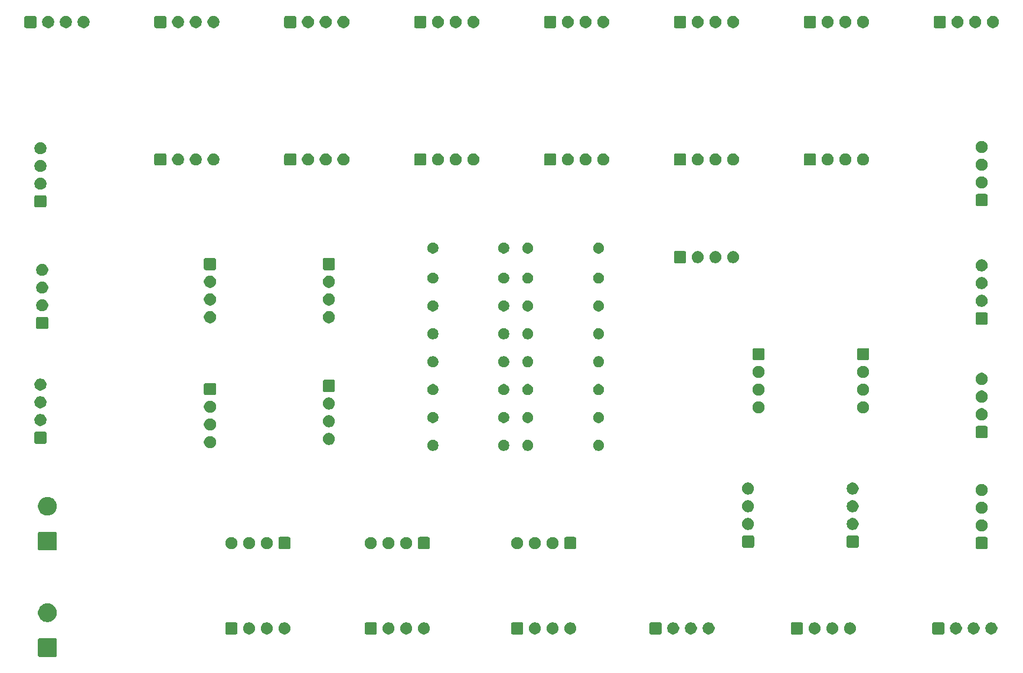
<source format=gts>
G04 #@! TF.GenerationSoftware,KiCad,Pcbnew,9.0.0*
G04 #@! TF.CreationDate,2025-03-17T11:10:42+01:00*
G04 #@! TF.ProjectId,FBG_PCB,4642475f-5043-4422-9e6b-696361645f70,rev?*
G04 #@! TF.SameCoordinates,Original*
G04 #@! TF.FileFunction,Soldermask,Top*
G04 #@! TF.FilePolarity,Negative*
%FSLAX46Y46*%
G04 Gerber Fmt 4.6, Leading zero omitted, Abs format (unit mm)*
G04 Created by KiCad (PCBNEW 9.0.0) date 2025-03-17 11:10:42*
%MOMM*%
%LPD*%
G01*
G04 APERTURE LIST*
G04 APERTURE END LIST*
G36*
X239096533Y106349999D02*
G01*
X239099999Y106350000D01*
X239104850Y106349035D01*
X239155040Y106343212D01*
X239172185Y106335641D01*
X239195670Y106330970D01*
X239220812Y106314170D01*
X239240695Y106305391D01*
X239254275Y106291810D01*
X239276776Y106276776D01*
X239291810Y106254275D01*
X239305391Y106240695D01*
X239314170Y106220812D01*
X239330970Y106195670D01*
X239335640Y106172187D01*
X239343212Y106155040D01*
X239349036Y106104837D01*
X239349999Y106099998D01*
X239349999Y106096540D01*
X239350000Y106096532D01*
X239350000Y103903467D01*
X239350000Y103900001D01*
X239349035Y103895149D01*
X239343212Y103844959D01*
X239335640Y103827812D01*
X239330970Y103804330D01*
X239314171Y103779189D01*
X239305391Y103759304D01*
X239291808Y103745721D01*
X239276776Y103723224D01*
X239254278Y103708191D01*
X239240695Y103694608D01*
X239220807Y103685826D01*
X239195670Y103669030D01*
X239172191Y103664360D01*
X239155040Y103656787D01*
X239104834Y103650963D01*
X239099998Y103650001D01*
X239096541Y103650000D01*
X239096533Y103650000D01*
X236903467Y103650000D01*
X236903466Y103650000D01*
X236900001Y103650000D01*
X236895151Y103650964D01*
X236844959Y103656787D01*
X236827808Y103664359D01*
X236804330Y103669030D01*
X236779193Y103685825D01*
X236759304Y103694608D01*
X236745718Y103708193D01*
X236723224Y103723224D01*
X236708193Y103745718D01*
X236694608Y103759304D01*
X236685825Y103779193D01*
X236669030Y103804330D01*
X236664360Y103827807D01*
X236656787Y103844959D01*
X236650963Y103895165D01*
X236650001Y103900002D01*
X236650000Y103903458D01*
X236650000Y103903467D01*
X236650000Y106096532D01*
X236650000Y106099999D01*
X236650964Y106104849D01*
X236656787Y106155040D01*
X236664359Y106172189D01*
X236669030Y106195670D01*
X236685826Y106220807D01*
X236694608Y106240695D01*
X236708191Y106254278D01*
X236723224Y106276776D01*
X236745721Y106291808D01*
X236759304Y106305391D01*
X236779189Y106314171D01*
X236804330Y106330970D01*
X236827811Y106335640D01*
X236844959Y106343212D01*
X236895163Y106349036D01*
X236900002Y106349999D01*
X236903458Y106349999D01*
X236903467Y106350000D01*
X239096533Y106350000D01*
X239096533Y106349999D01*
G37*
G36*
X265004863Y108619032D02*
G01*
X265055040Y108613212D01*
X265072185Y108605641D01*
X265095671Y108600970D01*
X265120815Y108584169D01*
X265140696Y108575391D01*
X265154274Y108561812D01*
X265176777Y108546777D01*
X265191812Y108524274D01*
X265205391Y108510696D01*
X265214169Y108490815D01*
X265230970Y108465671D01*
X265235641Y108442185D01*
X265243212Y108425040D01*
X265249032Y108374861D01*
X265250000Y108370000D01*
X265250000Y107130000D01*
X265249032Y107125138D01*
X265243212Y107074959D01*
X265235641Y107057812D01*
X265230970Y107034329D01*
X265214170Y107009186D01*
X265205391Y106989303D01*
X265191810Y106975722D01*
X265176777Y106953223D01*
X265154277Y106938189D01*
X265140696Y106924608D01*
X265120810Y106915827D01*
X265095671Y106899030D01*
X265072189Y106894359D01*
X265055040Y106886787D01*
X265004849Y106880964D01*
X265000000Y106880000D01*
X264996534Y106880000D01*
X263763466Y106880000D01*
X263760000Y106880000D01*
X263755150Y106880964D01*
X263704959Y106886787D01*
X263687808Y106894359D01*
X263664329Y106899030D01*
X263639191Y106915826D01*
X263619303Y106924608D01*
X263605719Y106938191D01*
X263583223Y106953223D01*
X263568191Y106975719D01*
X263554608Y106989303D01*
X263545826Y107009191D01*
X263529030Y107034329D01*
X263524359Y107057808D01*
X263516787Y107074959D01*
X263510964Y107125151D01*
X263510000Y107130000D01*
X263510000Y108370000D01*
X263510964Y108374850D01*
X263516787Y108425040D01*
X263524359Y108442189D01*
X263529030Y108465671D01*
X263545827Y108490810D01*
X263554608Y108510696D01*
X263568189Y108524277D01*
X263583223Y108546777D01*
X263605722Y108561810D01*
X263619303Y108575391D01*
X263639186Y108584170D01*
X263664329Y108600970D01*
X263687812Y108605641D01*
X263704959Y108613212D01*
X263755139Y108619033D01*
X263760000Y108620000D01*
X265000000Y108620000D01*
X265004863Y108619032D01*
G37*
G36*
X285004863Y108619032D02*
G01*
X285055040Y108613212D01*
X285072185Y108605641D01*
X285095671Y108600970D01*
X285120815Y108584169D01*
X285140696Y108575391D01*
X285154274Y108561812D01*
X285176777Y108546777D01*
X285191812Y108524274D01*
X285205391Y108510696D01*
X285214169Y108490815D01*
X285230970Y108465671D01*
X285235641Y108442185D01*
X285243212Y108425040D01*
X285249032Y108374861D01*
X285250000Y108370000D01*
X285250000Y107130000D01*
X285249032Y107125138D01*
X285243212Y107074959D01*
X285235641Y107057812D01*
X285230970Y107034329D01*
X285214170Y107009186D01*
X285205391Y106989303D01*
X285191810Y106975722D01*
X285176777Y106953223D01*
X285154277Y106938189D01*
X285140696Y106924608D01*
X285120810Y106915827D01*
X285095671Y106899030D01*
X285072189Y106894359D01*
X285055040Y106886787D01*
X285004849Y106880964D01*
X285000000Y106880000D01*
X284996534Y106880000D01*
X283763466Y106880000D01*
X283760000Y106880000D01*
X283755150Y106880964D01*
X283704959Y106886787D01*
X283687808Y106894359D01*
X283664329Y106899030D01*
X283639191Y106915826D01*
X283619303Y106924608D01*
X283605719Y106938191D01*
X283583223Y106953223D01*
X283568191Y106975719D01*
X283554608Y106989303D01*
X283545826Y107009191D01*
X283529030Y107034329D01*
X283524359Y107057808D01*
X283516787Y107074959D01*
X283510964Y107125151D01*
X283510000Y107130000D01*
X283510000Y108370000D01*
X283510964Y108374850D01*
X283516787Y108425040D01*
X283524359Y108442189D01*
X283529030Y108465671D01*
X283545827Y108490810D01*
X283554608Y108510696D01*
X283568189Y108524277D01*
X283583223Y108546777D01*
X283605722Y108561810D01*
X283619303Y108575391D01*
X283639186Y108584170D01*
X283664329Y108600970D01*
X283687812Y108605641D01*
X283704959Y108613212D01*
X283755139Y108619033D01*
X283760000Y108620000D01*
X285000000Y108620000D01*
X285004863Y108619032D01*
G37*
G36*
X306004863Y108619032D02*
G01*
X306055040Y108613212D01*
X306072185Y108605641D01*
X306095671Y108600970D01*
X306120815Y108584169D01*
X306140696Y108575391D01*
X306154274Y108561812D01*
X306176777Y108546777D01*
X306191812Y108524274D01*
X306205391Y108510696D01*
X306214169Y108490815D01*
X306230970Y108465671D01*
X306235641Y108442185D01*
X306243212Y108425040D01*
X306249032Y108374861D01*
X306250000Y108370000D01*
X306250000Y107130000D01*
X306249032Y107125138D01*
X306243212Y107074959D01*
X306235641Y107057812D01*
X306230970Y107034329D01*
X306214170Y107009186D01*
X306205391Y106989303D01*
X306191810Y106975722D01*
X306176777Y106953223D01*
X306154277Y106938189D01*
X306140696Y106924608D01*
X306120810Y106915827D01*
X306095671Y106899030D01*
X306072189Y106894359D01*
X306055040Y106886787D01*
X306004849Y106880964D01*
X306000000Y106880000D01*
X305996534Y106880000D01*
X304763466Y106880000D01*
X304760000Y106880000D01*
X304755150Y106880964D01*
X304704959Y106886787D01*
X304687808Y106894359D01*
X304664329Y106899030D01*
X304639191Y106915826D01*
X304619303Y106924608D01*
X304605719Y106938191D01*
X304583223Y106953223D01*
X304568191Y106975719D01*
X304554608Y106989303D01*
X304545826Y107009191D01*
X304529030Y107034329D01*
X304524359Y107057808D01*
X304516787Y107074959D01*
X304510964Y107125151D01*
X304510000Y107130000D01*
X304510000Y108370000D01*
X304510964Y108374850D01*
X304516787Y108425040D01*
X304524359Y108442189D01*
X304529030Y108465671D01*
X304545827Y108490810D01*
X304554608Y108510696D01*
X304568189Y108524277D01*
X304583223Y108546777D01*
X304605722Y108561810D01*
X304619303Y108575391D01*
X304639186Y108584170D01*
X304664329Y108600970D01*
X304687812Y108605641D01*
X304704959Y108613212D01*
X304755139Y108619033D01*
X304760000Y108620000D01*
X306000000Y108620000D01*
X306004863Y108619032D01*
G37*
G36*
X325838863Y108619032D02*
G01*
X325889040Y108613212D01*
X325906185Y108605641D01*
X325929671Y108600970D01*
X325954815Y108584169D01*
X325974696Y108575391D01*
X325988274Y108561812D01*
X326010777Y108546777D01*
X326025812Y108524274D01*
X326039391Y108510696D01*
X326048169Y108490815D01*
X326064970Y108465671D01*
X326069641Y108442185D01*
X326077212Y108425040D01*
X326083032Y108374861D01*
X326084000Y108370000D01*
X326084000Y107130000D01*
X326083032Y107125138D01*
X326077212Y107074959D01*
X326069641Y107057812D01*
X326064970Y107034329D01*
X326048170Y107009186D01*
X326039391Y106989303D01*
X326025810Y106975722D01*
X326010777Y106953223D01*
X325988277Y106938189D01*
X325974696Y106924608D01*
X325954810Y106915827D01*
X325929671Y106899030D01*
X325906189Y106894359D01*
X325889040Y106886787D01*
X325838849Y106880964D01*
X325834000Y106880000D01*
X325830534Y106880000D01*
X324597466Y106880000D01*
X324594000Y106880000D01*
X324589150Y106880964D01*
X324538959Y106886787D01*
X324521808Y106894359D01*
X324498329Y106899030D01*
X324473191Y106915826D01*
X324453303Y106924608D01*
X324439719Y106938191D01*
X324417223Y106953223D01*
X324402191Y106975719D01*
X324388608Y106989303D01*
X324379826Y107009191D01*
X324363030Y107034329D01*
X324358359Y107057808D01*
X324350787Y107074959D01*
X324344964Y107125151D01*
X324344000Y107130000D01*
X324344000Y108370000D01*
X324344964Y108374850D01*
X324350787Y108425040D01*
X324358359Y108442189D01*
X324363030Y108465671D01*
X324379827Y108490810D01*
X324388608Y108510696D01*
X324402189Y108524277D01*
X324417223Y108546777D01*
X324439722Y108561810D01*
X324453303Y108575391D01*
X324473186Y108584170D01*
X324498329Y108600970D01*
X324521812Y108605641D01*
X324538959Y108613212D01*
X324589139Y108619033D01*
X324594000Y108620000D01*
X325834000Y108620000D01*
X325838863Y108619032D01*
G37*
G36*
X346116863Y108619032D02*
G01*
X346167040Y108613212D01*
X346184185Y108605641D01*
X346207671Y108600970D01*
X346232815Y108584169D01*
X346252696Y108575391D01*
X346266274Y108561812D01*
X346288777Y108546777D01*
X346303812Y108524274D01*
X346317391Y108510696D01*
X346326169Y108490815D01*
X346342970Y108465671D01*
X346347641Y108442185D01*
X346355212Y108425040D01*
X346361032Y108374861D01*
X346362000Y108370000D01*
X346362000Y107130000D01*
X346361032Y107125138D01*
X346355212Y107074959D01*
X346347641Y107057812D01*
X346342970Y107034329D01*
X346326170Y107009186D01*
X346317391Y106989303D01*
X346303810Y106975722D01*
X346288777Y106953223D01*
X346266277Y106938189D01*
X346252696Y106924608D01*
X346232810Y106915827D01*
X346207671Y106899030D01*
X346184189Y106894359D01*
X346167040Y106886787D01*
X346116849Y106880964D01*
X346112000Y106880000D01*
X346108534Y106880000D01*
X344875466Y106880000D01*
X344872000Y106880000D01*
X344867150Y106880964D01*
X344816959Y106886787D01*
X344799808Y106894359D01*
X344776329Y106899030D01*
X344751191Y106915826D01*
X344731303Y106924608D01*
X344717719Y106938191D01*
X344695223Y106953223D01*
X344680191Y106975719D01*
X344666608Y106989303D01*
X344657826Y107009191D01*
X344641030Y107034329D01*
X344636359Y107057808D01*
X344628787Y107074959D01*
X344622964Y107125151D01*
X344622000Y107130000D01*
X344622000Y108370000D01*
X344622964Y108374850D01*
X344628787Y108425040D01*
X344636359Y108442189D01*
X344641030Y108465671D01*
X344657827Y108490810D01*
X344666608Y108510696D01*
X344680189Y108524277D01*
X344695223Y108546777D01*
X344717722Y108561810D01*
X344731303Y108575391D01*
X344751186Y108584170D01*
X344776329Y108600970D01*
X344799812Y108605641D01*
X344816959Y108613212D01*
X344867139Y108619033D01*
X344872000Y108620000D01*
X346112000Y108620000D01*
X346116863Y108619032D01*
G37*
G36*
X366394863Y108619032D02*
G01*
X366445040Y108613212D01*
X366462185Y108605641D01*
X366485671Y108600970D01*
X366510815Y108584169D01*
X366530696Y108575391D01*
X366544274Y108561812D01*
X366566777Y108546777D01*
X366581812Y108524274D01*
X366595391Y108510696D01*
X366604169Y108490815D01*
X366620970Y108465671D01*
X366625641Y108442185D01*
X366633212Y108425040D01*
X366639032Y108374861D01*
X366640000Y108370000D01*
X366640000Y107130000D01*
X366639032Y107125138D01*
X366633212Y107074959D01*
X366625641Y107057812D01*
X366620970Y107034329D01*
X366604170Y107009186D01*
X366595391Y106989303D01*
X366581810Y106975722D01*
X366566777Y106953223D01*
X366544277Y106938189D01*
X366530696Y106924608D01*
X366510810Y106915827D01*
X366485671Y106899030D01*
X366462189Y106894359D01*
X366445040Y106886787D01*
X366394849Y106880964D01*
X366390000Y106880000D01*
X366386534Y106880000D01*
X365153466Y106880000D01*
X365150000Y106880000D01*
X365145150Y106880964D01*
X365094959Y106886787D01*
X365077808Y106894359D01*
X365054329Y106899030D01*
X365029191Y106915826D01*
X365009303Y106924608D01*
X364995719Y106938191D01*
X364973223Y106953223D01*
X364958191Y106975719D01*
X364944608Y106989303D01*
X364935826Y107009191D01*
X364919030Y107034329D01*
X364914359Y107057808D01*
X364906787Y107074959D01*
X364900964Y107125151D01*
X364900000Y107130000D01*
X364900000Y108370000D01*
X364900964Y108374850D01*
X364906787Y108425040D01*
X364914359Y108442189D01*
X364919030Y108465671D01*
X364935827Y108490810D01*
X364944608Y108510696D01*
X364958189Y108524277D01*
X364973223Y108546777D01*
X364995722Y108561810D01*
X365009303Y108575391D01*
X365029186Y108584170D01*
X365054329Y108600970D01*
X365077812Y108605641D01*
X365094959Y108613212D01*
X365145139Y108619033D01*
X365150000Y108620000D01*
X366390000Y108620000D01*
X366394863Y108619032D01*
G37*
G36*
X267172548Y108582538D02*
G01*
X267330115Y108517271D01*
X267471922Y108422519D01*
X267592519Y108301922D01*
X267687271Y108160115D01*
X267752538Y108002548D01*
X267785811Y107835275D01*
X267785811Y107664725D01*
X267752538Y107497452D01*
X267687271Y107339885D01*
X267592519Y107198078D01*
X267471922Y107077481D01*
X267330115Y106982729D01*
X267172548Y106917462D01*
X267005275Y106884189D01*
X266834725Y106884189D01*
X266667452Y106917462D01*
X266509885Y106982729D01*
X266368078Y107077481D01*
X266247481Y107198078D01*
X266152729Y107339885D01*
X266087462Y107497452D01*
X266054189Y107664725D01*
X266054189Y107835275D01*
X266087462Y108002548D01*
X266152729Y108160115D01*
X266247481Y108301922D01*
X266368078Y108422519D01*
X266509885Y108517271D01*
X266667452Y108582538D01*
X266834725Y108615811D01*
X267005275Y108615811D01*
X267172548Y108582538D01*
G37*
G36*
X269712548Y108582538D02*
G01*
X269870115Y108517271D01*
X270011922Y108422519D01*
X270132519Y108301922D01*
X270227271Y108160115D01*
X270292538Y108002548D01*
X270325811Y107835275D01*
X270325811Y107664725D01*
X270292538Y107497452D01*
X270227271Y107339885D01*
X270132519Y107198078D01*
X270011922Y107077481D01*
X269870115Y106982729D01*
X269712548Y106917462D01*
X269545275Y106884189D01*
X269374725Y106884189D01*
X269207452Y106917462D01*
X269049885Y106982729D01*
X268908078Y107077481D01*
X268787481Y107198078D01*
X268692729Y107339885D01*
X268627462Y107497452D01*
X268594189Y107664725D01*
X268594189Y107835275D01*
X268627462Y108002548D01*
X268692729Y108160115D01*
X268787481Y108301922D01*
X268908078Y108422519D01*
X269049885Y108517271D01*
X269207452Y108582538D01*
X269374725Y108615811D01*
X269545275Y108615811D01*
X269712548Y108582538D01*
G37*
G36*
X272252548Y108582538D02*
G01*
X272410115Y108517271D01*
X272551922Y108422519D01*
X272672519Y108301922D01*
X272767271Y108160115D01*
X272832538Y108002548D01*
X272865811Y107835275D01*
X272865811Y107664725D01*
X272832538Y107497452D01*
X272767271Y107339885D01*
X272672519Y107198078D01*
X272551922Y107077481D01*
X272410115Y106982729D01*
X272252548Y106917462D01*
X272085275Y106884189D01*
X271914725Y106884189D01*
X271747452Y106917462D01*
X271589885Y106982729D01*
X271448078Y107077481D01*
X271327481Y107198078D01*
X271232729Y107339885D01*
X271167462Y107497452D01*
X271134189Y107664725D01*
X271134189Y107835275D01*
X271167462Y108002548D01*
X271232729Y108160115D01*
X271327481Y108301922D01*
X271448078Y108422519D01*
X271589885Y108517271D01*
X271747452Y108582538D01*
X271914725Y108615811D01*
X272085275Y108615811D01*
X272252548Y108582538D01*
G37*
G36*
X287172548Y108582538D02*
G01*
X287330115Y108517271D01*
X287471922Y108422519D01*
X287592519Y108301922D01*
X287687271Y108160115D01*
X287752538Y108002548D01*
X287785811Y107835275D01*
X287785811Y107664725D01*
X287752538Y107497452D01*
X287687271Y107339885D01*
X287592519Y107198078D01*
X287471922Y107077481D01*
X287330115Y106982729D01*
X287172548Y106917462D01*
X287005275Y106884189D01*
X286834725Y106884189D01*
X286667452Y106917462D01*
X286509885Y106982729D01*
X286368078Y107077481D01*
X286247481Y107198078D01*
X286152729Y107339885D01*
X286087462Y107497452D01*
X286054189Y107664725D01*
X286054189Y107835275D01*
X286087462Y108002548D01*
X286152729Y108160115D01*
X286247481Y108301922D01*
X286368078Y108422519D01*
X286509885Y108517271D01*
X286667452Y108582538D01*
X286834725Y108615811D01*
X287005275Y108615811D01*
X287172548Y108582538D01*
G37*
G36*
X289712548Y108582538D02*
G01*
X289870115Y108517271D01*
X290011922Y108422519D01*
X290132519Y108301922D01*
X290227271Y108160115D01*
X290292538Y108002548D01*
X290325811Y107835275D01*
X290325811Y107664725D01*
X290292538Y107497452D01*
X290227271Y107339885D01*
X290132519Y107198078D01*
X290011922Y107077481D01*
X289870115Y106982729D01*
X289712548Y106917462D01*
X289545275Y106884189D01*
X289374725Y106884189D01*
X289207452Y106917462D01*
X289049885Y106982729D01*
X288908078Y107077481D01*
X288787481Y107198078D01*
X288692729Y107339885D01*
X288627462Y107497452D01*
X288594189Y107664725D01*
X288594189Y107835275D01*
X288627462Y108002548D01*
X288692729Y108160115D01*
X288787481Y108301922D01*
X288908078Y108422519D01*
X289049885Y108517271D01*
X289207452Y108582538D01*
X289374725Y108615811D01*
X289545275Y108615811D01*
X289712548Y108582538D01*
G37*
G36*
X292252548Y108582538D02*
G01*
X292410115Y108517271D01*
X292551922Y108422519D01*
X292672519Y108301922D01*
X292767271Y108160115D01*
X292832538Y108002548D01*
X292865811Y107835275D01*
X292865811Y107664725D01*
X292832538Y107497452D01*
X292767271Y107339885D01*
X292672519Y107198078D01*
X292551922Y107077481D01*
X292410115Y106982729D01*
X292252548Y106917462D01*
X292085275Y106884189D01*
X291914725Y106884189D01*
X291747452Y106917462D01*
X291589885Y106982729D01*
X291448078Y107077481D01*
X291327481Y107198078D01*
X291232729Y107339885D01*
X291167462Y107497452D01*
X291134189Y107664725D01*
X291134189Y107835275D01*
X291167462Y108002548D01*
X291232729Y108160115D01*
X291327481Y108301922D01*
X291448078Y108422519D01*
X291589885Y108517271D01*
X291747452Y108582538D01*
X291914725Y108615811D01*
X292085275Y108615811D01*
X292252548Y108582538D01*
G37*
G36*
X308172548Y108582538D02*
G01*
X308330115Y108517271D01*
X308471922Y108422519D01*
X308592519Y108301922D01*
X308687271Y108160115D01*
X308752538Y108002548D01*
X308785811Y107835275D01*
X308785811Y107664725D01*
X308752538Y107497452D01*
X308687271Y107339885D01*
X308592519Y107198078D01*
X308471922Y107077481D01*
X308330115Y106982729D01*
X308172548Y106917462D01*
X308005275Y106884189D01*
X307834725Y106884189D01*
X307667452Y106917462D01*
X307509885Y106982729D01*
X307368078Y107077481D01*
X307247481Y107198078D01*
X307152729Y107339885D01*
X307087462Y107497452D01*
X307054189Y107664725D01*
X307054189Y107835275D01*
X307087462Y108002548D01*
X307152729Y108160115D01*
X307247481Y108301922D01*
X307368078Y108422519D01*
X307509885Y108517271D01*
X307667452Y108582538D01*
X307834725Y108615811D01*
X308005275Y108615811D01*
X308172548Y108582538D01*
G37*
G36*
X310712548Y108582538D02*
G01*
X310870115Y108517271D01*
X311011922Y108422519D01*
X311132519Y108301922D01*
X311227271Y108160115D01*
X311292538Y108002548D01*
X311325811Y107835275D01*
X311325811Y107664725D01*
X311292538Y107497452D01*
X311227271Y107339885D01*
X311132519Y107198078D01*
X311011922Y107077481D01*
X310870115Y106982729D01*
X310712548Y106917462D01*
X310545275Y106884189D01*
X310374725Y106884189D01*
X310207452Y106917462D01*
X310049885Y106982729D01*
X309908078Y107077481D01*
X309787481Y107198078D01*
X309692729Y107339885D01*
X309627462Y107497452D01*
X309594189Y107664725D01*
X309594189Y107835275D01*
X309627462Y108002548D01*
X309692729Y108160115D01*
X309787481Y108301922D01*
X309908078Y108422519D01*
X310049885Y108517271D01*
X310207452Y108582538D01*
X310374725Y108615811D01*
X310545275Y108615811D01*
X310712548Y108582538D01*
G37*
G36*
X313252548Y108582538D02*
G01*
X313410115Y108517271D01*
X313551922Y108422519D01*
X313672519Y108301922D01*
X313767271Y108160115D01*
X313832538Y108002548D01*
X313865811Y107835275D01*
X313865811Y107664725D01*
X313832538Y107497452D01*
X313767271Y107339885D01*
X313672519Y107198078D01*
X313551922Y107077481D01*
X313410115Y106982729D01*
X313252548Y106917462D01*
X313085275Y106884189D01*
X312914725Y106884189D01*
X312747452Y106917462D01*
X312589885Y106982729D01*
X312448078Y107077481D01*
X312327481Y107198078D01*
X312232729Y107339885D01*
X312167462Y107497452D01*
X312134189Y107664725D01*
X312134189Y107835275D01*
X312167462Y108002548D01*
X312232729Y108160115D01*
X312327481Y108301922D01*
X312448078Y108422519D01*
X312589885Y108517271D01*
X312747452Y108582538D01*
X312914725Y108615811D01*
X313085275Y108615811D01*
X313252548Y108582538D01*
G37*
G36*
X328006548Y108582538D02*
G01*
X328164115Y108517271D01*
X328305922Y108422519D01*
X328426519Y108301922D01*
X328521271Y108160115D01*
X328586538Y108002548D01*
X328619811Y107835275D01*
X328619811Y107664725D01*
X328586538Y107497452D01*
X328521271Y107339885D01*
X328426519Y107198078D01*
X328305922Y107077481D01*
X328164115Y106982729D01*
X328006548Y106917462D01*
X327839275Y106884189D01*
X327668725Y106884189D01*
X327501452Y106917462D01*
X327343885Y106982729D01*
X327202078Y107077481D01*
X327081481Y107198078D01*
X326986729Y107339885D01*
X326921462Y107497452D01*
X326888189Y107664725D01*
X326888189Y107835275D01*
X326921462Y108002548D01*
X326986729Y108160115D01*
X327081481Y108301922D01*
X327202078Y108422519D01*
X327343885Y108517271D01*
X327501452Y108582538D01*
X327668725Y108615811D01*
X327839275Y108615811D01*
X328006548Y108582538D01*
G37*
G36*
X330546548Y108582538D02*
G01*
X330704115Y108517271D01*
X330845922Y108422519D01*
X330966519Y108301922D01*
X331061271Y108160115D01*
X331126538Y108002548D01*
X331159811Y107835275D01*
X331159811Y107664725D01*
X331126538Y107497452D01*
X331061271Y107339885D01*
X330966519Y107198078D01*
X330845922Y107077481D01*
X330704115Y106982729D01*
X330546548Y106917462D01*
X330379275Y106884189D01*
X330208725Y106884189D01*
X330041452Y106917462D01*
X329883885Y106982729D01*
X329742078Y107077481D01*
X329621481Y107198078D01*
X329526729Y107339885D01*
X329461462Y107497452D01*
X329428189Y107664725D01*
X329428189Y107835275D01*
X329461462Y108002548D01*
X329526729Y108160115D01*
X329621481Y108301922D01*
X329742078Y108422519D01*
X329883885Y108517271D01*
X330041452Y108582538D01*
X330208725Y108615811D01*
X330379275Y108615811D01*
X330546548Y108582538D01*
G37*
G36*
X333086548Y108582538D02*
G01*
X333244115Y108517271D01*
X333385922Y108422519D01*
X333506519Y108301922D01*
X333601271Y108160115D01*
X333666538Y108002548D01*
X333699811Y107835275D01*
X333699811Y107664725D01*
X333666538Y107497452D01*
X333601271Y107339885D01*
X333506519Y107198078D01*
X333385922Y107077481D01*
X333244115Y106982729D01*
X333086548Y106917462D01*
X332919275Y106884189D01*
X332748725Y106884189D01*
X332581452Y106917462D01*
X332423885Y106982729D01*
X332282078Y107077481D01*
X332161481Y107198078D01*
X332066729Y107339885D01*
X332001462Y107497452D01*
X331968189Y107664725D01*
X331968189Y107835275D01*
X332001462Y108002548D01*
X332066729Y108160115D01*
X332161481Y108301922D01*
X332282078Y108422519D01*
X332423885Y108517271D01*
X332581452Y108582538D01*
X332748725Y108615811D01*
X332919275Y108615811D01*
X333086548Y108582538D01*
G37*
G36*
X348284548Y108582538D02*
G01*
X348442115Y108517271D01*
X348583922Y108422519D01*
X348704519Y108301922D01*
X348799271Y108160115D01*
X348864538Y108002548D01*
X348897811Y107835275D01*
X348897811Y107664725D01*
X348864538Y107497452D01*
X348799271Y107339885D01*
X348704519Y107198078D01*
X348583922Y107077481D01*
X348442115Y106982729D01*
X348284548Y106917462D01*
X348117275Y106884189D01*
X347946725Y106884189D01*
X347779452Y106917462D01*
X347621885Y106982729D01*
X347480078Y107077481D01*
X347359481Y107198078D01*
X347264729Y107339885D01*
X347199462Y107497452D01*
X347166189Y107664725D01*
X347166189Y107835275D01*
X347199462Y108002548D01*
X347264729Y108160115D01*
X347359481Y108301922D01*
X347480078Y108422519D01*
X347621885Y108517271D01*
X347779452Y108582538D01*
X347946725Y108615811D01*
X348117275Y108615811D01*
X348284548Y108582538D01*
G37*
G36*
X350824548Y108582538D02*
G01*
X350982115Y108517271D01*
X351123922Y108422519D01*
X351244519Y108301922D01*
X351339271Y108160115D01*
X351404538Y108002548D01*
X351437811Y107835275D01*
X351437811Y107664725D01*
X351404538Y107497452D01*
X351339271Y107339885D01*
X351244519Y107198078D01*
X351123922Y107077481D01*
X350982115Y106982729D01*
X350824548Y106917462D01*
X350657275Y106884189D01*
X350486725Y106884189D01*
X350319452Y106917462D01*
X350161885Y106982729D01*
X350020078Y107077481D01*
X349899481Y107198078D01*
X349804729Y107339885D01*
X349739462Y107497452D01*
X349706189Y107664725D01*
X349706189Y107835275D01*
X349739462Y108002548D01*
X349804729Y108160115D01*
X349899481Y108301922D01*
X350020078Y108422519D01*
X350161885Y108517271D01*
X350319452Y108582538D01*
X350486725Y108615811D01*
X350657275Y108615811D01*
X350824548Y108582538D01*
G37*
G36*
X353364548Y108582538D02*
G01*
X353522115Y108517271D01*
X353663922Y108422519D01*
X353784519Y108301922D01*
X353879271Y108160115D01*
X353944538Y108002548D01*
X353977811Y107835275D01*
X353977811Y107664725D01*
X353944538Y107497452D01*
X353879271Y107339885D01*
X353784519Y107198078D01*
X353663922Y107077481D01*
X353522115Y106982729D01*
X353364548Y106917462D01*
X353197275Y106884189D01*
X353026725Y106884189D01*
X352859452Y106917462D01*
X352701885Y106982729D01*
X352560078Y107077481D01*
X352439481Y107198078D01*
X352344729Y107339885D01*
X352279462Y107497452D01*
X352246189Y107664725D01*
X352246189Y107835275D01*
X352279462Y108002548D01*
X352344729Y108160115D01*
X352439481Y108301922D01*
X352560078Y108422519D01*
X352701885Y108517271D01*
X352859452Y108582538D01*
X353026725Y108615811D01*
X353197275Y108615811D01*
X353364548Y108582538D01*
G37*
G36*
X368562548Y108582538D02*
G01*
X368720115Y108517271D01*
X368861922Y108422519D01*
X368982519Y108301922D01*
X369077271Y108160115D01*
X369142538Y108002548D01*
X369175811Y107835275D01*
X369175811Y107664725D01*
X369142538Y107497452D01*
X369077271Y107339885D01*
X368982519Y107198078D01*
X368861922Y107077481D01*
X368720115Y106982729D01*
X368562548Y106917462D01*
X368395275Y106884189D01*
X368224725Y106884189D01*
X368057452Y106917462D01*
X367899885Y106982729D01*
X367758078Y107077481D01*
X367637481Y107198078D01*
X367542729Y107339885D01*
X367477462Y107497452D01*
X367444189Y107664725D01*
X367444189Y107835275D01*
X367477462Y108002548D01*
X367542729Y108160115D01*
X367637481Y108301922D01*
X367758078Y108422519D01*
X367899885Y108517271D01*
X368057452Y108582538D01*
X368224725Y108615811D01*
X368395275Y108615811D01*
X368562548Y108582538D01*
G37*
G36*
X371102548Y108582538D02*
G01*
X371260115Y108517271D01*
X371401922Y108422519D01*
X371522519Y108301922D01*
X371617271Y108160115D01*
X371682538Y108002548D01*
X371715811Y107835275D01*
X371715811Y107664725D01*
X371682538Y107497452D01*
X371617271Y107339885D01*
X371522519Y107198078D01*
X371401922Y107077481D01*
X371260115Y106982729D01*
X371102548Y106917462D01*
X370935275Y106884189D01*
X370764725Y106884189D01*
X370597452Y106917462D01*
X370439885Y106982729D01*
X370298078Y107077481D01*
X370177481Y107198078D01*
X370082729Y107339885D01*
X370017462Y107497452D01*
X369984189Y107664725D01*
X369984189Y107835275D01*
X370017462Y108002548D01*
X370082729Y108160115D01*
X370177481Y108301922D01*
X370298078Y108422519D01*
X370439885Y108517271D01*
X370597452Y108582538D01*
X370764725Y108615811D01*
X370935275Y108615811D01*
X371102548Y108582538D01*
G37*
G36*
X373642548Y108582538D02*
G01*
X373800115Y108517271D01*
X373941922Y108422519D01*
X374062519Y108301922D01*
X374157271Y108160115D01*
X374222538Y108002548D01*
X374255811Y107835275D01*
X374255811Y107664725D01*
X374222538Y107497452D01*
X374157271Y107339885D01*
X374062519Y107198078D01*
X373941922Y107077481D01*
X373800115Y106982729D01*
X373642548Y106917462D01*
X373475275Y106884189D01*
X373304725Y106884189D01*
X373137452Y106917462D01*
X372979885Y106982729D01*
X372838078Y107077481D01*
X372717481Y107198078D01*
X372622729Y107339885D01*
X372557462Y107497452D01*
X372524189Y107664725D01*
X372524189Y107835275D01*
X372557462Y108002548D01*
X372622729Y108160115D01*
X372717481Y108301922D01*
X372838078Y108422519D01*
X372979885Y108517271D01*
X373137452Y108582538D01*
X373304725Y108615811D01*
X373475275Y108615811D01*
X373642548Y108582538D01*
G37*
G36*
X238315151Y111312699D02*
G01*
X238516623Y111247237D01*
X238705373Y111151064D01*
X238876755Y111026548D01*
X239026548Y110876755D01*
X239151064Y110705373D01*
X239247237Y110516623D01*
X239312699Y110315151D01*
X239345838Y110105920D01*
X239345838Y109894080D01*
X239312699Y109684849D01*
X239247237Y109483377D01*
X239151064Y109294627D01*
X239026548Y109123245D01*
X238876755Y108973452D01*
X238705373Y108848936D01*
X238516623Y108752763D01*
X238315151Y108687301D01*
X238105920Y108654162D01*
X237894080Y108654162D01*
X237684849Y108687301D01*
X237483377Y108752763D01*
X237294627Y108848936D01*
X237123245Y108973452D01*
X236973452Y109123245D01*
X236848936Y109294627D01*
X236752763Y109483377D01*
X236687301Y109684849D01*
X236654162Y109894080D01*
X236654162Y110105920D01*
X236687301Y110315151D01*
X236752763Y110516623D01*
X236848936Y110705373D01*
X236973452Y110876755D01*
X237123245Y111026548D01*
X237294627Y111151064D01*
X237483377Y111247237D01*
X237684849Y111312699D01*
X237894080Y111345838D01*
X238105920Y111345838D01*
X238315151Y111312699D01*
G37*
G36*
X239096533Y121623749D02*
G01*
X239099999Y121623750D01*
X239104850Y121622785D01*
X239155040Y121616962D01*
X239172185Y121609391D01*
X239195670Y121604720D01*
X239220812Y121587920D01*
X239240695Y121579141D01*
X239254275Y121565560D01*
X239276776Y121550526D01*
X239291810Y121528025D01*
X239305391Y121514445D01*
X239314170Y121494562D01*
X239330970Y121469420D01*
X239335640Y121445937D01*
X239343212Y121428790D01*
X239349036Y121378587D01*
X239349999Y121373748D01*
X239349999Y121370290D01*
X239350000Y121370282D01*
X239350000Y120252548D01*
X239350000Y119173751D01*
X239349035Y119168899D01*
X239343212Y119118709D01*
X239335640Y119101562D01*
X239330970Y119078080D01*
X239314171Y119052939D01*
X239305391Y119033054D01*
X239291808Y119019471D01*
X239276776Y118996974D01*
X239254278Y118981941D01*
X239240695Y118968358D01*
X239220807Y118959576D01*
X239195670Y118942780D01*
X239172191Y118938110D01*
X239155040Y118930537D01*
X239104834Y118924713D01*
X239099998Y118923751D01*
X239096541Y118923750D01*
X239096533Y118923750D01*
X236903467Y118923750D01*
X236903466Y118923750D01*
X236900001Y118923750D01*
X236895151Y118924714D01*
X236844959Y118930537D01*
X236827808Y118938109D01*
X236804330Y118942780D01*
X236779193Y118959575D01*
X236759304Y118968358D01*
X236745718Y118981943D01*
X236723224Y118996974D01*
X236708193Y119019468D01*
X236694608Y119033054D01*
X236685825Y119052943D01*
X236669030Y119078080D01*
X236664360Y119101557D01*
X236656787Y119118709D01*
X236650963Y119168915D01*
X236650001Y119173752D01*
X236650000Y119177208D01*
X236650000Y119177217D01*
X236650000Y121370282D01*
X236650000Y121373749D01*
X236650964Y121378599D01*
X236656787Y121428790D01*
X236664359Y121445939D01*
X236669030Y121469420D01*
X236685826Y121494557D01*
X236694608Y121514445D01*
X236708191Y121528028D01*
X236723224Y121550526D01*
X236745721Y121565558D01*
X236759304Y121579141D01*
X236779189Y121587921D01*
X236804330Y121604720D01*
X236827811Y121609390D01*
X236844959Y121616962D01*
X236895163Y121622786D01*
X236900002Y121623749D01*
X236903458Y121623749D01*
X236903467Y121623750D01*
X239096533Y121623750D01*
X239096533Y121623749D01*
G37*
G36*
X272624863Y120869032D02*
G01*
X272675040Y120863212D01*
X272692185Y120855641D01*
X272715671Y120850970D01*
X272740815Y120834169D01*
X272760696Y120825391D01*
X272774274Y120811812D01*
X272796777Y120796777D01*
X272811812Y120774274D01*
X272825391Y120760696D01*
X272834169Y120740815D01*
X272850970Y120715671D01*
X272855641Y120692185D01*
X272863212Y120675040D01*
X272869032Y120624861D01*
X272870000Y120620000D01*
X272870000Y119380000D01*
X272869032Y119375138D01*
X272863212Y119324959D01*
X272855641Y119307812D01*
X272850970Y119284329D01*
X272834170Y119259186D01*
X272825391Y119239303D01*
X272811810Y119225722D01*
X272796777Y119203223D01*
X272774277Y119188189D01*
X272760696Y119174608D01*
X272740810Y119165827D01*
X272715671Y119149030D01*
X272692189Y119144359D01*
X272675040Y119136787D01*
X272624849Y119130964D01*
X272620000Y119130000D01*
X272616534Y119130000D01*
X271383466Y119130000D01*
X271380000Y119130000D01*
X271375150Y119130964D01*
X271324959Y119136787D01*
X271307808Y119144359D01*
X271284329Y119149030D01*
X271259191Y119165826D01*
X271239303Y119174608D01*
X271225719Y119188191D01*
X271203223Y119203223D01*
X271188191Y119225719D01*
X271174608Y119239303D01*
X271165826Y119259191D01*
X271149030Y119284329D01*
X271144359Y119307808D01*
X271136787Y119324959D01*
X271130964Y119375151D01*
X271130000Y119380000D01*
X271130000Y120620000D01*
X271130964Y120624850D01*
X271136787Y120675040D01*
X271144359Y120692189D01*
X271149030Y120715671D01*
X271165827Y120740810D01*
X271174608Y120760696D01*
X271188189Y120774277D01*
X271203223Y120796777D01*
X271225722Y120811810D01*
X271239303Y120825391D01*
X271259186Y120834170D01*
X271284329Y120850970D01*
X271307812Y120855641D01*
X271324959Y120863212D01*
X271375139Y120869033D01*
X271380000Y120870000D01*
X272620000Y120870000D01*
X272624863Y120869032D01*
G37*
G36*
X292624863Y120869032D02*
G01*
X292675040Y120863212D01*
X292692185Y120855641D01*
X292715671Y120850970D01*
X292740815Y120834169D01*
X292760696Y120825391D01*
X292774274Y120811812D01*
X292796777Y120796777D01*
X292811812Y120774274D01*
X292825391Y120760696D01*
X292834169Y120740815D01*
X292850970Y120715671D01*
X292855641Y120692185D01*
X292863212Y120675040D01*
X292869032Y120624861D01*
X292870000Y120620000D01*
X292870000Y119380000D01*
X292869032Y119375138D01*
X292863212Y119324959D01*
X292855641Y119307812D01*
X292850970Y119284329D01*
X292834170Y119259186D01*
X292825391Y119239303D01*
X292811810Y119225722D01*
X292796777Y119203223D01*
X292774277Y119188189D01*
X292760696Y119174608D01*
X292740810Y119165827D01*
X292715671Y119149030D01*
X292692189Y119144359D01*
X292675040Y119136787D01*
X292624849Y119130964D01*
X292620000Y119130000D01*
X292616534Y119130000D01*
X291383466Y119130000D01*
X291380000Y119130000D01*
X291375150Y119130964D01*
X291324959Y119136787D01*
X291307808Y119144359D01*
X291284329Y119149030D01*
X291259191Y119165826D01*
X291239303Y119174608D01*
X291225719Y119188191D01*
X291203223Y119203223D01*
X291188191Y119225719D01*
X291174608Y119239303D01*
X291165826Y119259191D01*
X291149030Y119284329D01*
X291144359Y119307808D01*
X291136787Y119324959D01*
X291130964Y119375151D01*
X291130000Y119380000D01*
X291130000Y120620000D01*
X291130964Y120624850D01*
X291136787Y120675040D01*
X291144359Y120692189D01*
X291149030Y120715671D01*
X291165827Y120740810D01*
X291174608Y120760696D01*
X291188189Y120774277D01*
X291203223Y120796777D01*
X291225722Y120811810D01*
X291239303Y120825391D01*
X291259186Y120834170D01*
X291284329Y120850970D01*
X291307812Y120855641D01*
X291324959Y120863212D01*
X291375139Y120869033D01*
X291380000Y120870000D01*
X292620000Y120870000D01*
X292624863Y120869032D01*
G37*
G36*
X313624863Y120869032D02*
G01*
X313675040Y120863212D01*
X313692185Y120855641D01*
X313715671Y120850970D01*
X313740815Y120834169D01*
X313760696Y120825391D01*
X313774274Y120811812D01*
X313796777Y120796777D01*
X313811812Y120774274D01*
X313825391Y120760696D01*
X313834169Y120740815D01*
X313850970Y120715671D01*
X313855641Y120692185D01*
X313863212Y120675040D01*
X313869032Y120624861D01*
X313870000Y120620000D01*
X313870000Y119380000D01*
X313869032Y119375138D01*
X313863212Y119324959D01*
X313855641Y119307812D01*
X313850970Y119284329D01*
X313834170Y119259186D01*
X313825391Y119239303D01*
X313811810Y119225722D01*
X313796777Y119203223D01*
X313774277Y119188189D01*
X313760696Y119174608D01*
X313740810Y119165827D01*
X313715671Y119149030D01*
X313692189Y119144359D01*
X313675040Y119136787D01*
X313624849Y119130964D01*
X313620000Y119130000D01*
X313616534Y119130000D01*
X312383466Y119130000D01*
X312380000Y119130000D01*
X312375150Y119130964D01*
X312324959Y119136787D01*
X312307808Y119144359D01*
X312284329Y119149030D01*
X312259191Y119165826D01*
X312239303Y119174608D01*
X312225719Y119188191D01*
X312203223Y119203223D01*
X312188191Y119225719D01*
X312174608Y119239303D01*
X312165826Y119259191D01*
X312149030Y119284329D01*
X312144359Y119307808D01*
X312136787Y119324959D01*
X312130964Y119375151D01*
X312130000Y119380000D01*
X312130000Y120620000D01*
X312130964Y120624850D01*
X312136787Y120675040D01*
X312144359Y120692189D01*
X312149030Y120715671D01*
X312165827Y120740810D01*
X312174608Y120760696D01*
X312188189Y120774277D01*
X312203223Y120796777D01*
X312225722Y120811810D01*
X312239303Y120825391D01*
X312259186Y120834170D01*
X312284329Y120850970D01*
X312307812Y120855641D01*
X312324959Y120863212D01*
X312375139Y120869033D01*
X312380000Y120870000D01*
X313620000Y120870000D01*
X313624863Y120869032D01*
G37*
G36*
X372624863Y120869032D02*
G01*
X372675040Y120863212D01*
X372692185Y120855641D01*
X372715671Y120850970D01*
X372740815Y120834169D01*
X372760696Y120825391D01*
X372774274Y120811812D01*
X372796777Y120796777D01*
X372811812Y120774274D01*
X372825391Y120760696D01*
X372834169Y120740815D01*
X372850970Y120715671D01*
X372855641Y120692185D01*
X372863212Y120675040D01*
X372869032Y120624861D01*
X372870000Y120620000D01*
X372870000Y119380000D01*
X372869032Y119375138D01*
X372863212Y119324959D01*
X372855641Y119307812D01*
X372850970Y119284329D01*
X372834170Y119259186D01*
X372825391Y119239303D01*
X372811810Y119225722D01*
X372796777Y119203223D01*
X372774277Y119188189D01*
X372760696Y119174608D01*
X372740810Y119165827D01*
X372715671Y119149030D01*
X372692189Y119144359D01*
X372675040Y119136787D01*
X372624849Y119130964D01*
X372620000Y119130000D01*
X372616534Y119130000D01*
X371383466Y119130000D01*
X371380000Y119130000D01*
X371375150Y119130964D01*
X371324959Y119136787D01*
X371307808Y119144359D01*
X371284329Y119149030D01*
X371259191Y119165826D01*
X371239303Y119174608D01*
X371225719Y119188191D01*
X371203223Y119203223D01*
X371188191Y119225719D01*
X371174608Y119239303D01*
X371165826Y119259191D01*
X371149030Y119284329D01*
X371144359Y119307808D01*
X371136787Y119324959D01*
X371130964Y119375151D01*
X371130000Y119380000D01*
X371130000Y120620000D01*
X371130964Y120624850D01*
X371136787Y120675040D01*
X371144359Y120692189D01*
X371149030Y120715671D01*
X371165827Y120740810D01*
X371174608Y120760696D01*
X371188189Y120774277D01*
X371203223Y120796777D01*
X371225722Y120811810D01*
X371239303Y120825391D01*
X371259186Y120834170D01*
X371284329Y120850970D01*
X371307812Y120855641D01*
X371324959Y120863212D01*
X371375139Y120869033D01*
X371380000Y120870000D01*
X372620000Y120870000D01*
X372624863Y120869032D01*
G37*
G36*
X264632548Y120832538D02*
G01*
X264790115Y120767271D01*
X264931922Y120672519D01*
X265052519Y120551922D01*
X265147271Y120410115D01*
X265212538Y120252548D01*
X265245811Y120085275D01*
X265245811Y119914725D01*
X265212538Y119747452D01*
X265147271Y119589885D01*
X265052519Y119448078D01*
X264931922Y119327481D01*
X264790115Y119232729D01*
X264632548Y119167462D01*
X264465275Y119134189D01*
X264294725Y119134189D01*
X264127452Y119167462D01*
X263969885Y119232729D01*
X263828078Y119327481D01*
X263707481Y119448078D01*
X263612729Y119589885D01*
X263547462Y119747452D01*
X263514189Y119914725D01*
X263514189Y120085275D01*
X263547462Y120252548D01*
X263612729Y120410115D01*
X263707481Y120551922D01*
X263828078Y120672519D01*
X263969885Y120767271D01*
X264127452Y120832538D01*
X264294725Y120865811D01*
X264465275Y120865811D01*
X264632548Y120832538D01*
G37*
G36*
X267172548Y120832538D02*
G01*
X267330115Y120767271D01*
X267471922Y120672519D01*
X267592519Y120551922D01*
X267687271Y120410115D01*
X267752538Y120252548D01*
X267785811Y120085275D01*
X267785811Y119914725D01*
X267752538Y119747452D01*
X267687271Y119589885D01*
X267592519Y119448078D01*
X267471922Y119327481D01*
X267330115Y119232729D01*
X267172548Y119167462D01*
X267005275Y119134189D01*
X266834725Y119134189D01*
X266667452Y119167462D01*
X266509885Y119232729D01*
X266368078Y119327481D01*
X266247481Y119448078D01*
X266152729Y119589885D01*
X266087462Y119747452D01*
X266054189Y119914725D01*
X266054189Y120085275D01*
X266087462Y120252548D01*
X266152729Y120410115D01*
X266247481Y120551922D01*
X266368078Y120672519D01*
X266509885Y120767271D01*
X266667452Y120832538D01*
X266834725Y120865811D01*
X267005275Y120865811D01*
X267172548Y120832538D01*
G37*
G36*
X269712548Y120832538D02*
G01*
X269870115Y120767271D01*
X270011922Y120672519D01*
X270132519Y120551922D01*
X270227271Y120410115D01*
X270292538Y120252548D01*
X270325811Y120085275D01*
X270325811Y119914725D01*
X270292538Y119747452D01*
X270227271Y119589885D01*
X270132519Y119448078D01*
X270011922Y119327481D01*
X269870115Y119232729D01*
X269712548Y119167462D01*
X269545275Y119134189D01*
X269374725Y119134189D01*
X269207452Y119167462D01*
X269049885Y119232729D01*
X268908078Y119327481D01*
X268787481Y119448078D01*
X268692729Y119589885D01*
X268627462Y119747452D01*
X268594189Y119914725D01*
X268594189Y120085275D01*
X268627462Y120252548D01*
X268692729Y120410115D01*
X268787481Y120551922D01*
X268908078Y120672519D01*
X269049885Y120767271D01*
X269207452Y120832538D01*
X269374725Y120865811D01*
X269545275Y120865811D01*
X269712548Y120832538D01*
G37*
G36*
X284632548Y120832538D02*
G01*
X284790115Y120767271D01*
X284931922Y120672519D01*
X285052519Y120551922D01*
X285147271Y120410115D01*
X285212538Y120252548D01*
X285245811Y120085275D01*
X285245811Y119914725D01*
X285212538Y119747452D01*
X285147271Y119589885D01*
X285052519Y119448078D01*
X284931922Y119327481D01*
X284790115Y119232729D01*
X284632548Y119167462D01*
X284465275Y119134189D01*
X284294725Y119134189D01*
X284127452Y119167462D01*
X283969885Y119232729D01*
X283828078Y119327481D01*
X283707481Y119448078D01*
X283612729Y119589885D01*
X283547462Y119747452D01*
X283514189Y119914725D01*
X283514189Y120085275D01*
X283547462Y120252548D01*
X283612729Y120410115D01*
X283707481Y120551922D01*
X283828078Y120672519D01*
X283969885Y120767271D01*
X284127452Y120832538D01*
X284294725Y120865811D01*
X284465275Y120865811D01*
X284632548Y120832538D01*
G37*
G36*
X287172548Y120832538D02*
G01*
X287330115Y120767271D01*
X287471922Y120672519D01*
X287592519Y120551922D01*
X287687271Y120410115D01*
X287752538Y120252548D01*
X287785811Y120085275D01*
X287785811Y119914725D01*
X287752538Y119747452D01*
X287687271Y119589885D01*
X287592519Y119448078D01*
X287471922Y119327481D01*
X287330115Y119232729D01*
X287172548Y119167462D01*
X287005275Y119134189D01*
X286834725Y119134189D01*
X286667452Y119167462D01*
X286509885Y119232729D01*
X286368078Y119327481D01*
X286247481Y119448078D01*
X286152729Y119589885D01*
X286087462Y119747452D01*
X286054189Y119914725D01*
X286054189Y120085275D01*
X286087462Y120252548D01*
X286152729Y120410115D01*
X286247481Y120551922D01*
X286368078Y120672519D01*
X286509885Y120767271D01*
X286667452Y120832538D01*
X286834725Y120865811D01*
X287005275Y120865811D01*
X287172548Y120832538D01*
G37*
G36*
X289712548Y120832538D02*
G01*
X289870115Y120767271D01*
X290011922Y120672519D01*
X290132519Y120551922D01*
X290227271Y120410115D01*
X290292538Y120252548D01*
X290325811Y120085275D01*
X290325811Y119914725D01*
X290292538Y119747452D01*
X290227271Y119589885D01*
X290132519Y119448078D01*
X290011922Y119327481D01*
X289870115Y119232729D01*
X289712548Y119167462D01*
X289545275Y119134189D01*
X289374725Y119134189D01*
X289207452Y119167462D01*
X289049885Y119232729D01*
X288908078Y119327481D01*
X288787481Y119448078D01*
X288692729Y119589885D01*
X288627462Y119747452D01*
X288594189Y119914725D01*
X288594189Y120085275D01*
X288627462Y120252548D01*
X288692729Y120410115D01*
X288787481Y120551922D01*
X288908078Y120672519D01*
X289049885Y120767271D01*
X289207452Y120832538D01*
X289374725Y120865811D01*
X289545275Y120865811D01*
X289712548Y120832538D01*
G37*
G36*
X305632548Y120832538D02*
G01*
X305790115Y120767271D01*
X305931922Y120672519D01*
X306052519Y120551922D01*
X306147271Y120410115D01*
X306212538Y120252548D01*
X306245811Y120085275D01*
X306245811Y119914725D01*
X306212538Y119747452D01*
X306147271Y119589885D01*
X306052519Y119448078D01*
X305931922Y119327481D01*
X305790115Y119232729D01*
X305632548Y119167462D01*
X305465275Y119134189D01*
X305294725Y119134189D01*
X305127452Y119167462D01*
X304969885Y119232729D01*
X304828078Y119327481D01*
X304707481Y119448078D01*
X304612729Y119589885D01*
X304547462Y119747452D01*
X304514189Y119914725D01*
X304514189Y120085275D01*
X304547462Y120252548D01*
X304612729Y120410115D01*
X304707481Y120551922D01*
X304828078Y120672519D01*
X304969885Y120767271D01*
X305127452Y120832538D01*
X305294725Y120865811D01*
X305465275Y120865811D01*
X305632548Y120832538D01*
G37*
G36*
X308172548Y120832538D02*
G01*
X308330115Y120767271D01*
X308471922Y120672519D01*
X308592519Y120551922D01*
X308687271Y120410115D01*
X308752538Y120252548D01*
X308785811Y120085275D01*
X308785811Y119914725D01*
X308752538Y119747452D01*
X308687271Y119589885D01*
X308592519Y119448078D01*
X308471922Y119327481D01*
X308330115Y119232729D01*
X308172548Y119167462D01*
X308005275Y119134189D01*
X307834725Y119134189D01*
X307667452Y119167462D01*
X307509885Y119232729D01*
X307368078Y119327481D01*
X307247481Y119448078D01*
X307152729Y119589885D01*
X307087462Y119747452D01*
X307054189Y119914725D01*
X307054189Y120085275D01*
X307087462Y120252548D01*
X307152729Y120410115D01*
X307247481Y120551922D01*
X307368078Y120672519D01*
X307509885Y120767271D01*
X307667452Y120832538D01*
X307834725Y120865811D01*
X308005275Y120865811D01*
X308172548Y120832538D01*
G37*
G36*
X310712548Y120832538D02*
G01*
X310870115Y120767271D01*
X311011922Y120672519D01*
X311132519Y120551922D01*
X311227271Y120410115D01*
X311292538Y120252548D01*
X311325811Y120085275D01*
X311325811Y119914725D01*
X311292538Y119747452D01*
X311227271Y119589885D01*
X311132519Y119448078D01*
X311011922Y119327481D01*
X310870115Y119232729D01*
X310712548Y119167462D01*
X310545275Y119134189D01*
X310374725Y119134189D01*
X310207452Y119167462D01*
X310049885Y119232729D01*
X309908078Y119327481D01*
X309787481Y119448078D01*
X309692729Y119589885D01*
X309627462Y119747452D01*
X309594189Y119914725D01*
X309594189Y120085275D01*
X309627462Y120252548D01*
X309692729Y120410115D01*
X309787481Y120551922D01*
X309908078Y120672519D01*
X310049885Y120767271D01*
X310207452Y120832538D01*
X310374725Y120865811D01*
X310545275Y120865811D01*
X310712548Y120832538D01*
G37*
G36*
X339124863Y121059032D02*
G01*
X339175040Y121053212D01*
X339192185Y121045641D01*
X339215671Y121040970D01*
X339240815Y121024169D01*
X339260696Y121015391D01*
X339274274Y121001812D01*
X339296777Y120986777D01*
X339311812Y120964274D01*
X339325391Y120950696D01*
X339334169Y120930815D01*
X339350970Y120905671D01*
X339355641Y120882185D01*
X339363212Y120865040D01*
X339369032Y120814861D01*
X339370000Y120810000D01*
X339370000Y119570000D01*
X339369032Y119565138D01*
X339363212Y119514959D01*
X339355641Y119497812D01*
X339350970Y119474329D01*
X339334170Y119449186D01*
X339325391Y119429303D01*
X339311810Y119415722D01*
X339296777Y119393223D01*
X339274277Y119378189D01*
X339260696Y119364608D01*
X339240810Y119355827D01*
X339215671Y119339030D01*
X339192189Y119334359D01*
X339175040Y119326787D01*
X339124849Y119320964D01*
X339120000Y119320000D01*
X339116534Y119320000D01*
X337883466Y119320000D01*
X337880000Y119320000D01*
X337875150Y119320964D01*
X337824959Y119326787D01*
X337807808Y119334359D01*
X337784329Y119339030D01*
X337759191Y119355826D01*
X337739303Y119364608D01*
X337725719Y119378191D01*
X337703223Y119393223D01*
X337688191Y119415719D01*
X337674608Y119429303D01*
X337665826Y119449191D01*
X337649030Y119474329D01*
X337644359Y119497808D01*
X337636787Y119514959D01*
X337630964Y119565151D01*
X337630000Y119570000D01*
X337630000Y120810000D01*
X337630964Y120814850D01*
X337636787Y120865040D01*
X337644359Y120882189D01*
X337649030Y120905671D01*
X337665827Y120930810D01*
X337674608Y120950696D01*
X337688189Y120964277D01*
X337703223Y120986777D01*
X337725722Y121001810D01*
X337739303Y121015391D01*
X337759186Y121024170D01*
X337784329Y121040970D01*
X337807812Y121045641D01*
X337824959Y121053212D01*
X337875139Y121059033D01*
X337880000Y121060000D01*
X339120000Y121060000D01*
X339124863Y121059032D01*
G37*
G36*
X354124863Y121059032D02*
G01*
X354175040Y121053212D01*
X354192185Y121045641D01*
X354215671Y121040970D01*
X354240815Y121024169D01*
X354260696Y121015391D01*
X354274274Y121001812D01*
X354296777Y120986777D01*
X354311812Y120964274D01*
X354325391Y120950696D01*
X354334169Y120930815D01*
X354350970Y120905671D01*
X354355641Y120882185D01*
X354363212Y120865040D01*
X354369032Y120814861D01*
X354370000Y120810000D01*
X354370000Y119570000D01*
X354369032Y119565138D01*
X354363212Y119514959D01*
X354355641Y119497812D01*
X354350970Y119474329D01*
X354334170Y119449186D01*
X354325391Y119429303D01*
X354311810Y119415722D01*
X354296777Y119393223D01*
X354274277Y119378189D01*
X354260696Y119364608D01*
X354240810Y119355827D01*
X354215671Y119339030D01*
X354192189Y119334359D01*
X354175040Y119326787D01*
X354124849Y119320964D01*
X354120000Y119320000D01*
X354116534Y119320000D01*
X352883466Y119320000D01*
X352880000Y119320000D01*
X352875150Y119320964D01*
X352824959Y119326787D01*
X352807808Y119334359D01*
X352784329Y119339030D01*
X352759191Y119355826D01*
X352739303Y119364608D01*
X352725719Y119378191D01*
X352703223Y119393223D01*
X352688191Y119415719D01*
X352674608Y119429303D01*
X352665826Y119449191D01*
X352649030Y119474329D01*
X352644359Y119497808D01*
X352636787Y119514959D01*
X352630964Y119565151D01*
X352630000Y119570000D01*
X352630000Y120810000D01*
X352630964Y120814850D01*
X352636787Y120865040D01*
X352644359Y120882189D01*
X352649030Y120905671D01*
X352665827Y120930810D01*
X352674608Y120950696D01*
X352688189Y120964277D01*
X352703223Y120986777D01*
X352725722Y121001810D01*
X352739303Y121015391D01*
X352759186Y121024170D01*
X352784329Y121040970D01*
X352807812Y121045641D01*
X352824959Y121053212D01*
X352875139Y121059033D01*
X352880000Y121060000D01*
X354120000Y121060000D01*
X354124863Y121059032D01*
G37*
G36*
X372252548Y123372538D02*
G01*
X372410115Y123307271D01*
X372551922Y123212519D01*
X372672519Y123091922D01*
X372767271Y122950115D01*
X372832538Y122792548D01*
X372865811Y122625275D01*
X372865811Y122454725D01*
X372832538Y122287452D01*
X372767271Y122129885D01*
X372672519Y121988078D01*
X372551922Y121867481D01*
X372410115Y121772729D01*
X372252548Y121707462D01*
X372085275Y121674189D01*
X371914725Y121674189D01*
X371747452Y121707462D01*
X371589885Y121772729D01*
X371448078Y121867481D01*
X371327481Y121988078D01*
X371232729Y122129885D01*
X371167462Y122287452D01*
X371134189Y122454725D01*
X371134189Y122625275D01*
X371167462Y122792548D01*
X371232729Y122950115D01*
X371327481Y123091922D01*
X371448078Y123212519D01*
X371589885Y123307271D01*
X371747452Y123372538D01*
X371914725Y123405811D01*
X372085275Y123405811D01*
X372252548Y123372538D01*
G37*
G36*
X338752548Y123562538D02*
G01*
X338910115Y123497271D01*
X339051922Y123402519D01*
X339172519Y123281922D01*
X339267271Y123140115D01*
X339332538Y122982548D01*
X339365811Y122815275D01*
X339365811Y122644725D01*
X339332538Y122477452D01*
X339267271Y122319885D01*
X339172519Y122178078D01*
X339051922Y122057481D01*
X338910115Y121962729D01*
X338752548Y121897462D01*
X338585275Y121864189D01*
X338414725Y121864189D01*
X338247452Y121897462D01*
X338089885Y121962729D01*
X337948078Y122057481D01*
X337827481Y122178078D01*
X337732729Y122319885D01*
X337667462Y122477452D01*
X337634189Y122644725D01*
X337634189Y122815275D01*
X337667462Y122982548D01*
X337732729Y123140115D01*
X337827481Y123281922D01*
X337948078Y123402519D01*
X338089885Y123497271D01*
X338247452Y123562538D01*
X338414725Y123595811D01*
X338585275Y123595811D01*
X338752548Y123562538D01*
G37*
G36*
X353752548Y123562538D02*
G01*
X353910115Y123497271D01*
X354051922Y123402519D01*
X354172519Y123281922D01*
X354267271Y123140115D01*
X354332538Y122982548D01*
X354365811Y122815275D01*
X354365811Y122644725D01*
X354332538Y122477452D01*
X354267271Y122319885D01*
X354172519Y122178078D01*
X354051922Y122057481D01*
X353910115Y121962729D01*
X353752548Y121897462D01*
X353585275Y121864189D01*
X353414725Y121864189D01*
X353247452Y121897462D01*
X353089885Y121962729D01*
X352948078Y122057481D01*
X352827481Y122178078D01*
X352732729Y122319885D01*
X352667462Y122477452D01*
X352634189Y122644725D01*
X352634189Y122815275D01*
X352667462Y122982548D01*
X352732729Y123140115D01*
X352827481Y123281922D01*
X352948078Y123402519D01*
X353089885Y123497271D01*
X353247452Y123562538D01*
X353414725Y123595811D01*
X353585275Y123595811D01*
X353752548Y123562538D01*
G37*
G36*
X238315151Y126586449D02*
G01*
X238516623Y126520987D01*
X238705373Y126424814D01*
X238876755Y126300298D01*
X239026548Y126150505D01*
X239151064Y125979123D01*
X239247237Y125790373D01*
X239312699Y125588901D01*
X239345838Y125379670D01*
X239345838Y125167830D01*
X239312699Y124958599D01*
X239247237Y124757127D01*
X239151064Y124568377D01*
X239026548Y124396995D01*
X238876755Y124247202D01*
X238705373Y124122686D01*
X238516623Y124026513D01*
X238315151Y123961051D01*
X238105920Y123927912D01*
X237894080Y123927912D01*
X237684849Y123961051D01*
X237483377Y124026513D01*
X237294627Y124122686D01*
X237123245Y124247202D01*
X236973452Y124396995D01*
X236848936Y124568377D01*
X236752763Y124757127D01*
X236687301Y124958599D01*
X236654162Y125167830D01*
X236654162Y125379670D01*
X236687301Y125588901D01*
X236752763Y125790373D01*
X236848936Y125979123D01*
X236973452Y126150505D01*
X237123245Y126300298D01*
X237294627Y126424814D01*
X237483377Y126520987D01*
X237684849Y126586449D01*
X237894080Y126619588D01*
X238105920Y126619588D01*
X238315151Y126586449D01*
G37*
G36*
X372252548Y125912538D02*
G01*
X372410115Y125847271D01*
X372551922Y125752519D01*
X372672519Y125631922D01*
X372767271Y125490115D01*
X372832538Y125332548D01*
X372865811Y125165275D01*
X372865811Y124994725D01*
X372832538Y124827452D01*
X372767271Y124669885D01*
X372672519Y124528078D01*
X372551922Y124407481D01*
X372410115Y124312729D01*
X372252548Y124247462D01*
X372085275Y124214189D01*
X371914725Y124214189D01*
X371747452Y124247462D01*
X371589885Y124312729D01*
X371448078Y124407481D01*
X371327481Y124528078D01*
X371232729Y124669885D01*
X371167462Y124827452D01*
X371134189Y124994725D01*
X371134189Y125165275D01*
X371167462Y125332548D01*
X371232729Y125490115D01*
X371327481Y125631922D01*
X371448078Y125752519D01*
X371589885Y125847271D01*
X371747452Y125912538D01*
X371914725Y125945811D01*
X372085275Y125945811D01*
X372252548Y125912538D01*
G37*
G36*
X338752548Y126102538D02*
G01*
X338910115Y126037271D01*
X339051922Y125942519D01*
X339172519Y125821922D01*
X339267271Y125680115D01*
X339332538Y125522548D01*
X339365811Y125355275D01*
X339365811Y125184725D01*
X339332538Y125017452D01*
X339267271Y124859885D01*
X339172519Y124718078D01*
X339051922Y124597481D01*
X338910115Y124502729D01*
X338752548Y124437462D01*
X338585275Y124404189D01*
X338414725Y124404189D01*
X338247452Y124437462D01*
X338089885Y124502729D01*
X337948078Y124597481D01*
X337827481Y124718078D01*
X337732729Y124859885D01*
X337667462Y125017452D01*
X337634189Y125184725D01*
X337634189Y125355275D01*
X337667462Y125522548D01*
X337732729Y125680115D01*
X337827481Y125821922D01*
X337948078Y125942519D01*
X338089885Y126037271D01*
X338247452Y126102538D01*
X338414725Y126135811D01*
X338585275Y126135811D01*
X338752548Y126102538D01*
G37*
G36*
X353752548Y126102538D02*
G01*
X353910115Y126037271D01*
X354051922Y125942519D01*
X354172519Y125821922D01*
X354267271Y125680115D01*
X354332538Y125522548D01*
X354365811Y125355275D01*
X354365811Y125184725D01*
X354332538Y125017452D01*
X354267271Y124859885D01*
X354172519Y124718078D01*
X354051922Y124597481D01*
X353910115Y124502729D01*
X353752548Y124437462D01*
X353585275Y124404189D01*
X353414725Y124404189D01*
X353247452Y124437462D01*
X353089885Y124502729D01*
X352948078Y124597481D01*
X352827481Y124718078D01*
X352732729Y124859885D01*
X352667462Y125017452D01*
X352634189Y125184725D01*
X352634189Y125355275D01*
X352667462Y125522548D01*
X352732729Y125680115D01*
X352827481Y125821922D01*
X352948078Y125942519D01*
X353089885Y126037271D01*
X353247452Y126102538D01*
X353414725Y126135811D01*
X353585275Y126135811D01*
X353752548Y126102538D01*
G37*
G36*
X372252548Y128452538D02*
G01*
X372410115Y128387271D01*
X372551922Y128292519D01*
X372672519Y128171922D01*
X372767271Y128030115D01*
X372832538Y127872548D01*
X372865811Y127705275D01*
X372865811Y127534725D01*
X372832538Y127367452D01*
X372767271Y127209885D01*
X372672519Y127068078D01*
X372551922Y126947481D01*
X372410115Y126852729D01*
X372252548Y126787462D01*
X372085275Y126754189D01*
X371914725Y126754189D01*
X371747452Y126787462D01*
X371589885Y126852729D01*
X371448078Y126947481D01*
X371327481Y127068078D01*
X371232729Y127209885D01*
X371167462Y127367452D01*
X371134189Y127534725D01*
X371134189Y127705275D01*
X371167462Y127872548D01*
X371232729Y128030115D01*
X371327481Y128171922D01*
X371448078Y128292519D01*
X371589885Y128387271D01*
X371747452Y128452538D01*
X371914725Y128485811D01*
X372085275Y128485811D01*
X372252548Y128452538D01*
G37*
G36*
X338752548Y128642538D02*
G01*
X338910115Y128577271D01*
X339051922Y128482519D01*
X339172519Y128361922D01*
X339267271Y128220115D01*
X339332538Y128062548D01*
X339365811Y127895275D01*
X339365811Y127724725D01*
X339332538Y127557452D01*
X339267271Y127399885D01*
X339172519Y127258078D01*
X339051922Y127137481D01*
X338910115Y127042729D01*
X338752548Y126977462D01*
X338585275Y126944189D01*
X338414725Y126944189D01*
X338247452Y126977462D01*
X338089885Y127042729D01*
X337948078Y127137481D01*
X337827481Y127258078D01*
X337732729Y127399885D01*
X337667462Y127557452D01*
X337634189Y127724725D01*
X337634189Y127895275D01*
X337667462Y128062548D01*
X337732729Y128220115D01*
X337827481Y128361922D01*
X337948078Y128482519D01*
X338089885Y128577271D01*
X338247452Y128642538D01*
X338414725Y128675811D01*
X338585275Y128675811D01*
X338752548Y128642538D01*
G37*
G36*
X353752548Y128642538D02*
G01*
X353910115Y128577271D01*
X354051922Y128482519D01*
X354172519Y128361922D01*
X354267271Y128220115D01*
X354332538Y128062548D01*
X354365811Y127895275D01*
X354365811Y127724725D01*
X354332538Y127557452D01*
X354267271Y127399885D01*
X354172519Y127258078D01*
X354051922Y127137481D01*
X353910115Y127042729D01*
X353752548Y126977462D01*
X353585275Y126944189D01*
X353414725Y126944189D01*
X353247452Y126977462D01*
X353089885Y127042729D01*
X352948078Y127137481D01*
X352827481Y127258078D01*
X352732729Y127399885D01*
X352667462Y127557452D01*
X352634189Y127724725D01*
X352634189Y127895275D01*
X352667462Y128062548D01*
X352732729Y128220115D01*
X352827481Y128361922D01*
X352948078Y128482519D01*
X353089885Y128577271D01*
X353247452Y128642538D01*
X353414725Y128675811D01*
X353585275Y128675811D01*
X353752548Y128642538D01*
G37*
G36*
X293532228Y134765552D02*
G01*
X293677117Y134705537D01*
X293807515Y134618408D01*
X293918408Y134507515D01*
X294005537Y134377117D01*
X294065552Y134232228D01*
X294096148Y134078414D01*
X294096148Y133921586D01*
X294065552Y133767772D01*
X294005537Y133622883D01*
X293918408Y133492485D01*
X293807515Y133381592D01*
X293677117Y133294463D01*
X293532228Y133234448D01*
X293378414Y133203852D01*
X293221586Y133203852D01*
X293067772Y133234448D01*
X292922883Y133294463D01*
X292792485Y133381592D01*
X292681592Y133492485D01*
X292594463Y133622883D01*
X292534448Y133767772D01*
X292503852Y133921586D01*
X292503852Y134078414D01*
X292534448Y134232228D01*
X292594463Y134377117D01*
X292681592Y134507515D01*
X292792485Y134618408D01*
X292922883Y134705537D01*
X293067772Y134765552D01*
X293221586Y134796148D01*
X293378414Y134796148D01*
X293532228Y134765552D01*
G37*
G36*
X303692228Y134765552D02*
G01*
X303837117Y134705537D01*
X303967515Y134618408D01*
X304078408Y134507515D01*
X304165537Y134377117D01*
X304225552Y134232228D01*
X304256148Y134078414D01*
X304256148Y133921586D01*
X304225552Y133767772D01*
X304165537Y133622883D01*
X304078408Y133492485D01*
X303967515Y133381592D01*
X303837117Y133294463D01*
X303692228Y133234448D01*
X303538414Y133203852D01*
X303381586Y133203852D01*
X303227772Y133234448D01*
X303082883Y133294463D01*
X302952485Y133381592D01*
X302841592Y133492485D01*
X302754463Y133622883D01*
X302694448Y133767772D01*
X302663852Y133921586D01*
X302663852Y134078414D01*
X302694448Y134232228D01*
X302754463Y134377117D01*
X302841592Y134507515D01*
X302952485Y134618408D01*
X303082883Y134705537D01*
X303227772Y134765552D01*
X303381586Y134796148D01*
X303538414Y134796148D01*
X303692228Y134765552D01*
G37*
G36*
X307122228Y134765552D02*
G01*
X307267117Y134705537D01*
X307397515Y134618408D01*
X307508408Y134507515D01*
X307595537Y134377117D01*
X307655552Y134232228D01*
X307686148Y134078414D01*
X307686148Y133921586D01*
X307655552Y133767772D01*
X307595537Y133622883D01*
X307508408Y133492485D01*
X307397515Y133381592D01*
X307267117Y133294463D01*
X307122228Y133234448D01*
X306968414Y133203852D01*
X306811586Y133203852D01*
X306657772Y133234448D01*
X306512883Y133294463D01*
X306382485Y133381592D01*
X306271592Y133492485D01*
X306184463Y133622883D01*
X306124448Y133767772D01*
X306093852Y133921586D01*
X306093852Y134078414D01*
X306124448Y134232228D01*
X306184463Y134377117D01*
X306271592Y134507515D01*
X306382485Y134618408D01*
X306512883Y134705537D01*
X306657772Y134765552D01*
X306811586Y134796148D01*
X306968414Y134796148D01*
X307122228Y134765552D01*
G37*
G36*
X317282228Y134765552D02*
G01*
X317427117Y134705537D01*
X317557515Y134618408D01*
X317668408Y134507515D01*
X317755537Y134377117D01*
X317815552Y134232228D01*
X317846148Y134078414D01*
X317846148Y133921586D01*
X317815552Y133767772D01*
X317755537Y133622883D01*
X317668408Y133492485D01*
X317557515Y133381592D01*
X317427117Y133294463D01*
X317282228Y133234448D01*
X317128414Y133203852D01*
X316971586Y133203852D01*
X316817772Y133234448D01*
X316672883Y133294463D01*
X316542485Y133381592D01*
X316431592Y133492485D01*
X316344463Y133622883D01*
X316284448Y133767772D01*
X316253852Y133921586D01*
X316253852Y134078414D01*
X316284448Y134232228D01*
X316344463Y134377117D01*
X316431592Y134507515D01*
X316542485Y134618408D01*
X316672883Y134705537D01*
X316817772Y134765552D01*
X316971586Y134796148D01*
X317128414Y134796148D01*
X317282228Y134765552D01*
G37*
G36*
X261572548Y135292538D02*
G01*
X261730115Y135227271D01*
X261871922Y135132519D01*
X261992519Y135011922D01*
X262087271Y134870115D01*
X262152538Y134712548D01*
X262185811Y134545275D01*
X262185811Y134374725D01*
X262152538Y134207452D01*
X262087271Y134049885D01*
X261992519Y133908078D01*
X261871922Y133787481D01*
X261730115Y133692729D01*
X261572548Y133627462D01*
X261405275Y133594189D01*
X261234725Y133594189D01*
X261067452Y133627462D01*
X260909885Y133692729D01*
X260768078Y133787481D01*
X260647481Y133908078D01*
X260552729Y134049885D01*
X260487462Y134207452D01*
X260454189Y134374725D01*
X260454189Y134545275D01*
X260487462Y134712548D01*
X260552729Y134870115D01*
X260647481Y135011922D01*
X260768078Y135132519D01*
X260909885Y135227271D01*
X261067452Y135292538D01*
X261234725Y135325811D01*
X261405275Y135325811D01*
X261572548Y135292538D01*
G37*
G36*
X278632548Y135752538D02*
G01*
X278790115Y135687271D01*
X278931922Y135592519D01*
X279052519Y135471922D01*
X279147271Y135330115D01*
X279212538Y135172548D01*
X279245811Y135005275D01*
X279245811Y134834725D01*
X279212538Y134667452D01*
X279147271Y134509885D01*
X279052519Y134368078D01*
X278931922Y134247481D01*
X278790115Y134152729D01*
X278632548Y134087462D01*
X278465275Y134054189D01*
X278294725Y134054189D01*
X278127452Y134087462D01*
X277969885Y134152729D01*
X277828078Y134247481D01*
X277707481Y134368078D01*
X277612729Y134509885D01*
X277547462Y134667452D01*
X277514189Y134834725D01*
X277514189Y135005275D01*
X277547462Y135172548D01*
X277612729Y135330115D01*
X277707481Y135471922D01*
X277828078Y135592519D01*
X277969885Y135687271D01*
X278127452Y135752538D01*
X278294725Y135785811D01*
X278465275Y135785811D01*
X278632548Y135752538D01*
G37*
G36*
X237624863Y135971532D02*
G01*
X237675040Y135965712D01*
X237692185Y135958141D01*
X237715671Y135953470D01*
X237740815Y135936669D01*
X237760696Y135927891D01*
X237774274Y135914312D01*
X237796777Y135899277D01*
X237811812Y135876774D01*
X237825391Y135863196D01*
X237834169Y135843315D01*
X237850970Y135818171D01*
X237855641Y135794685D01*
X237863212Y135777540D01*
X237869032Y135727361D01*
X237870000Y135722500D01*
X237870000Y134482500D01*
X237869032Y134477638D01*
X237863212Y134427459D01*
X237855641Y134410312D01*
X237850970Y134386829D01*
X237834170Y134361686D01*
X237825391Y134341803D01*
X237811810Y134328222D01*
X237796777Y134305723D01*
X237774277Y134290689D01*
X237760696Y134277108D01*
X237740810Y134268327D01*
X237715671Y134251530D01*
X237692189Y134246859D01*
X237675040Y134239287D01*
X237624849Y134233464D01*
X237620000Y134232500D01*
X237616534Y134232500D01*
X236383466Y134232500D01*
X236380000Y134232500D01*
X236375150Y134233464D01*
X236324959Y134239287D01*
X236307808Y134246859D01*
X236284329Y134251530D01*
X236259191Y134268326D01*
X236239303Y134277108D01*
X236225719Y134290691D01*
X236203223Y134305723D01*
X236188191Y134328219D01*
X236174608Y134341803D01*
X236165826Y134361691D01*
X236149030Y134386829D01*
X236144359Y134410308D01*
X236136787Y134427459D01*
X236130964Y134477651D01*
X236130000Y134482500D01*
X236130000Y135722500D01*
X236130964Y135727350D01*
X236136787Y135777540D01*
X236144359Y135794689D01*
X236149030Y135818171D01*
X236165827Y135843310D01*
X236174608Y135863196D01*
X236188189Y135876777D01*
X236203223Y135899277D01*
X236225722Y135914310D01*
X236239303Y135927891D01*
X236259186Y135936670D01*
X236284329Y135953470D01*
X236307812Y135958141D01*
X236324959Y135965712D01*
X236375139Y135971533D01*
X236380000Y135972500D01*
X237620000Y135972500D01*
X237624863Y135971532D01*
G37*
G36*
X372624863Y136789032D02*
G01*
X372675040Y136783212D01*
X372692185Y136775641D01*
X372715671Y136770970D01*
X372740815Y136754169D01*
X372760696Y136745391D01*
X372774274Y136731812D01*
X372796777Y136716777D01*
X372811812Y136694274D01*
X372825391Y136680696D01*
X372834169Y136660815D01*
X372850970Y136635671D01*
X372855641Y136612185D01*
X372863212Y136595040D01*
X372869032Y136544861D01*
X372870000Y136540000D01*
X372870000Y135300000D01*
X372869032Y135295138D01*
X372863212Y135244959D01*
X372855641Y135227812D01*
X372850970Y135204329D01*
X372834170Y135179186D01*
X372825391Y135159303D01*
X372811810Y135145722D01*
X372796777Y135123223D01*
X372774277Y135108189D01*
X372760696Y135094608D01*
X372740810Y135085827D01*
X372715671Y135069030D01*
X372692189Y135064359D01*
X372675040Y135056787D01*
X372624849Y135050964D01*
X372620000Y135050000D01*
X372616534Y135050000D01*
X371383466Y135050000D01*
X371380000Y135050000D01*
X371375150Y135050964D01*
X371324959Y135056787D01*
X371307808Y135064359D01*
X371284329Y135069030D01*
X371259191Y135085826D01*
X371239303Y135094608D01*
X371225719Y135108191D01*
X371203223Y135123223D01*
X371188191Y135145719D01*
X371174608Y135159303D01*
X371165826Y135179191D01*
X371149030Y135204329D01*
X371144359Y135227808D01*
X371136787Y135244959D01*
X371130964Y135295151D01*
X371130000Y135300000D01*
X371130000Y136540000D01*
X371130964Y136544850D01*
X371136787Y136595040D01*
X371144359Y136612189D01*
X371149030Y136635671D01*
X371165827Y136660810D01*
X371174608Y136680696D01*
X371188189Y136694277D01*
X371203223Y136716777D01*
X371225722Y136731810D01*
X371239303Y136745391D01*
X371259186Y136754170D01*
X371284329Y136770970D01*
X371307812Y136775641D01*
X371324959Y136783212D01*
X371375139Y136789033D01*
X371380000Y136790000D01*
X372620000Y136790000D01*
X372624863Y136789032D01*
G37*
G36*
X261572548Y137832538D02*
G01*
X261730115Y137767271D01*
X261871922Y137672519D01*
X261992519Y137551922D01*
X262087271Y137410115D01*
X262152538Y137252548D01*
X262185811Y137085275D01*
X262185811Y136914725D01*
X262152538Y136747452D01*
X262087271Y136589885D01*
X261992519Y136448078D01*
X261871922Y136327481D01*
X261730115Y136232729D01*
X261572548Y136167462D01*
X261405275Y136134189D01*
X261234725Y136134189D01*
X261067452Y136167462D01*
X260909885Y136232729D01*
X260768078Y136327481D01*
X260647481Y136448078D01*
X260552729Y136589885D01*
X260487462Y136747452D01*
X260454189Y136914725D01*
X260454189Y137085275D01*
X260487462Y137252548D01*
X260552729Y137410115D01*
X260647481Y137551922D01*
X260768078Y137672519D01*
X260909885Y137767271D01*
X261067452Y137832538D01*
X261234725Y137865811D01*
X261405275Y137865811D01*
X261572548Y137832538D01*
G37*
G36*
X278632548Y138292538D02*
G01*
X278790115Y138227271D01*
X278931922Y138132519D01*
X279052519Y138011922D01*
X279147271Y137870115D01*
X279212538Y137712548D01*
X279245811Y137545275D01*
X279245811Y137374725D01*
X279212538Y137207452D01*
X279147271Y137049885D01*
X279052519Y136908078D01*
X278931922Y136787481D01*
X278790115Y136692729D01*
X278632548Y136627462D01*
X278465275Y136594189D01*
X278294725Y136594189D01*
X278127452Y136627462D01*
X277969885Y136692729D01*
X277828078Y136787481D01*
X277707481Y136908078D01*
X277612729Y137049885D01*
X277547462Y137207452D01*
X277514189Y137374725D01*
X277514189Y137545275D01*
X277547462Y137712548D01*
X277612729Y137870115D01*
X277707481Y138011922D01*
X277828078Y138132519D01*
X277969885Y138227271D01*
X278127452Y138292538D01*
X278294725Y138325811D01*
X278465275Y138325811D01*
X278632548Y138292538D01*
G37*
G36*
X237252548Y138475038D02*
G01*
X237410115Y138409771D01*
X237551922Y138315019D01*
X237672519Y138194422D01*
X237767271Y138052615D01*
X237832538Y137895048D01*
X237865811Y137727775D01*
X237865811Y137557225D01*
X237832538Y137389952D01*
X237767271Y137232385D01*
X237672519Y137090578D01*
X237551922Y136969981D01*
X237410115Y136875229D01*
X237252548Y136809962D01*
X237085275Y136776689D01*
X236914725Y136776689D01*
X236747452Y136809962D01*
X236589885Y136875229D01*
X236448078Y136969981D01*
X236327481Y137090578D01*
X236232729Y137232385D01*
X236167462Y137389952D01*
X236134189Y137557225D01*
X236134189Y137727775D01*
X236167462Y137895048D01*
X236232729Y138052615D01*
X236327481Y138194422D01*
X236448078Y138315019D01*
X236589885Y138409771D01*
X236747452Y138475038D01*
X236914725Y138508311D01*
X237085275Y138508311D01*
X237252548Y138475038D01*
G37*
G36*
X293532228Y138765552D02*
G01*
X293677117Y138705537D01*
X293807515Y138618408D01*
X293918408Y138507515D01*
X294005537Y138377117D01*
X294065552Y138232228D01*
X294096148Y138078414D01*
X294096148Y137921586D01*
X294065552Y137767772D01*
X294005537Y137622883D01*
X293918408Y137492485D01*
X293807515Y137381592D01*
X293677117Y137294463D01*
X293532228Y137234448D01*
X293378414Y137203852D01*
X293221586Y137203852D01*
X293067772Y137234448D01*
X292922883Y137294463D01*
X292792485Y137381592D01*
X292681592Y137492485D01*
X292594463Y137622883D01*
X292534448Y137767772D01*
X292503852Y137921586D01*
X292503852Y138078414D01*
X292534448Y138232228D01*
X292594463Y138377117D01*
X292681592Y138507515D01*
X292792485Y138618408D01*
X292922883Y138705537D01*
X293067772Y138765552D01*
X293221586Y138796148D01*
X293378414Y138796148D01*
X293532228Y138765552D01*
G37*
G36*
X303692228Y138765552D02*
G01*
X303837117Y138705537D01*
X303967515Y138618408D01*
X304078408Y138507515D01*
X304165537Y138377117D01*
X304225552Y138232228D01*
X304256148Y138078414D01*
X304256148Y137921586D01*
X304225552Y137767772D01*
X304165537Y137622883D01*
X304078408Y137492485D01*
X303967515Y137381592D01*
X303837117Y137294463D01*
X303692228Y137234448D01*
X303538414Y137203852D01*
X303381586Y137203852D01*
X303227772Y137234448D01*
X303082883Y137294463D01*
X302952485Y137381592D01*
X302841592Y137492485D01*
X302754463Y137622883D01*
X302694448Y137767772D01*
X302663852Y137921586D01*
X302663852Y138078414D01*
X302694448Y138232228D01*
X302754463Y138377117D01*
X302841592Y138507515D01*
X302952485Y138618408D01*
X303082883Y138705537D01*
X303227772Y138765552D01*
X303381586Y138796148D01*
X303538414Y138796148D01*
X303692228Y138765552D01*
G37*
G36*
X307122228Y138765552D02*
G01*
X307267117Y138705537D01*
X307397515Y138618408D01*
X307508408Y138507515D01*
X307595537Y138377117D01*
X307655552Y138232228D01*
X307686148Y138078414D01*
X307686148Y137921586D01*
X307655552Y137767772D01*
X307595537Y137622883D01*
X307508408Y137492485D01*
X307397515Y137381592D01*
X307267117Y137294463D01*
X307122228Y137234448D01*
X306968414Y137203852D01*
X306811586Y137203852D01*
X306657772Y137234448D01*
X306512883Y137294463D01*
X306382485Y137381592D01*
X306271592Y137492485D01*
X306184463Y137622883D01*
X306124448Y137767772D01*
X306093852Y137921586D01*
X306093852Y138078414D01*
X306124448Y138232228D01*
X306184463Y138377117D01*
X306271592Y138507515D01*
X306382485Y138618408D01*
X306512883Y138705537D01*
X306657772Y138765552D01*
X306811586Y138796148D01*
X306968414Y138796148D01*
X307122228Y138765552D01*
G37*
G36*
X317282228Y138765552D02*
G01*
X317427117Y138705537D01*
X317557515Y138618408D01*
X317668408Y138507515D01*
X317755537Y138377117D01*
X317815552Y138232228D01*
X317846148Y138078414D01*
X317846148Y137921586D01*
X317815552Y137767772D01*
X317755537Y137622883D01*
X317668408Y137492485D01*
X317557515Y137381592D01*
X317427117Y137294463D01*
X317282228Y137234448D01*
X317128414Y137203852D01*
X316971586Y137203852D01*
X316817772Y137234448D01*
X316672883Y137294463D01*
X316542485Y137381592D01*
X316431592Y137492485D01*
X316344463Y137622883D01*
X316284448Y137767772D01*
X316253852Y137921586D01*
X316253852Y138078414D01*
X316284448Y138232228D01*
X316344463Y138377117D01*
X316431592Y138507515D01*
X316542485Y138618408D01*
X316672883Y138705537D01*
X316817772Y138765552D01*
X316971586Y138796148D01*
X317128414Y138796148D01*
X317282228Y138765552D01*
G37*
G36*
X372252548Y139292538D02*
G01*
X372410115Y139227271D01*
X372551922Y139132519D01*
X372672519Y139011922D01*
X372767271Y138870115D01*
X372832538Y138712548D01*
X372865811Y138545275D01*
X372865811Y138374725D01*
X372832538Y138207452D01*
X372767271Y138049885D01*
X372672519Y137908078D01*
X372551922Y137787481D01*
X372410115Y137692729D01*
X372252548Y137627462D01*
X372085275Y137594189D01*
X371914725Y137594189D01*
X371747452Y137627462D01*
X371589885Y137692729D01*
X371448078Y137787481D01*
X371327481Y137908078D01*
X371232729Y138049885D01*
X371167462Y138207452D01*
X371134189Y138374725D01*
X371134189Y138545275D01*
X371167462Y138712548D01*
X371232729Y138870115D01*
X371327481Y139011922D01*
X371448078Y139132519D01*
X371589885Y139227271D01*
X371747452Y139292538D01*
X371914725Y139325811D01*
X372085275Y139325811D01*
X372252548Y139292538D01*
G37*
G36*
X340252548Y140292538D02*
G01*
X340410115Y140227271D01*
X340551922Y140132519D01*
X340672519Y140011922D01*
X340767271Y139870115D01*
X340832538Y139712548D01*
X340865811Y139545275D01*
X340865811Y139374725D01*
X340832538Y139207452D01*
X340767271Y139049885D01*
X340672519Y138908078D01*
X340551922Y138787481D01*
X340410115Y138692729D01*
X340252548Y138627462D01*
X340085275Y138594189D01*
X339914725Y138594189D01*
X339747452Y138627462D01*
X339589885Y138692729D01*
X339448078Y138787481D01*
X339327481Y138908078D01*
X339232729Y139049885D01*
X339167462Y139207452D01*
X339134189Y139374725D01*
X339134189Y139545275D01*
X339167462Y139712548D01*
X339232729Y139870115D01*
X339327481Y140011922D01*
X339448078Y140132519D01*
X339589885Y140227271D01*
X339747452Y140292538D01*
X339914725Y140325811D01*
X340085275Y140325811D01*
X340252548Y140292538D01*
G37*
G36*
X355252548Y140292538D02*
G01*
X355410115Y140227271D01*
X355551922Y140132519D01*
X355672519Y140011922D01*
X355767271Y139870115D01*
X355832538Y139712548D01*
X355865811Y139545275D01*
X355865811Y139374725D01*
X355832538Y139207452D01*
X355767271Y139049885D01*
X355672519Y138908078D01*
X355551922Y138787481D01*
X355410115Y138692729D01*
X355252548Y138627462D01*
X355085275Y138594189D01*
X354914725Y138594189D01*
X354747452Y138627462D01*
X354589885Y138692729D01*
X354448078Y138787481D01*
X354327481Y138908078D01*
X354232729Y139049885D01*
X354167462Y139207452D01*
X354134189Y139374725D01*
X354134189Y139545275D01*
X354167462Y139712548D01*
X354232729Y139870115D01*
X354327481Y140011922D01*
X354448078Y140132519D01*
X354589885Y140227271D01*
X354747452Y140292538D01*
X354914725Y140325811D01*
X355085275Y140325811D01*
X355252548Y140292538D01*
G37*
G36*
X261572548Y140372538D02*
G01*
X261730115Y140307271D01*
X261871922Y140212519D01*
X261992519Y140091922D01*
X262087271Y139950115D01*
X262152538Y139792548D01*
X262185811Y139625275D01*
X262185811Y139454725D01*
X262152538Y139287452D01*
X262087271Y139129885D01*
X261992519Y138988078D01*
X261871922Y138867481D01*
X261730115Y138772729D01*
X261572548Y138707462D01*
X261405275Y138674189D01*
X261234725Y138674189D01*
X261067452Y138707462D01*
X260909885Y138772729D01*
X260768078Y138867481D01*
X260647481Y138988078D01*
X260552729Y139129885D01*
X260487462Y139287452D01*
X260454189Y139454725D01*
X260454189Y139625275D01*
X260487462Y139792548D01*
X260552729Y139950115D01*
X260647481Y140091922D01*
X260768078Y140212519D01*
X260909885Y140307271D01*
X261067452Y140372538D01*
X261234725Y140405811D01*
X261405275Y140405811D01*
X261572548Y140372538D01*
G37*
G36*
X278632548Y140832538D02*
G01*
X278790115Y140767271D01*
X278931922Y140672519D01*
X279052519Y140551922D01*
X279147271Y140410115D01*
X279212538Y140252548D01*
X279245811Y140085275D01*
X279245811Y139914725D01*
X279212538Y139747452D01*
X279147271Y139589885D01*
X279052519Y139448078D01*
X278931922Y139327481D01*
X278790115Y139232729D01*
X278632548Y139167462D01*
X278465275Y139134189D01*
X278294725Y139134189D01*
X278127452Y139167462D01*
X277969885Y139232729D01*
X277828078Y139327481D01*
X277707481Y139448078D01*
X277612729Y139589885D01*
X277547462Y139747452D01*
X277514189Y139914725D01*
X277514189Y140085275D01*
X277547462Y140252548D01*
X277612729Y140410115D01*
X277707481Y140551922D01*
X277828078Y140672519D01*
X277969885Y140767271D01*
X278127452Y140832538D01*
X278294725Y140865811D01*
X278465275Y140865811D01*
X278632548Y140832538D01*
G37*
G36*
X237252548Y141015038D02*
G01*
X237410115Y140949771D01*
X237551922Y140855019D01*
X237672519Y140734422D01*
X237767271Y140592615D01*
X237832538Y140435048D01*
X237865811Y140267775D01*
X237865811Y140097225D01*
X237832538Y139929952D01*
X237767271Y139772385D01*
X237672519Y139630578D01*
X237551922Y139509981D01*
X237410115Y139415229D01*
X237252548Y139349962D01*
X237085275Y139316689D01*
X236914725Y139316689D01*
X236747452Y139349962D01*
X236589885Y139415229D01*
X236448078Y139509981D01*
X236327481Y139630578D01*
X236232729Y139772385D01*
X236167462Y139929952D01*
X236134189Y140097225D01*
X236134189Y140267775D01*
X236167462Y140435048D01*
X236232729Y140592615D01*
X236327481Y140734422D01*
X236448078Y140855019D01*
X236589885Y140949771D01*
X236747452Y141015038D01*
X236914725Y141048311D01*
X237085275Y141048311D01*
X237252548Y141015038D01*
G37*
G36*
X372252548Y141832538D02*
G01*
X372410115Y141767271D01*
X372551922Y141672519D01*
X372672519Y141551922D01*
X372767271Y141410115D01*
X372832538Y141252548D01*
X372865811Y141085275D01*
X372865811Y140914725D01*
X372832538Y140747452D01*
X372767271Y140589885D01*
X372672519Y140448078D01*
X372551922Y140327481D01*
X372410115Y140232729D01*
X372252548Y140167462D01*
X372085275Y140134189D01*
X371914725Y140134189D01*
X371747452Y140167462D01*
X371589885Y140232729D01*
X371448078Y140327481D01*
X371327481Y140448078D01*
X371232729Y140589885D01*
X371167462Y140747452D01*
X371134189Y140914725D01*
X371134189Y141085275D01*
X371167462Y141252548D01*
X371232729Y141410115D01*
X371327481Y141551922D01*
X371448078Y141672519D01*
X371589885Y141767271D01*
X371747452Y141832538D01*
X371914725Y141865811D01*
X372085275Y141865811D01*
X372252548Y141832538D01*
G37*
G36*
X340252548Y142832538D02*
G01*
X340410115Y142767271D01*
X340551922Y142672519D01*
X340672519Y142551922D01*
X340767271Y142410115D01*
X340832538Y142252548D01*
X340865811Y142085275D01*
X340865811Y141914725D01*
X340832538Y141747452D01*
X340767271Y141589885D01*
X340672519Y141448078D01*
X340551922Y141327481D01*
X340410115Y141232729D01*
X340252548Y141167462D01*
X340085275Y141134189D01*
X339914725Y141134189D01*
X339747452Y141167462D01*
X339589885Y141232729D01*
X339448078Y141327481D01*
X339327481Y141448078D01*
X339232729Y141589885D01*
X339167462Y141747452D01*
X339134189Y141914725D01*
X339134189Y142085275D01*
X339167462Y142252548D01*
X339232729Y142410115D01*
X339327481Y142551922D01*
X339448078Y142672519D01*
X339589885Y142767271D01*
X339747452Y142832538D01*
X339914725Y142865811D01*
X340085275Y142865811D01*
X340252548Y142832538D01*
G37*
G36*
X355252548Y142832538D02*
G01*
X355410115Y142767271D01*
X355551922Y142672519D01*
X355672519Y142551922D01*
X355767271Y142410115D01*
X355832538Y142252548D01*
X355865811Y142085275D01*
X355865811Y141914725D01*
X355832538Y141747452D01*
X355767271Y141589885D01*
X355672519Y141448078D01*
X355551922Y141327481D01*
X355410115Y141232729D01*
X355252548Y141167462D01*
X355085275Y141134189D01*
X354914725Y141134189D01*
X354747452Y141167462D01*
X354589885Y141232729D01*
X354448078Y141327481D01*
X354327481Y141448078D01*
X354232729Y141589885D01*
X354167462Y141747452D01*
X354134189Y141914725D01*
X354134189Y142085275D01*
X354167462Y142252548D01*
X354232729Y142410115D01*
X354327481Y142551922D01*
X354448078Y142672519D01*
X354589885Y142767271D01*
X354747452Y142832538D01*
X354914725Y142865811D01*
X355085275Y142865811D01*
X355252548Y142832538D01*
G37*
G36*
X293532228Y142765552D02*
G01*
X293677117Y142705537D01*
X293807515Y142618408D01*
X293918408Y142507515D01*
X294005537Y142377117D01*
X294065552Y142232228D01*
X294096148Y142078414D01*
X294096148Y141921586D01*
X294065552Y141767772D01*
X294005537Y141622883D01*
X293918408Y141492485D01*
X293807515Y141381592D01*
X293677117Y141294463D01*
X293532228Y141234448D01*
X293378414Y141203852D01*
X293221586Y141203852D01*
X293067772Y141234448D01*
X292922883Y141294463D01*
X292792485Y141381592D01*
X292681592Y141492485D01*
X292594463Y141622883D01*
X292534448Y141767772D01*
X292503852Y141921586D01*
X292503852Y142078414D01*
X292534448Y142232228D01*
X292594463Y142377117D01*
X292681592Y142507515D01*
X292792485Y142618408D01*
X292922883Y142705537D01*
X293067772Y142765552D01*
X293221586Y142796148D01*
X293378414Y142796148D01*
X293532228Y142765552D01*
G37*
G36*
X303692228Y142765552D02*
G01*
X303837117Y142705537D01*
X303967515Y142618408D01*
X304078408Y142507515D01*
X304165537Y142377117D01*
X304225552Y142232228D01*
X304256148Y142078414D01*
X304256148Y141921586D01*
X304225552Y141767772D01*
X304165537Y141622883D01*
X304078408Y141492485D01*
X303967515Y141381592D01*
X303837117Y141294463D01*
X303692228Y141234448D01*
X303538414Y141203852D01*
X303381586Y141203852D01*
X303227772Y141234448D01*
X303082883Y141294463D01*
X302952485Y141381592D01*
X302841592Y141492485D01*
X302754463Y141622883D01*
X302694448Y141767772D01*
X302663852Y141921586D01*
X302663852Y142078414D01*
X302694448Y142232228D01*
X302754463Y142377117D01*
X302841592Y142507515D01*
X302952485Y142618408D01*
X303082883Y142705537D01*
X303227772Y142765552D01*
X303381586Y142796148D01*
X303538414Y142796148D01*
X303692228Y142765552D01*
G37*
G36*
X307122228Y142765552D02*
G01*
X307267117Y142705537D01*
X307397515Y142618408D01*
X307508408Y142507515D01*
X307595537Y142377117D01*
X307655552Y142232228D01*
X307686148Y142078414D01*
X307686148Y141921586D01*
X307655552Y141767772D01*
X307595537Y141622883D01*
X307508408Y141492485D01*
X307397515Y141381592D01*
X307267117Y141294463D01*
X307122228Y141234448D01*
X306968414Y141203852D01*
X306811586Y141203852D01*
X306657772Y141234448D01*
X306512883Y141294463D01*
X306382485Y141381592D01*
X306271592Y141492485D01*
X306184463Y141622883D01*
X306124448Y141767772D01*
X306093852Y141921586D01*
X306093852Y142078414D01*
X306124448Y142232228D01*
X306184463Y142377117D01*
X306271592Y142507515D01*
X306382485Y142618408D01*
X306512883Y142705537D01*
X306657772Y142765552D01*
X306811586Y142796148D01*
X306968414Y142796148D01*
X307122228Y142765552D01*
G37*
G36*
X317282228Y142765552D02*
G01*
X317427117Y142705537D01*
X317557515Y142618408D01*
X317668408Y142507515D01*
X317755537Y142377117D01*
X317815552Y142232228D01*
X317846148Y142078414D01*
X317846148Y141921586D01*
X317815552Y141767772D01*
X317755537Y141622883D01*
X317668408Y141492485D01*
X317557515Y141381592D01*
X317427117Y141294463D01*
X317282228Y141234448D01*
X317128414Y141203852D01*
X316971586Y141203852D01*
X316817772Y141234448D01*
X316672883Y141294463D01*
X316542485Y141381592D01*
X316431592Y141492485D01*
X316344463Y141622883D01*
X316284448Y141767772D01*
X316253852Y141921586D01*
X316253852Y142078414D01*
X316284448Y142232228D01*
X316344463Y142377117D01*
X316431592Y142507515D01*
X316542485Y142618408D01*
X316672883Y142705537D01*
X316817772Y142765552D01*
X316971586Y142796148D01*
X317128414Y142796148D01*
X317282228Y142765552D01*
G37*
G36*
X261944863Y142949032D02*
G01*
X261995040Y142943212D01*
X262012185Y142935641D01*
X262035671Y142930970D01*
X262060815Y142914169D01*
X262080696Y142905391D01*
X262094274Y142891812D01*
X262116777Y142876777D01*
X262131812Y142854274D01*
X262145391Y142840696D01*
X262154169Y142820815D01*
X262170970Y142795671D01*
X262175641Y142772185D01*
X262183212Y142755040D01*
X262189032Y142704861D01*
X262190000Y142700000D01*
X262190000Y141460000D01*
X262189032Y141455138D01*
X262183212Y141404959D01*
X262175641Y141387812D01*
X262170970Y141364329D01*
X262154170Y141339186D01*
X262145391Y141319303D01*
X262131810Y141305722D01*
X262116777Y141283223D01*
X262094277Y141268189D01*
X262080696Y141254608D01*
X262060810Y141245827D01*
X262035671Y141229030D01*
X262012189Y141224359D01*
X261995040Y141216787D01*
X261944849Y141210964D01*
X261940000Y141210000D01*
X261936534Y141210000D01*
X260703466Y141210000D01*
X260700000Y141210000D01*
X260695150Y141210964D01*
X260644959Y141216787D01*
X260627808Y141224359D01*
X260604329Y141229030D01*
X260579191Y141245826D01*
X260559303Y141254608D01*
X260545719Y141268191D01*
X260523223Y141283223D01*
X260508191Y141305719D01*
X260494608Y141319303D01*
X260485826Y141339191D01*
X260469030Y141364329D01*
X260464359Y141387808D01*
X260456787Y141404959D01*
X260450964Y141455151D01*
X260450000Y141460000D01*
X260450000Y142700000D01*
X260450964Y142704850D01*
X260456787Y142755040D01*
X260464359Y142772189D01*
X260469030Y142795671D01*
X260485827Y142820810D01*
X260494608Y142840696D01*
X260508189Y142854277D01*
X260523223Y142876777D01*
X260545722Y142891810D01*
X260559303Y142905391D01*
X260579186Y142914170D01*
X260604329Y142930970D01*
X260627812Y142935641D01*
X260644959Y142943212D01*
X260695139Y142949033D01*
X260700000Y142950000D01*
X261940000Y142950000D01*
X261944863Y142949032D01*
G37*
G36*
X279004863Y143409032D02*
G01*
X279055040Y143403212D01*
X279072185Y143395641D01*
X279095671Y143390970D01*
X279120815Y143374169D01*
X279140696Y143365391D01*
X279154274Y143351812D01*
X279176777Y143336777D01*
X279191812Y143314274D01*
X279205391Y143300696D01*
X279214169Y143280815D01*
X279230970Y143255671D01*
X279235641Y143232185D01*
X279243212Y143215040D01*
X279249032Y143164861D01*
X279250000Y143160000D01*
X279250000Y141920000D01*
X279249032Y141915138D01*
X279243212Y141864959D01*
X279235641Y141847812D01*
X279230970Y141824329D01*
X279214170Y141799186D01*
X279205391Y141779303D01*
X279191810Y141765722D01*
X279176777Y141743223D01*
X279154277Y141728189D01*
X279140696Y141714608D01*
X279120810Y141705827D01*
X279095671Y141689030D01*
X279072189Y141684359D01*
X279055040Y141676787D01*
X279004849Y141670964D01*
X279000000Y141670000D01*
X278996534Y141670000D01*
X277763466Y141670000D01*
X277760000Y141670000D01*
X277755150Y141670964D01*
X277704959Y141676787D01*
X277687808Y141684359D01*
X277664329Y141689030D01*
X277639191Y141705826D01*
X277619303Y141714608D01*
X277605719Y141728191D01*
X277583223Y141743223D01*
X277568191Y141765719D01*
X277554608Y141779303D01*
X277545826Y141799191D01*
X277529030Y141824329D01*
X277524359Y141847808D01*
X277516787Y141864959D01*
X277510964Y141915151D01*
X277510000Y141920000D01*
X277510000Y143160000D01*
X277510964Y143164850D01*
X277516787Y143215040D01*
X277524359Y143232189D01*
X277529030Y143255671D01*
X277545827Y143280810D01*
X277554608Y143300696D01*
X277568189Y143314277D01*
X277583223Y143336777D01*
X277605722Y143351810D01*
X277619303Y143365391D01*
X277639186Y143374170D01*
X277664329Y143390970D01*
X277687812Y143395641D01*
X277704959Y143403212D01*
X277755139Y143409033D01*
X277760000Y143410000D01*
X279000000Y143410000D01*
X279004863Y143409032D01*
G37*
G36*
X237252548Y143555038D02*
G01*
X237410115Y143489771D01*
X237551922Y143395019D01*
X237672519Y143274422D01*
X237767271Y143132615D01*
X237832538Y142975048D01*
X237865811Y142807775D01*
X237865811Y142637225D01*
X237832538Y142469952D01*
X237767271Y142312385D01*
X237672519Y142170578D01*
X237551922Y142049981D01*
X237410115Y141955229D01*
X237252548Y141889962D01*
X237085275Y141856689D01*
X236914725Y141856689D01*
X236747452Y141889962D01*
X236589885Y141955229D01*
X236448078Y142049981D01*
X236327481Y142170578D01*
X236232729Y142312385D01*
X236167462Y142469952D01*
X236134189Y142637225D01*
X236134189Y142807775D01*
X236167462Y142975048D01*
X236232729Y143132615D01*
X236327481Y143274422D01*
X236448078Y143395019D01*
X236589885Y143489771D01*
X236747452Y143555038D01*
X236914725Y143588311D01*
X237085275Y143588311D01*
X237252548Y143555038D01*
G37*
G36*
X372252548Y144372538D02*
G01*
X372410115Y144307271D01*
X372551922Y144212519D01*
X372672519Y144091922D01*
X372767271Y143950115D01*
X372832538Y143792548D01*
X372865811Y143625275D01*
X372865811Y143454725D01*
X372832538Y143287452D01*
X372767271Y143129885D01*
X372672519Y142988078D01*
X372551922Y142867481D01*
X372410115Y142772729D01*
X372252548Y142707462D01*
X372085275Y142674189D01*
X371914725Y142674189D01*
X371747452Y142707462D01*
X371589885Y142772729D01*
X371448078Y142867481D01*
X371327481Y142988078D01*
X371232729Y143129885D01*
X371167462Y143287452D01*
X371134189Y143454725D01*
X371134189Y143625275D01*
X371167462Y143792548D01*
X371232729Y143950115D01*
X371327481Y144091922D01*
X371448078Y144212519D01*
X371589885Y144307271D01*
X371747452Y144372538D01*
X371914725Y144405811D01*
X372085275Y144405811D01*
X372252548Y144372538D01*
G37*
G36*
X340252548Y145372538D02*
G01*
X340410115Y145307271D01*
X340551922Y145212519D01*
X340672519Y145091922D01*
X340767271Y144950115D01*
X340832538Y144792548D01*
X340865811Y144625275D01*
X340865811Y144454725D01*
X340832538Y144287452D01*
X340767271Y144129885D01*
X340672519Y143988078D01*
X340551922Y143867481D01*
X340410115Y143772729D01*
X340252548Y143707462D01*
X340085275Y143674189D01*
X339914725Y143674189D01*
X339747452Y143707462D01*
X339589885Y143772729D01*
X339448078Y143867481D01*
X339327481Y143988078D01*
X339232729Y144129885D01*
X339167462Y144287452D01*
X339134189Y144454725D01*
X339134189Y144625275D01*
X339167462Y144792548D01*
X339232729Y144950115D01*
X339327481Y145091922D01*
X339448078Y145212519D01*
X339589885Y145307271D01*
X339747452Y145372538D01*
X339914725Y145405811D01*
X340085275Y145405811D01*
X340252548Y145372538D01*
G37*
G36*
X355252548Y145372538D02*
G01*
X355410115Y145307271D01*
X355551922Y145212519D01*
X355672519Y145091922D01*
X355767271Y144950115D01*
X355832538Y144792548D01*
X355865811Y144625275D01*
X355865811Y144454725D01*
X355832538Y144287452D01*
X355767271Y144129885D01*
X355672519Y143988078D01*
X355551922Y143867481D01*
X355410115Y143772729D01*
X355252548Y143707462D01*
X355085275Y143674189D01*
X354914725Y143674189D01*
X354747452Y143707462D01*
X354589885Y143772729D01*
X354448078Y143867481D01*
X354327481Y143988078D01*
X354232729Y144129885D01*
X354167462Y144287452D01*
X354134189Y144454725D01*
X354134189Y144625275D01*
X354167462Y144792548D01*
X354232729Y144950115D01*
X354327481Y145091922D01*
X354448078Y145212519D01*
X354589885Y145307271D01*
X354747452Y145372538D01*
X354914725Y145405811D01*
X355085275Y145405811D01*
X355252548Y145372538D01*
G37*
G36*
X293532228Y146765552D02*
G01*
X293677117Y146705537D01*
X293807515Y146618408D01*
X293918408Y146507515D01*
X294005537Y146377117D01*
X294065552Y146232228D01*
X294096148Y146078414D01*
X294096148Y145921586D01*
X294065552Y145767772D01*
X294005537Y145622883D01*
X293918408Y145492485D01*
X293807515Y145381592D01*
X293677117Y145294463D01*
X293532228Y145234448D01*
X293378414Y145203852D01*
X293221586Y145203852D01*
X293067772Y145234448D01*
X292922883Y145294463D01*
X292792485Y145381592D01*
X292681592Y145492485D01*
X292594463Y145622883D01*
X292534448Y145767772D01*
X292503852Y145921586D01*
X292503852Y146078414D01*
X292534448Y146232228D01*
X292594463Y146377117D01*
X292681592Y146507515D01*
X292792485Y146618408D01*
X292922883Y146705537D01*
X293067772Y146765552D01*
X293221586Y146796148D01*
X293378414Y146796148D01*
X293532228Y146765552D01*
G37*
G36*
X303692228Y146765552D02*
G01*
X303837117Y146705537D01*
X303967515Y146618408D01*
X304078408Y146507515D01*
X304165537Y146377117D01*
X304225552Y146232228D01*
X304256148Y146078414D01*
X304256148Y145921586D01*
X304225552Y145767772D01*
X304165537Y145622883D01*
X304078408Y145492485D01*
X303967515Y145381592D01*
X303837117Y145294463D01*
X303692228Y145234448D01*
X303538414Y145203852D01*
X303381586Y145203852D01*
X303227772Y145234448D01*
X303082883Y145294463D01*
X302952485Y145381592D01*
X302841592Y145492485D01*
X302754463Y145622883D01*
X302694448Y145767772D01*
X302663852Y145921586D01*
X302663852Y146078414D01*
X302694448Y146232228D01*
X302754463Y146377117D01*
X302841592Y146507515D01*
X302952485Y146618408D01*
X303082883Y146705537D01*
X303227772Y146765552D01*
X303381586Y146796148D01*
X303538414Y146796148D01*
X303692228Y146765552D01*
G37*
G36*
X307122228Y146765552D02*
G01*
X307267117Y146705537D01*
X307397515Y146618408D01*
X307508408Y146507515D01*
X307595537Y146377117D01*
X307655552Y146232228D01*
X307686148Y146078414D01*
X307686148Y145921586D01*
X307655552Y145767772D01*
X307595537Y145622883D01*
X307508408Y145492485D01*
X307397515Y145381592D01*
X307267117Y145294463D01*
X307122228Y145234448D01*
X306968414Y145203852D01*
X306811586Y145203852D01*
X306657772Y145234448D01*
X306512883Y145294463D01*
X306382485Y145381592D01*
X306271592Y145492485D01*
X306184463Y145622883D01*
X306124448Y145767772D01*
X306093852Y145921586D01*
X306093852Y146078414D01*
X306124448Y146232228D01*
X306184463Y146377117D01*
X306271592Y146507515D01*
X306382485Y146618408D01*
X306512883Y146705537D01*
X306657772Y146765552D01*
X306811586Y146796148D01*
X306968414Y146796148D01*
X307122228Y146765552D01*
G37*
G36*
X317282228Y146765552D02*
G01*
X317427117Y146705537D01*
X317557515Y146618408D01*
X317668408Y146507515D01*
X317755537Y146377117D01*
X317815552Y146232228D01*
X317846148Y146078414D01*
X317846148Y145921586D01*
X317815552Y145767772D01*
X317755537Y145622883D01*
X317668408Y145492485D01*
X317557515Y145381592D01*
X317427117Y145294463D01*
X317282228Y145234448D01*
X317128414Y145203852D01*
X316971586Y145203852D01*
X316817772Y145234448D01*
X316672883Y145294463D01*
X316542485Y145381592D01*
X316431592Y145492485D01*
X316344463Y145622883D01*
X316284448Y145767772D01*
X316253852Y145921586D01*
X316253852Y146078414D01*
X316284448Y146232228D01*
X316344463Y146377117D01*
X316431592Y146507515D01*
X316542485Y146618408D01*
X316672883Y146705537D01*
X316817772Y146765552D01*
X316971586Y146796148D01*
X317128414Y146796148D01*
X317282228Y146765552D01*
G37*
G36*
X340624863Y147949032D02*
G01*
X340675040Y147943212D01*
X340692185Y147935641D01*
X340715671Y147930970D01*
X340740815Y147914169D01*
X340760696Y147905391D01*
X340774274Y147891812D01*
X340796777Y147876777D01*
X340811812Y147854274D01*
X340825391Y147840696D01*
X340834169Y147820815D01*
X340850970Y147795671D01*
X340855641Y147772185D01*
X340863212Y147755040D01*
X340869032Y147704861D01*
X340870000Y147700000D01*
X340870000Y146460000D01*
X340869032Y146455138D01*
X340863212Y146404959D01*
X340855641Y146387812D01*
X340850970Y146364329D01*
X340834170Y146339186D01*
X340825391Y146319303D01*
X340811810Y146305722D01*
X340796777Y146283223D01*
X340774277Y146268189D01*
X340760696Y146254608D01*
X340740810Y146245827D01*
X340715671Y146229030D01*
X340692189Y146224359D01*
X340675040Y146216787D01*
X340624849Y146210964D01*
X340620000Y146210000D01*
X340616534Y146210000D01*
X339383466Y146210000D01*
X339380000Y146210000D01*
X339375150Y146210964D01*
X339324959Y146216787D01*
X339307808Y146224359D01*
X339284329Y146229030D01*
X339259191Y146245826D01*
X339239303Y146254608D01*
X339225719Y146268191D01*
X339203223Y146283223D01*
X339188191Y146305719D01*
X339174608Y146319303D01*
X339165826Y146339191D01*
X339149030Y146364329D01*
X339144359Y146387808D01*
X339136787Y146404959D01*
X339130964Y146455151D01*
X339130000Y146460000D01*
X339130000Y147700000D01*
X339130964Y147704850D01*
X339136787Y147755040D01*
X339144359Y147772189D01*
X339149030Y147795671D01*
X339165827Y147820810D01*
X339174608Y147840696D01*
X339188189Y147854277D01*
X339203223Y147876777D01*
X339225722Y147891810D01*
X339239303Y147905391D01*
X339259186Y147914170D01*
X339284329Y147930970D01*
X339307812Y147935641D01*
X339324959Y147943212D01*
X339375139Y147949033D01*
X339380000Y147950000D01*
X340620000Y147950000D01*
X340624863Y147949032D01*
G37*
G36*
X355624863Y147949032D02*
G01*
X355675040Y147943212D01*
X355692185Y147935641D01*
X355715671Y147930970D01*
X355740815Y147914169D01*
X355760696Y147905391D01*
X355774274Y147891812D01*
X355796777Y147876777D01*
X355811812Y147854274D01*
X355825391Y147840696D01*
X355834169Y147820815D01*
X355850970Y147795671D01*
X355855641Y147772185D01*
X355863212Y147755040D01*
X355869032Y147704861D01*
X355870000Y147700000D01*
X355870000Y146460000D01*
X355869032Y146455138D01*
X355863212Y146404959D01*
X355855641Y146387812D01*
X355850970Y146364329D01*
X355834170Y146339186D01*
X355825391Y146319303D01*
X355811810Y146305722D01*
X355796777Y146283223D01*
X355774277Y146268189D01*
X355760696Y146254608D01*
X355740810Y146245827D01*
X355715671Y146229030D01*
X355692189Y146224359D01*
X355675040Y146216787D01*
X355624849Y146210964D01*
X355620000Y146210000D01*
X355616534Y146210000D01*
X354383466Y146210000D01*
X354380000Y146210000D01*
X354375150Y146210964D01*
X354324959Y146216787D01*
X354307808Y146224359D01*
X354284329Y146229030D01*
X354259191Y146245826D01*
X354239303Y146254608D01*
X354225719Y146268191D01*
X354203223Y146283223D01*
X354188191Y146305719D01*
X354174608Y146319303D01*
X354165826Y146339191D01*
X354149030Y146364329D01*
X354144359Y146387808D01*
X354136787Y146404959D01*
X354130964Y146455151D01*
X354130000Y146460000D01*
X354130000Y147700000D01*
X354130964Y147704850D01*
X354136787Y147755040D01*
X354144359Y147772189D01*
X354149030Y147795671D01*
X354165827Y147820810D01*
X354174608Y147840696D01*
X354188189Y147854277D01*
X354203223Y147876777D01*
X354225722Y147891810D01*
X354239303Y147905391D01*
X354259186Y147914170D01*
X354284329Y147930970D01*
X354307812Y147935641D01*
X354324959Y147943212D01*
X354375139Y147949033D01*
X354380000Y147950000D01*
X355620000Y147950000D01*
X355624863Y147949032D01*
G37*
G36*
X293532228Y150765552D02*
G01*
X293677117Y150705537D01*
X293807515Y150618408D01*
X293918408Y150507515D01*
X294005537Y150377117D01*
X294065552Y150232228D01*
X294096148Y150078414D01*
X294096148Y149921586D01*
X294065552Y149767772D01*
X294005537Y149622883D01*
X293918408Y149492485D01*
X293807515Y149381592D01*
X293677117Y149294463D01*
X293532228Y149234448D01*
X293378414Y149203852D01*
X293221586Y149203852D01*
X293067772Y149234448D01*
X292922883Y149294463D01*
X292792485Y149381592D01*
X292681592Y149492485D01*
X292594463Y149622883D01*
X292534448Y149767772D01*
X292503852Y149921586D01*
X292503852Y150078414D01*
X292534448Y150232228D01*
X292594463Y150377117D01*
X292681592Y150507515D01*
X292792485Y150618408D01*
X292922883Y150705537D01*
X293067772Y150765552D01*
X293221586Y150796148D01*
X293378414Y150796148D01*
X293532228Y150765552D01*
G37*
G36*
X303692228Y150765552D02*
G01*
X303837117Y150705537D01*
X303967515Y150618408D01*
X304078408Y150507515D01*
X304165537Y150377117D01*
X304225552Y150232228D01*
X304256148Y150078414D01*
X304256148Y149921586D01*
X304225552Y149767772D01*
X304165537Y149622883D01*
X304078408Y149492485D01*
X303967515Y149381592D01*
X303837117Y149294463D01*
X303692228Y149234448D01*
X303538414Y149203852D01*
X303381586Y149203852D01*
X303227772Y149234448D01*
X303082883Y149294463D01*
X302952485Y149381592D01*
X302841592Y149492485D01*
X302754463Y149622883D01*
X302694448Y149767772D01*
X302663852Y149921586D01*
X302663852Y150078414D01*
X302694448Y150232228D01*
X302754463Y150377117D01*
X302841592Y150507515D01*
X302952485Y150618408D01*
X303082883Y150705537D01*
X303227772Y150765552D01*
X303381586Y150796148D01*
X303538414Y150796148D01*
X303692228Y150765552D01*
G37*
G36*
X307122228Y150765552D02*
G01*
X307267117Y150705537D01*
X307397515Y150618408D01*
X307508408Y150507515D01*
X307595537Y150377117D01*
X307655552Y150232228D01*
X307686148Y150078414D01*
X307686148Y149921586D01*
X307655552Y149767772D01*
X307595537Y149622883D01*
X307508408Y149492485D01*
X307397515Y149381592D01*
X307267117Y149294463D01*
X307122228Y149234448D01*
X306968414Y149203852D01*
X306811586Y149203852D01*
X306657772Y149234448D01*
X306512883Y149294463D01*
X306382485Y149381592D01*
X306271592Y149492485D01*
X306184463Y149622883D01*
X306124448Y149767772D01*
X306093852Y149921586D01*
X306093852Y150078414D01*
X306124448Y150232228D01*
X306184463Y150377117D01*
X306271592Y150507515D01*
X306382485Y150618408D01*
X306512883Y150705537D01*
X306657772Y150765552D01*
X306811586Y150796148D01*
X306968414Y150796148D01*
X307122228Y150765552D01*
G37*
G36*
X317282228Y150765552D02*
G01*
X317427117Y150705537D01*
X317557515Y150618408D01*
X317668408Y150507515D01*
X317755537Y150377117D01*
X317815552Y150232228D01*
X317846148Y150078414D01*
X317846148Y149921586D01*
X317815552Y149767772D01*
X317755537Y149622883D01*
X317668408Y149492485D01*
X317557515Y149381592D01*
X317427117Y149294463D01*
X317282228Y149234448D01*
X317128414Y149203852D01*
X316971586Y149203852D01*
X316817772Y149234448D01*
X316672883Y149294463D01*
X316542485Y149381592D01*
X316431592Y149492485D01*
X316344463Y149622883D01*
X316284448Y149767772D01*
X316253852Y149921586D01*
X316253852Y150078414D01*
X316284448Y150232228D01*
X316344463Y150377117D01*
X316431592Y150507515D01*
X316542485Y150618408D01*
X316672883Y150705537D01*
X316817772Y150765552D01*
X316971586Y150796148D01*
X317128414Y150796148D01*
X317282228Y150765552D01*
G37*
G36*
X237874863Y152420282D02*
G01*
X237925040Y152414462D01*
X237942185Y152406891D01*
X237965671Y152402220D01*
X237990815Y152385419D01*
X238010696Y152376641D01*
X238024274Y152363062D01*
X238046777Y152348027D01*
X238061812Y152325524D01*
X238075391Y152311946D01*
X238084169Y152292065D01*
X238100970Y152266921D01*
X238105641Y152243435D01*
X238113212Y152226290D01*
X238119032Y152176111D01*
X238120000Y152171250D01*
X238120000Y150931250D01*
X238119032Y150926388D01*
X238113212Y150876209D01*
X238105641Y150859062D01*
X238100970Y150835579D01*
X238084170Y150810436D01*
X238075391Y150790553D01*
X238061810Y150776972D01*
X238046777Y150754473D01*
X238024277Y150739439D01*
X238010696Y150725858D01*
X237990810Y150717077D01*
X237965671Y150700280D01*
X237942189Y150695609D01*
X237925040Y150688037D01*
X237874849Y150682214D01*
X237870000Y150681250D01*
X237866534Y150681250D01*
X236633466Y150681250D01*
X236630000Y150681250D01*
X236625150Y150682214D01*
X236574959Y150688037D01*
X236557808Y150695609D01*
X236534329Y150700280D01*
X236509191Y150717076D01*
X236489303Y150725858D01*
X236475719Y150739441D01*
X236453223Y150754473D01*
X236438191Y150776969D01*
X236424608Y150790553D01*
X236415826Y150810441D01*
X236399030Y150835579D01*
X236394359Y150859058D01*
X236386787Y150876209D01*
X236380964Y150926401D01*
X236380000Y150931250D01*
X236380000Y152171250D01*
X236380964Y152176100D01*
X236386787Y152226290D01*
X236394359Y152243439D01*
X236399030Y152266921D01*
X236415827Y152292060D01*
X236424608Y152311946D01*
X236438189Y152325527D01*
X236453223Y152348027D01*
X236475722Y152363060D01*
X236489303Y152376641D01*
X236509186Y152385420D01*
X236534329Y152402220D01*
X236557812Y152406891D01*
X236574959Y152414462D01*
X236625139Y152420283D01*
X236630000Y152421250D01*
X237870000Y152421250D01*
X237874863Y152420282D01*
G37*
G36*
X372624863Y153059032D02*
G01*
X372675040Y153053212D01*
X372692185Y153045641D01*
X372715671Y153040970D01*
X372740815Y153024169D01*
X372760696Y153015391D01*
X372774274Y153001812D01*
X372796777Y152986777D01*
X372811812Y152964274D01*
X372825391Y152950696D01*
X372834169Y152930815D01*
X372850970Y152905671D01*
X372855641Y152882185D01*
X372863212Y152865040D01*
X372869032Y152814861D01*
X372870000Y152810000D01*
X372870000Y151570000D01*
X372869032Y151565138D01*
X372863212Y151514959D01*
X372855641Y151497812D01*
X372850970Y151474329D01*
X372834170Y151449186D01*
X372825391Y151429303D01*
X372811810Y151415722D01*
X372796777Y151393223D01*
X372774277Y151378189D01*
X372760696Y151364608D01*
X372740810Y151355827D01*
X372715671Y151339030D01*
X372692189Y151334359D01*
X372675040Y151326787D01*
X372624849Y151320964D01*
X372620000Y151320000D01*
X372616534Y151320000D01*
X371383466Y151320000D01*
X371380000Y151320000D01*
X371375150Y151320964D01*
X371324959Y151326787D01*
X371307808Y151334359D01*
X371284329Y151339030D01*
X371259191Y151355826D01*
X371239303Y151364608D01*
X371225719Y151378191D01*
X371203223Y151393223D01*
X371188191Y151415719D01*
X371174608Y151429303D01*
X371165826Y151449191D01*
X371149030Y151474329D01*
X371144359Y151497808D01*
X371136787Y151514959D01*
X371130964Y151565151D01*
X371130000Y151570000D01*
X371130000Y152810000D01*
X371130964Y152814850D01*
X371136787Y152865040D01*
X371144359Y152882189D01*
X371149030Y152905671D01*
X371165827Y152930810D01*
X371174608Y152950696D01*
X371188189Y152964277D01*
X371203223Y152986777D01*
X371225722Y153001810D01*
X371239303Y153015391D01*
X371259186Y153024170D01*
X371284329Y153040970D01*
X371307812Y153045641D01*
X371324959Y153053212D01*
X371375139Y153059033D01*
X371380000Y153060000D01*
X372620000Y153060000D01*
X372624863Y153059032D01*
G37*
G36*
X261572548Y153212538D02*
G01*
X261730115Y153147271D01*
X261871922Y153052519D01*
X261992519Y152931922D01*
X262087271Y152790115D01*
X262152538Y152632548D01*
X262185811Y152465275D01*
X262185811Y152294725D01*
X262152538Y152127452D01*
X262087271Y151969885D01*
X261992519Y151828078D01*
X261871922Y151707481D01*
X261730115Y151612729D01*
X261572548Y151547462D01*
X261405275Y151514189D01*
X261234725Y151514189D01*
X261067452Y151547462D01*
X260909885Y151612729D01*
X260768078Y151707481D01*
X260647481Y151828078D01*
X260552729Y151969885D01*
X260487462Y152127452D01*
X260454189Y152294725D01*
X260454189Y152465275D01*
X260487462Y152632548D01*
X260552729Y152790115D01*
X260647481Y152931922D01*
X260768078Y153052519D01*
X260909885Y153147271D01*
X261067452Y153212538D01*
X261234725Y153245811D01*
X261405275Y153245811D01*
X261572548Y153212538D01*
G37*
G36*
X278632548Y153212538D02*
G01*
X278790115Y153147271D01*
X278931922Y153052519D01*
X279052519Y152931922D01*
X279147271Y152790115D01*
X279212538Y152632548D01*
X279245811Y152465275D01*
X279245811Y152294725D01*
X279212538Y152127452D01*
X279147271Y151969885D01*
X279052519Y151828078D01*
X278931922Y151707481D01*
X278790115Y151612729D01*
X278632548Y151547462D01*
X278465275Y151514189D01*
X278294725Y151514189D01*
X278127452Y151547462D01*
X277969885Y151612729D01*
X277828078Y151707481D01*
X277707481Y151828078D01*
X277612729Y151969885D01*
X277547462Y152127452D01*
X277514189Y152294725D01*
X277514189Y152465275D01*
X277547462Y152632548D01*
X277612729Y152790115D01*
X277707481Y152931922D01*
X277828078Y153052519D01*
X277969885Y153147271D01*
X278127452Y153212538D01*
X278294725Y153245811D01*
X278465275Y153245811D01*
X278632548Y153212538D01*
G37*
G36*
X293532228Y154765552D02*
G01*
X293677117Y154705537D01*
X293807515Y154618408D01*
X293918408Y154507515D01*
X294005537Y154377117D01*
X294065552Y154232228D01*
X294096148Y154078414D01*
X294096148Y153921586D01*
X294065552Y153767772D01*
X294005537Y153622883D01*
X293918408Y153492485D01*
X293807515Y153381592D01*
X293677117Y153294463D01*
X293532228Y153234448D01*
X293378414Y153203852D01*
X293221586Y153203852D01*
X293067772Y153234448D01*
X292922883Y153294463D01*
X292792485Y153381592D01*
X292681592Y153492485D01*
X292594463Y153622883D01*
X292534448Y153767772D01*
X292503852Y153921586D01*
X292503852Y154078414D01*
X292534448Y154232228D01*
X292594463Y154377117D01*
X292681592Y154507515D01*
X292792485Y154618408D01*
X292922883Y154705537D01*
X293067772Y154765552D01*
X293221586Y154796148D01*
X293378414Y154796148D01*
X293532228Y154765552D01*
G37*
G36*
X303692228Y154765552D02*
G01*
X303837117Y154705537D01*
X303967515Y154618408D01*
X304078408Y154507515D01*
X304165537Y154377117D01*
X304225552Y154232228D01*
X304256148Y154078414D01*
X304256148Y153921586D01*
X304225552Y153767772D01*
X304165537Y153622883D01*
X304078408Y153492485D01*
X303967515Y153381592D01*
X303837117Y153294463D01*
X303692228Y153234448D01*
X303538414Y153203852D01*
X303381586Y153203852D01*
X303227772Y153234448D01*
X303082883Y153294463D01*
X302952485Y153381592D01*
X302841592Y153492485D01*
X302754463Y153622883D01*
X302694448Y153767772D01*
X302663852Y153921586D01*
X302663852Y154078414D01*
X302694448Y154232228D01*
X302754463Y154377117D01*
X302841592Y154507515D01*
X302952485Y154618408D01*
X303082883Y154705537D01*
X303227772Y154765552D01*
X303381586Y154796148D01*
X303538414Y154796148D01*
X303692228Y154765552D01*
G37*
G36*
X307122228Y154765552D02*
G01*
X307267117Y154705537D01*
X307397515Y154618408D01*
X307508408Y154507515D01*
X307595537Y154377117D01*
X307655552Y154232228D01*
X307686148Y154078414D01*
X307686148Y153921586D01*
X307655552Y153767772D01*
X307595537Y153622883D01*
X307508408Y153492485D01*
X307397515Y153381592D01*
X307267117Y153294463D01*
X307122228Y153234448D01*
X306968414Y153203852D01*
X306811586Y153203852D01*
X306657772Y153234448D01*
X306512883Y153294463D01*
X306382485Y153381592D01*
X306271592Y153492485D01*
X306184463Y153622883D01*
X306124448Y153767772D01*
X306093852Y153921586D01*
X306093852Y154078414D01*
X306124448Y154232228D01*
X306184463Y154377117D01*
X306271592Y154507515D01*
X306382485Y154618408D01*
X306512883Y154705537D01*
X306657772Y154765552D01*
X306811586Y154796148D01*
X306968414Y154796148D01*
X307122228Y154765552D01*
G37*
G36*
X317282228Y154765552D02*
G01*
X317427117Y154705537D01*
X317557515Y154618408D01*
X317668408Y154507515D01*
X317755537Y154377117D01*
X317815552Y154232228D01*
X317846148Y154078414D01*
X317846148Y153921586D01*
X317815552Y153767772D01*
X317755537Y153622883D01*
X317668408Y153492485D01*
X317557515Y153381592D01*
X317427117Y153294463D01*
X317282228Y153234448D01*
X317128414Y153203852D01*
X316971586Y153203852D01*
X316817772Y153234448D01*
X316672883Y153294463D01*
X316542485Y153381592D01*
X316431592Y153492485D01*
X316344463Y153622883D01*
X316284448Y153767772D01*
X316253852Y153921586D01*
X316253852Y154078414D01*
X316284448Y154232228D01*
X316344463Y154377117D01*
X316431592Y154507515D01*
X316542485Y154618408D01*
X316672883Y154705537D01*
X316817772Y154765552D01*
X316971586Y154796148D01*
X317128414Y154796148D01*
X317282228Y154765552D01*
G37*
G36*
X237502548Y154923788D02*
G01*
X237660115Y154858521D01*
X237801922Y154763769D01*
X237922519Y154643172D01*
X238017271Y154501365D01*
X238082538Y154343798D01*
X238115811Y154176525D01*
X238115811Y154005975D01*
X238082538Y153838702D01*
X238017271Y153681135D01*
X237922519Y153539328D01*
X237801922Y153418731D01*
X237660115Y153323979D01*
X237502548Y153258712D01*
X237335275Y153225439D01*
X237164725Y153225439D01*
X236997452Y153258712D01*
X236839885Y153323979D01*
X236698078Y153418731D01*
X236577481Y153539328D01*
X236482729Y153681135D01*
X236417462Y153838702D01*
X236384189Y154005975D01*
X236384189Y154176525D01*
X236417462Y154343798D01*
X236482729Y154501365D01*
X236577481Y154643172D01*
X236698078Y154763769D01*
X236839885Y154858521D01*
X236997452Y154923788D01*
X237164725Y154957061D01*
X237335275Y154957061D01*
X237502548Y154923788D01*
G37*
G36*
X372252548Y155562538D02*
G01*
X372410115Y155497271D01*
X372551922Y155402519D01*
X372672519Y155281922D01*
X372767271Y155140115D01*
X372832538Y154982548D01*
X372865811Y154815275D01*
X372865811Y154644725D01*
X372832538Y154477452D01*
X372767271Y154319885D01*
X372672519Y154178078D01*
X372551922Y154057481D01*
X372410115Y153962729D01*
X372252548Y153897462D01*
X372085275Y153864189D01*
X371914725Y153864189D01*
X371747452Y153897462D01*
X371589885Y153962729D01*
X371448078Y154057481D01*
X371327481Y154178078D01*
X371232729Y154319885D01*
X371167462Y154477452D01*
X371134189Y154644725D01*
X371134189Y154815275D01*
X371167462Y154982548D01*
X371232729Y155140115D01*
X371327481Y155281922D01*
X371448078Y155402519D01*
X371589885Y155497271D01*
X371747452Y155562538D01*
X371914725Y155595811D01*
X372085275Y155595811D01*
X372252548Y155562538D01*
G37*
G36*
X261572548Y155752538D02*
G01*
X261730115Y155687271D01*
X261871922Y155592519D01*
X261992519Y155471922D01*
X262087271Y155330115D01*
X262152538Y155172548D01*
X262185811Y155005275D01*
X262185811Y154834725D01*
X262152538Y154667452D01*
X262087271Y154509885D01*
X261992519Y154368078D01*
X261871922Y154247481D01*
X261730115Y154152729D01*
X261572548Y154087462D01*
X261405275Y154054189D01*
X261234725Y154054189D01*
X261067452Y154087462D01*
X260909885Y154152729D01*
X260768078Y154247481D01*
X260647481Y154368078D01*
X260552729Y154509885D01*
X260487462Y154667452D01*
X260454189Y154834725D01*
X260454189Y155005275D01*
X260487462Y155172548D01*
X260552729Y155330115D01*
X260647481Y155471922D01*
X260768078Y155592519D01*
X260909885Y155687271D01*
X261067452Y155752538D01*
X261234725Y155785811D01*
X261405275Y155785811D01*
X261572548Y155752538D01*
G37*
G36*
X278632548Y155752538D02*
G01*
X278790115Y155687271D01*
X278931922Y155592519D01*
X279052519Y155471922D01*
X279147271Y155330115D01*
X279212538Y155172548D01*
X279245811Y155005275D01*
X279245811Y154834725D01*
X279212538Y154667452D01*
X279147271Y154509885D01*
X279052519Y154368078D01*
X278931922Y154247481D01*
X278790115Y154152729D01*
X278632548Y154087462D01*
X278465275Y154054189D01*
X278294725Y154054189D01*
X278127452Y154087462D01*
X277969885Y154152729D01*
X277828078Y154247481D01*
X277707481Y154368078D01*
X277612729Y154509885D01*
X277547462Y154667452D01*
X277514189Y154834725D01*
X277514189Y155005275D01*
X277547462Y155172548D01*
X277612729Y155330115D01*
X277707481Y155471922D01*
X277828078Y155592519D01*
X277969885Y155687271D01*
X278127452Y155752538D01*
X278294725Y155785811D01*
X278465275Y155785811D01*
X278632548Y155752538D01*
G37*
G36*
X237502548Y157463788D02*
G01*
X237660115Y157398521D01*
X237801922Y157303769D01*
X237922519Y157183172D01*
X238017271Y157041365D01*
X238082538Y156883798D01*
X238115811Y156716525D01*
X238115811Y156545975D01*
X238082538Y156378702D01*
X238017271Y156221135D01*
X237922519Y156079328D01*
X237801922Y155958731D01*
X237660115Y155863979D01*
X237502548Y155798712D01*
X237335275Y155765439D01*
X237164725Y155765439D01*
X236997452Y155798712D01*
X236839885Y155863979D01*
X236698078Y155958731D01*
X236577481Y156079328D01*
X236482729Y156221135D01*
X236417462Y156378702D01*
X236384189Y156545975D01*
X236384189Y156716525D01*
X236417462Y156883798D01*
X236482729Y157041365D01*
X236577481Y157183172D01*
X236698078Y157303769D01*
X236839885Y157398521D01*
X236997452Y157463788D01*
X237164725Y157497061D01*
X237335275Y157497061D01*
X237502548Y157463788D01*
G37*
G36*
X372252548Y158102538D02*
G01*
X372410115Y158037271D01*
X372551922Y157942519D01*
X372672519Y157821922D01*
X372767271Y157680115D01*
X372832538Y157522548D01*
X372865811Y157355275D01*
X372865811Y157184725D01*
X372832538Y157017452D01*
X372767271Y156859885D01*
X372672519Y156718078D01*
X372551922Y156597481D01*
X372410115Y156502729D01*
X372252548Y156437462D01*
X372085275Y156404189D01*
X371914725Y156404189D01*
X371747452Y156437462D01*
X371589885Y156502729D01*
X371448078Y156597481D01*
X371327481Y156718078D01*
X371232729Y156859885D01*
X371167462Y157017452D01*
X371134189Y157184725D01*
X371134189Y157355275D01*
X371167462Y157522548D01*
X371232729Y157680115D01*
X371327481Y157821922D01*
X371448078Y157942519D01*
X371589885Y158037271D01*
X371747452Y158102538D01*
X371914725Y158135811D01*
X372085275Y158135811D01*
X372252548Y158102538D01*
G37*
G36*
X261572548Y158292538D02*
G01*
X261730115Y158227271D01*
X261871922Y158132519D01*
X261992519Y158011922D01*
X262087271Y157870115D01*
X262152538Y157712548D01*
X262185811Y157545275D01*
X262185811Y157374725D01*
X262152538Y157207452D01*
X262087271Y157049885D01*
X261992519Y156908078D01*
X261871922Y156787481D01*
X261730115Y156692729D01*
X261572548Y156627462D01*
X261405275Y156594189D01*
X261234725Y156594189D01*
X261067452Y156627462D01*
X260909885Y156692729D01*
X260768078Y156787481D01*
X260647481Y156908078D01*
X260552729Y157049885D01*
X260487462Y157207452D01*
X260454189Y157374725D01*
X260454189Y157545275D01*
X260487462Y157712548D01*
X260552729Y157870115D01*
X260647481Y158011922D01*
X260768078Y158132519D01*
X260909885Y158227271D01*
X261067452Y158292538D01*
X261234725Y158325811D01*
X261405275Y158325811D01*
X261572548Y158292538D01*
G37*
G36*
X278632548Y158292538D02*
G01*
X278790115Y158227271D01*
X278931922Y158132519D01*
X279052519Y158011922D01*
X279147271Y157870115D01*
X279212538Y157712548D01*
X279245811Y157545275D01*
X279245811Y157374725D01*
X279212538Y157207452D01*
X279147271Y157049885D01*
X279052519Y156908078D01*
X278931922Y156787481D01*
X278790115Y156692729D01*
X278632548Y156627462D01*
X278465275Y156594189D01*
X278294725Y156594189D01*
X278127452Y156627462D01*
X277969885Y156692729D01*
X277828078Y156787481D01*
X277707481Y156908078D01*
X277612729Y157049885D01*
X277547462Y157207452D01*
X277514189Y157374725D01*
X277514189Y157545275D01*
X277547462Y157712548D01*
X277612729Y157870115D01*
X277707481Y158011922D01*
X277828078Y158132519D01*
X277969885Y158227271D01*
X278127452Y158292538D01*
X278294725Y158325811D01*
X278465275Y158325811D01*
X278632548Y158292538D01*
G37*
G36*
X293532228Y158765552D02*
G01*
X293677117Y158705537D01*
X293807515Y158618408D01*
X293918408Y158507515D01*
X294005537Y158377117D01*
X294065552Y158232228D01*
X294096148Y158078414D01*
X294096148Y157921586D01*
X294065552Y157767772D01*
X294005537Y157622883D01*
X293918408Y157492485D01*
X293807515Y157381592D01*
X293677117Y157294463D01*
X293532228Y157234448D01*
X293378414Y157203852D01*
X293221586Y157203852D01*
X293067772Y157234448D01*
X292922883Y157294463D01*
X292792485Y157381592D01*
X292681592Y157492485D01*
X292594463Y157622883D01*
X292534448Y157767772D01*
X292503852Y157921586D01*
X292503852Y158078414D01*
X292534448Y158232228D01*
X292594463Y158377117D01*
X292681592Y158507515D01*
X292792485Y158618408D01*
X292922883Y158705537D01*
X293067772Y158765552D01*
X293221586Y158796148D01*
X293378414Y158796148D01*
X293532228Y158765552D01*
G37*
G36*
X303692228Y158765552D02*
G01*
X303837117Y158705537D01*
X303967515Y158618408D01*
X304078408Y158507515D01*
X304165537Y158377117D01*
X304225552Y158232228D01*
X304256148Y158078414D01*
X304256148Y157921586D01*
X304225552Y157767772D01*
X304165537Y157622883D01*
X304078408Y157492485D01*
X303967515Y157381592D01*
X303837117Y157294463D01*
X303692228Y157234448D01*
X303538414Y157203852D01*
X303381586Y157203852D01*
X303227772Y157234448D01*
X303082883Y157294463D01*
X302952485Y157381592D01*
X302841592Y157492485D01*
X302754463Y157622883D01*
X302694448Y157767772D01*
X302663852Y157921586D01*
X302663852Y158078414D01*
X302694448Y158232228D01*
X302754463Y158377117D01*
X302841592Y158507515D01*
X302952485Y158618408D01*
X303082883Y158705537D01*
X303227772Y158765552D01*
X303381586Y158796148D01*
X303538414Y158796148D01*
X303692228Y158765552D01*
G37*
G36*
X307122228Y158765552D02*
G01*
X307267117Y158705537D01*
X307397515Y158618408D01*
X307508408Y158507515D01*
X307595537Y158377117D01*
X307655552Y158232228D01*
X307686148Y158078414D01*
X307686148Y157921586D01*
X307655552Y157767772D01*
X307595537Y157622883D01*
X307508408Y157492485D01*
X307397515Y157381592D01*
X307267117Y157294463D01*
X307122228Y157234448D01*
X306968414Y157203852D01*
X306811586Y157203852D01*
X306657772Y157234448D01*
X306512883Y157294463D01*
X306382485Y157381592D01*
X306271592Y157492485D01*
X306184463Y157622883D01*
X306124448Y157767772D01*
X306093852Y157921586D01*
X306093852Y158078414D01*
X306124448Y158232228D01*
X306184463Y158377117D01*
X306271592Y158507515D01*
X306382485Y158618408D01*
X306512883Y158705537D01*
X306657772Y158765552D01*
X306811586Y158796148D01*
X306968414Y158796148D01*
X307122228Y158765552D01*
G37*
G36*
X317282228Y158765552D02*
G01*
X317427117Y158705537D01*
X317557515Y158618408D01*
X317668408Y158507515D01*
X317755537Y158377117D01*
X317815552Y158232228D01*
X317846148Y158078414D01*
X317846148Y157921586D01*
X317815552Y157767772D01*
X317755537Y157622883D01*
X317668408Y157492485D01*
X317557515Y157381592D01*
X317427117Y157294463D01*
X317282228Y157234448D01*
X317128414Y157203852D01*
X316971586Y157203852D01*
X316817772Y157234448D01*
X316672883Y157294463D01*
X316542485Y157381592D01*
X316431592Y157492485D01*
X316344463Y157622883D01*
X316284448Y157767772D01*
X316253852Y157921586D01*
X316253852Y158078414D01*
X316284448Y158232228D01*
X316344463Y158377117D01*
X316431592Y158507515D01*
X316542485Y158618408D01*
X316672883Y158705537D01*
X316817772Y158765552D01*
X316971586Y158796148D01*
X317128414Y158796148D01*
X317282228Y158765552D01*
G37*
G36*
X237502548Y160003788D02*
G01*
X237660115Y159938521D01*
X237801922Y159843769D01*
X237922519Y159723172D01*
X238017271Y159581365D01*
X238082538Y159423798D01*
X238115811Y159256525D01*
X238115811Y159085975D01*
X238082538Y158918702D01*
X238017271Y158761135D01*
X237922519Y158619328D01*
X237801922Y158498731D01*
X237660115Y158403979D01*
X237502548Y158338712D01*
X237335275Y158305439D01*
X237164725Y158305439D01*
X236997452Y158338712D01*
X236839885Y158403979D01*
X236698078Y158498731D01*
X236577481Y158619328D01*
X236482729Y158761135D01*
X236417462Y158918702D01*
X236384189Y159085975D01*
X236384189Y159256525D01*
X236417462Y159423798D01*
X236482729Y159581365D01*
X236577481Y159723172D01*
X236698078Y159843769D01*
X236839885Y159938521D01*
X236997452Y160003788D01*
X237164725Y160037061D01*
X237335275Y160037061D01*
X237502548Y160003788D01*
G37*
G36*
X372252548Y160642538D02*
G01*
X372410115Y160577271D01*
X372551922Y160482519D01*
X372672519Y160361922D01*
X372767271Y160220115D01*
X372832538Y160062548D01*
X372865811Y159895275D01*
X372865811Y159724725D01*
X372832538Y159557452D01*
X372767271Y159399885D01*
X372672519Y159258078D01*
X372551922Y159137481D01*
X372410115Y159042729D01*
X372252548Y158977462D01*
X372085275Y158944189D01*
X371914725Y158944189D01*
X371747452Y158977462D01*
X371589885Y159042729D01*
X371448078Y159137481D01*
X371327481Y159258078D01*
X371232729Y159399885D01*
X371167462Y159557452D01*
X371134189Y159724725D01*
X371134189Y159895275D01*
X371167462Y160062548D01*
X371232729Y160220115D01*
X371327481Y160361922D01*
X371448078Y160482519D01*
X371589885Y160577271D01*
X371747452Y160642538D01*
X371914725Y160675811D01*
X372085275Y160675811D01*
X372252548Y160642538D01*
G37*
G36*
X261944863Y160869032D02*
G01*
X261995040Y160863212D01*
X262012185Y160855641D01*
X262035671Y160850970D01*
X262060815Y160834169D01*
X262080696Y160825391D01*
X262094274Y160811812D01*
X262116777Y160796777D01*
X262131812Y160774274D01*
X262145391Y160760696D01*
X262154169Y160740815D01*
X262170970Y160715671D01*
X262175641Y160692185D01*
X262183212Y160675040D01*
X262189032Y160624861D01*
X262190000Y160620000D01*
X262190000Y159380000D01*
X262189032Y159375138D01*
X262183212Y159324959D01*
X262175641Y159307812D01*
X262170970Y159284329D01*
X262154170Y159259186D01*
X262145391Y159239303D01*
X262131810Y159225722D01*
X262116777Y159203223D01*
X262094277Y159188189D01*
X262080696Y159174608D01*
X262060810Y159165827D01*
X262035671Y159149030D01*
X262012189Y159144359D01*
X261995040Y159136787D01*
X261944849Y159130964D01*
X261940000Y159130000D01*
X261936534Y159130000D01*
X260703466Y159130000D01*
X260700000Y159130000D01*
X260695150Y159130964D01*
X260644959Y159136787D01*
X260627808Y159144359D01*
X260604329Y159149030D01*
X260579191Y159165826D01*
X260559303Y159174608D01*
X260545719Y159188191D01*
X260523223Y159203223D01*
X260508191Y159225719D01*
X260494608Y159239303D01*
X260485826Y159259191D01*
X260469030Y159284329D01*
X260464359Y159307808D01*
X260456787Y159324959D01*
X260450964Y159375151D01*
X260450000Y159380000D01*
X260450000Y160620000D01*
X260450964Y160624850D01*
X260456787Y160675040D01*
X260464359Y160692189D01*
X260469030Y160715671D01*
X260485827Y160740810D01*
X260494608Y160760696D01*
X260508189Y160774277D01*
X260523223Y160796777D01*
X260545722Y160811810D01*
X260559303Y160825391D01*
X260579186Y160834170D01*
X260604329Y160850970D01*
X260627812Y160855641D01*
X260644959Y160863212D01*
X260695139Y160869033D01*
X260700000Y160870000D01*
X261940000Y160870000D01*
X261944863Y160869032D01*
G37*
G36*
X279004863Y160869032D02*
G01*
X279055040Y160863212D01*
X279072185Y160855641D01*
X279095671Y160850970D01*
X279120815Y160834169D01*
X279140696Y160825391D01*
X279154274Y160811812D01*
X279176777Y160796777D01*
X279191812Y160774274D01*
X279205391Y160760696D01*
X279214169Y160740815D01*
X279230970Y160715671D01*
X279235641Y160692185D01*
X279243212Y160675040D01*
X279249032Y160624861D01*
X279250000Y160620000D01*
X279250000Y159380000D01*
X279249032Y159375138D01*
X279243212Y159324959D01*
X279235641Y159307812D01*
X279230970Y159284329D01*
X279214170Y159259186D01*
X279205391Y159239303D01*
X279191810Y159225722D01*
X279176777Y159203223D01*
X279154277Y159188189D01*
X279140696Y159174608D01*
X279120810Y159165827D01*
X279095671Y159149030D01*
X279072189Y159144359D01*
X279055040Y159136787D01*
X279004849Y159130964D01*
X279000000Y159130000D01*
X278996534Y159130000D01*
X277763466Y159130000D01*
X277760000Y159130000D01*
X277755150Y159130964D01*
X277704959Y159136787D01*
X277687808Y159144359D01*
X277664329Y159149030D01*
X277639191Y159165826D01*
X277619303Y159174608D01*
X277605719Y159188191D01*
X277583223Y159203223D01*
X277568191Y159225719D01*
X277554608Y159239303D01*
X277545826Y159259191D01*
X277529030Y159284329D01*
X277524359Y159307808D01*
X277516787Y159324959D01*
X277510964Y159375151D01*
X277510000Y159380000D01*
X277510000Y160620000D01*
X277510964Y160624850D01*
X277516787Y160675040D01*
X277524359Y160692189D01*
X277529030Y160715671D01*
X277545827Y160740810D01*
X277554608Y160760696D01*
X277568189Y160774277D01*
X277583223Y160796777D01*
X277605722Y160811810D01*
X277619303Y160825391D01*
X277639186Y160834170D01*
X277664329Y160850970D01*
X277687812Y160855641D01*
X277704959Y160863212D01*
X277755139Y160869033D01*
X277760000Y160870000D01*
X279000000Y160870000D01*
X279004863Y160869032D01*
G37*
G36*
X329359149Y161869032D02*
G01*
X329409326Y161863212D01*
X329426471Y161855641D01*
X329449957Y161850970D01*
X329475101Y161834169D01*
X329494982Y161825391D01*
X329508560Y161811812D01*
X329531063Y161796777D01*
X329546098Y161774274D01*
X329559677Y161760696D01*
X329568455Y161740815D01*
X329585256Y161715671D01*
X329589927Y161692185D01*
X329597498Y161675040D01*
X329603318Y161624861D01*
X329604286Y161620000D01*
X329604286Y160380000D01*
X329603318Y160375138D01*
X329597498Y160324959D01*
X329589927Y160307812D01*
X329585256Y160284329D01*
X329568456Y160259186D01*
X329559677Y160239303D01*
X329546096Y160225722D01*
X329531063Y160203223D01*
X329508563Y160188189D01*
X329494982Y160174608D01*
X329475096Y160165827D01*
X329449957Y160149030D01*
X329426475Y160144359D01*
X329409326Y160136787D01*
X329359135Y160130964D01*
X329354286Y160130000D01*
X329350820Y160130000D01*
X328117752Y160130000D01*
X328114286Y160130000D01*
X328109436Y160130964D01*
X328059245Y160136787D01*
X328042094Y160144359D01*
X328018615Y160149030D01*
X327993477Y160165826D01*
X327973589Y160174608D01*
X327960005Y160188191D01*
X327937509Y160203223D01*
X327922477Y160225719D01*
X327908894Y160239303D01*
X327900112Y160259191D01*
X327883316Y160284329D01*
X327878645Y160307808D01*
X327871073Y160324959D01*
X327865250Y160375151D01*
X327864286Y160380000D01*
X327864286Y161620000D01*
X327865250Y161624850D01*
X327871073Y161675040D01*
X327878645Y161692189D01*
X327883316Y161715671D01*
X327900113Y161740810D01*
X327908894Y161760696D01*
X327922475Y161774277D01*
X327937509Y161796777D01*
X327960008Y161811810D01*
X327973589Y161825391D01*
X327993472Y161834170D01*
X328018615Y161850970D01*
X328042098Y161855641D01*
X328059245Y161863212D01*
X328109425Y161869033D01*
X328114286Y161870000D01*
X329354286Y161870000D01*
X329359149Y161869032D01*
G37*
G36*
X331526834Y161832538D02*
G01*
X331684401Y161767271D01*
X331826208Y161672519D01*
X331946805Y161551922D01*
X332041557Y161410115D01*
X332106824Y161252548D01*
X332140097Y161085275D01*
X332140097Y160914725D01*
X332106824Y160747452D01*
X332041557Y160589885D01*
X331946805Y160448078D01*
X331826208Y160327481D01*
X331684401Y160232729D01*
X331526834Y160167462D01*
X331359561Y160134189D01*
X331189011Y160134189D01*
X331021738Y160167462D01*
X330864171Y160232729D01*
X330722364Y160327481D01*
X330601767Y160448078D01*
X330507015Y160589885D01*
X330441748Y160747452D01*
X330408475Y160914725D01*
X330408475Y161085275D01*
X330441748Y161252548D01*
X330507015Y161410115D01*
X330601767Y161551922D01*
X330722364Y161672519D01*
X330864171Y161767271D01*
X331021738Y161832538D01*
X331189011Y161865811D01*
X331359561Y161865811D01*
X331526834Y161832538D01*
G37*
G36*
X334066834Y161832538D02*
G01*
X334224401Y161767271D01*
X334366208Y161672519D01*
X334486805Y161551922D01*
X334581557Y161410115D01*
X334646824Y161252548D01*
X334680097Y161085275D01*
X334680097Y160914725D01*
X334646824Y160747452D01*
X334581557Y160589885D01*
X334486805Y160448078D01*
X334366208Y160327481D01*
X334224401Y160232729D01*
X334066834Y160167462D01*
X333899561Y160134189D01*
X333729011Y160134189D01*
X333561738Y160167462D01*
X333404171Y160232729D01*
X333262364Y160327481D01*
X333141767Y160448078D01*
X333047015Y160589885D01*
X332981748Y160747452D01*
X332948475Y160914725D01*
X332948475Y161085275D01*
X332981748Y161252548D01*
X333047015Y161410115D01*
X333141767Y161551922D01*
X333262364Y161672519D01*
X333404171Y161767271D01*
X333561738Y161832538D01*
X333729011Y161865811D01*
X333899561Y161865811D01*
X334066834Y161832538D01*
G37*
G36*
X336606834Y161832538D02*
G01*
X336764401Y161767271D01*
X336906208Y161672519D01*
X337026805Y161551922D01*
X337121557Y161410115D01*
X337186824Y161252548D01*
X337220097Y161085275D01*
X337220097Y160914725D01*
X337186824Y160747452D01*
X337121557Y160589885D01*
X337026805Y160448078D01*
X336906208Y160327481D01*
X336764401Y160232729D01*
X336606834Y160167462D01*
X336439561Y160134189D01*
X336269011Y160134189D01*
X336101738Y160167462D01*
X335944171Y160232729D01*
X335802364Y160327481D01*
X335681767Y160448078D01*
X335587015Y160589885D01*
X335521748Y160747452D01*
X335488475Y160914725D01*
X335488475Y161085275D01*
X335521748Y161252548D01*
X335587015Y161410115D01*
X335681767Y161551922D01*
X335802364Y161672519D01*
X335944171Y161767271D01*
X336101738Y161832538D01*
X336269011Y161865811D01*
X336439561Y161865811D01*
X336606834Y161832538D01*
G37*
G36*
X293532228Y163065552D02*
G01*
X293677117Y163005537D01*
X293807515Y162918408D01*
X293918408Y162807515D01*
X294005537Y162677117D01*
X294065552Y162532228D01*
X294096148Y162378414D01*
X294096148Y162221586D01*
X294065552Y162067772D01*
X294005537Y161922883D01*
X293918408Y161792485D01*
X293807515Y161681592D01*
X293677117Y161594463D01*
X293532228Y161534448D01*
X293378414Y161503852D01*
X293221586Y161503852D01*
X293067772Y161534448D01*
X292922883Y161594463D01*
X292792485Y161681592D01*
X292681592Y161792485D01*
X292594463Y161922883D01*
X292534448Y162067772D01*
X292503852Y162221586D01*
X292503852Y162378414D01*
X292534448Y162532228D01*
X292594463Y162677117D01*
X292681592Y162807515D01*
X292792485Y162918408D01*
X292922883Y163005537D01*
X293067772Y163065552D01*
X293221586Y163096148D01*
X293378414Y163096148D01*
X293532228Y163065552D01*
G37*
G36*
X303692228Y163065552D02*
G01*
X303837117Y163005537D01*
X303967515Y162918408D01*
X304078408Y162807515D01*
X304165537Y162677117D01*
X304225552Y162532228D01*
X304256148Y162378414D01*
X304256148Y162221586D01*
X304225552Y162067772D01*
X304165537Y161922883D01*
X304078408Y161792485D01*
X303967515Y161681592D01*
X303837117Y161594463D01*
X303692228Y161534448D01*
X303538414Y161503852D01*
X303381586Y161503852D01*
X303227772Y161534448D01*
X303082883Y161594463D01*
X302952485Y161681592D01*
X302841592Y161792485D01*
X302754463Y161922883D01*
X302694448Y162067772D01*
X302663852Y162221586D01*
X302663852Y162378414D01*
X302694448Y162532228D01*
X302754463Y162677117D01*
X302841592Y162807515D01*
X302952485Y162918408D01*
X303082883Y163005537D01*
X303227772Y163065552D01*
X303381586Y163096148D01*
X303538414Y163096148D01*
X303692228Y163065552D01*
G37*
G36*
X307122228Y163065552D02*
G01*
X307267117Y163005537D01*
X307397515Y162918408D01*
X307508408Y162807515D01*
X307595537Y162677117D01*
X307655552Y162532228D01*
X307686148Y162378414D01*
X307686148Y162221586D01*
X307655552Y162067772D01*
X307595537Y161922883D01*
X307508408Y161792485D01*
X307397515Y161681592D01*
X307267117Y161594463D01*
X307122228Y161534448D01*
X306968414Y161503852D01*
X306811586Y161503852D01*
X306657772Y161534448D01*
X306512883Y161594463D01*
X306382485Y161681592D01*
X306271592Y161792485D01*
X306184463Y161922883D01*
X306124448Y162067772D01*
X306093852Y162221586D01*
X306093852Y162378414D01*
X306124448Y162532228D01*
X306184463Y162677117D01*
X306271592Y162807515D01*
X306382485Y162918408D01*
X306512883Y163005537D01*
X306657772Y163065552D01*
X306811586Y163096148D01*
X306968414Y163096148D01*
X307122228Y163065552D01*
G37*
G36*
X317282228Y163065552D02*
G01*
X317427117Y163005537D01*
X317557515Y162918408D01*
X317668408Y162807515D01*
X317755537Y162677117D01*
X317815552Y162532228D01*
X317846148Y162378414D01*
X317846148Y162221586D01*
X317815552Y162067772D01*
X317755537Y161922883D01*
X317668408Y161792485D01*
X317557515Y161681592D01*
X317427117Y161594463D01*
X317282228Y161534448D01*
X317128414Y161503852D01*
X316971586Y161503852D01*
X316817772Y161534448D01*
X316672883Y161594463D01*
X316542485Y161681592D01*
X316431592Y161792485D01*
X316344463Y161922883D01*
X316284448Y162067772D01*
X316253852Y162221586D01*
X316253852Y162378414D01*
X316284448Y162532228D01*
X316344463Y162677117D01*
X316431592Y162807515D01*
X316542485Y162918408D01*
X316672883Y163005537D01*
X316817772Y163065552D01*
X316971586Y163096148D01*
X317128414Y163096148D01*
X317282228Y163065552D01*
G37*
G36*
X237624863Y169869032D02*
G01*
X237675040Y169863212D01*
X237692185Y169855641D01*
X237715671Y169850970D01*
X237740815Y169834169D01*
X237760696Y169825391D01*
X237774274Y169811812D01*
X237796777Y169796777D01*
X237811812Y169774274D01*
X237825391Y169760696D01*
X237834169Y169740815D01*
X237850970Y169715671D01*
X237855641Y169692185D01*
X237863212Y169675040D01*
X237869032Y169624861D01*
X237870000Y169620000D01*
X237870000Y168380000D01*
X237869032Y168375138D01*
X237863212Y168324959D01*
X237855641Y168307812D01*
X237850970Y168284329D01*
X237834170Y168259186D01*
X237825391Y168239303D01*
X237811810Y168225722D01*
X237796777Y168203223D01*
X237774277Y168188189D01*
X237760696Y168174608D01*
X237740810Y168165827D01*
X237715671Y168149030D01*
X237692189Y168144359D01*
X237675040Y168136787D01*
X237624849Y168130964D01*
X237620000Y168130000D01*
X237616534Y168130000D01*
X236383466Y168130000D01*
X236380000Y168130000D01*
X236375150Y168130964D01*
X236324959Y168136787D01*
X236307808Y168144359D01*
X236284329Y168149030D01*
X236259191Y168165826D01*
X236239303Y168174608D01*
X236225719Y168188191D01*
X236203223Y168203223D01*
X236188191Y168225719D01*
X236174608Y168239303D01*
X236165826Y168259191D01*
X236149030Y168284329D01*
X236144359Y168307808D01*
X236136787Y168324959D01*
X236130964Y168375151D01*
X236130000Y168380000D01*
X236130000Y169620000D01*
X236130964Y169624850D01*
X236136787Y169675040D01*
X236144359Y169692189D01*
X236149030Y169715671D01*
X236165827Y169740810D01*
X236174608Y169760696D01*
X236188189Y169774277D01*
X236203223Y169796777D01*
X236225722Y169811810D01*
X236239303Y169825391D01*
X236259186Y169834170D01*
X236284329Y169850970D01*
X236307812Y169855641D01*
X236324959Y169863212D01*
X236375139Y169869033D01*
X236380000Y169870000D01*
X237620000Y169870000D01*
X237624863Y169869032D01*
G37*
G36*
X372624863Y170059032D02*
G01*
X372675040Y170053212D01*
X372692185Y170045641D01*
X372715671Y170040970D01*
X372740815Y170024169D01*
X372760696Y170015391D01*
X372774274Y170001812D01*
X372796777Y169986777D01*
X372811812Y169964274D01*
X372825391Y169950696D01*
X372834169Y169930815D01*
X372850970Y169905671D01*
X372855641Y169882185D01*
X372863212Y169865040D01*
X372869032Y169814861D01*
X372870000Y169810000D01*
X372870000Y168570000D01*
X372869032Y168565138D01*
X372863212Y168514959D01*
X372855641Y168497812D01*
X372850970Y168474329D01*
X372834170Y168449186D01*
X372825391Y168429303D01*
X372811810Y168415722D01*
X372796777Y168393223D01*
X372774277Y168378189D01*
X372760696Y168364608D01*
X372740810Y168355827D01*
X372715671Y168339030D01*
X372692189Y168334359D01*
X372675040Y168326787D01*
X372624849Y168320964D01*
X372620000Y168320000D01*
X372616534Y168320000D01*
X371383466Y168320000D01*
X371380000Y168320000D01*
X371375150Y168320964D01*
X371324959Y168326787D01*
X371307808Y168334359D01*
X371284329Y168339030D01*
X371259191Y168355826D01*
X371239303Y168364608D01*
X371225719Y168378191D01*
X371203223Y168393223D01*
X371188191Y168415719D01*
X371174608Y168429303D01*
X371165826Y168449191D01*
X371149030Y168474329D01*
X371144359Y168497808D01*
X371136787Y168514959D01*
X371130964Y168565151D01*
X371130000Y168570000D01*
X371130000Y169810000D01*
X371130964Y169814850D01*
X371136787Y169865040D01*
X371144359Y169882189D01*
X371149030Y169905671D01*
X371165827Y169930810D01*
X371174608Y169950696D01*
X371188189Y169964277D01*
X371203223Y169986777D01*
X371225722Y170001810D01*
X371239303Y170015391D01*
X371259186Y170024170D01*
X371284329Y170040970D01*
X371307812Y170045641D01*
X371324959Y170053212D01*
X371375139Y170059033D01*
X371380000Y170060000D01*
X372620000Y170060000D01*
X372624863Y170059032D01*
G37*
G36*
X237252548Y172372538D02*
G01*
X237410115Y172307271D01*
X237551922Y172212519D01*
X237672519Y172091922D01*
X237767271Y171950115D01*
X237832538Y171792548D01*
X237865811Y171625275D01*
X237865811Y171454725D01*
X237832538Y171287452D01*
X237767271Y171129885D01*
X237672519Y170988078D01*
X237551922Y170867481D01*
X237410115Y170772729D01*
X237252548Y170707462D01*
X237085275Y170674189D01*
X236914725Y170674189D01*
X236747452Y170707462D01*
X236589885Y170772729D01*
X236448078Y170867481D01*
X236327481Y170988078D01*
X236232729Y171129885D01*
X236167462Y171287452D01*
X236134189Y171454725D01*
X236134189Y171625275D01*
X236167462Y171792548D01*
X236232729Y171950115D01*
X236327481Y172091922D01*
X236448078Y172212519D01*
X236589885Y172307271D01*
X236747452Y172372538D01*
X236914725Y172405811D01*
X237085275Y172405811D01*
X237252548Y172372538D01*
G37*
G36*
X372252548Y172562538D02*
G01*
X372410115Y172497271D01*
X372551922Y172402519D01*
X372672519Y172281922D01*
X372767271Y172140115D01*
X372832538Y171982548D01*
X372865811Y171815275D01*
X372865811Y171644725D01*
X372832538Y171477452D01*
X372767271Y171319885D01*
X372672519Y171178078D01*
X372551922Y171057481D01*
X372410115Y170962729D01*
X372252548Y170897462D01*
X372085275Y170864189D01*
X371914725Y170864189D01*
X371747452Y170897462D01*
X371589885Y170962729D01*
X371448078Y171057481D01*
X371327481Y171178078D01*
X371232729Y171319885D01*
X371167462Y171477452D01*
X371134189Y171644725D01*
X371134189Y171815275D01*
X371167462Y171982548D01*
X371232729Y172140115D01*
X371327481Y172281922D01*
X371448078Y172402519D01*
X371589885Y172497271D01*
X371747452Y172562538D01*
X371914725Y172595811D01*
X372085275Y172595811D01*
X372252548Y172562538D01*
G37*
G36*
X237252548Y174912538D02*
G01*
X237410115Y174847271D01*
X237551922Y174752519D01*
X237672519Y174631922D01*
X237767271Y174490115D01*
X237832538Y174332548D01*
X237865811Y174165275D01*
X237865811Y173994725D01*
X237832538Y173827452D01*
X237767271Y173669885D01*
X237672519Y173528078D01*
X237551922Y173407481D01*
X237410115Y173312729D01*
X237252548Y173247462D01*
X237085275Y173214189D01*
X236914725Y173214189D01*
X236747452Y173247462D01*
X236589885Y173312729D01*
X236448078Y173407481D01*
X236327481Y173528078D01*
X236232729Y173669885D01*
X236167462Y173827452D01*
X236134189Y173994725D01*
X236134189Y174165275D01*
X236167462Y174332548D01*
X236232729Y174490115D01*
X236327481Y174631922D01*
X236448078Y174752519D01*
X236589885Y174847271D01*
X236747452Y174912538D01*
X236914725Y174945811D01*
X237085275Y174945811D01*
X237252548Y174912538D01*
G37*
G36*
X372252548Y175102538D02*
G01*
X372410115Y175037271D01*
X372551922Y174942519D01*
X372672519Y174821922D01*
X372767271Y174680115D01*
X372832538Y174522548D01*
X372865811Y174355275D01*
X372865811Y174184725D01*
X372832538Y174017452D01*
X372767271Y173859885D01*
X372672519Y173718078D01*
X372551922Y173597481D01*
X372410115Y173502729D01*
X372252548Y173437462D01*
X372085275Y173404189D01*
X371914725Y173404189D01*
X371747452Y173437462D01*
X371589885Y173502729D01*
X371448078Y173597481D01*
X371327481Y173718078D01*
X371232729Y173859885D01*
X371167462Y174017452D01*
X371134189Y174184725D01*
X371134189Y174355275D01*
X371167462Y174522548D01*
X371232729Y174680115D01*
X371327481Y174821922D01*
X371448078Y174942519D01*
X371589885Y175037271D01*
X371747452Y175102538D01*
X371914725Y175135811D01*
X372085275Y175135811D01*
X372252548Y175102538D01*
G37*
G36*
X254827720Y175869032D02*
G01*
X254877897Y175863212D01*
X254895042Y175855641D01*
X254918528Y175850970D01*
X254943672Y175834169D01*
X254963553Y175825391D01*
X254977131Y175811812D01*
X254999634Y175796777D01*
X255014669Y175774274D01*
X255028248Y175760696D01*
X255037026Y175740815D01*
X255053827Y175715671D01*
X255058498Y175692185D01*
X255066069Y175675040D01*
X255071889Y175624861D01*
X255072857Y175620000D01*
X255072857Y174380000D01*
X255071889Y174375138D01*
X255066069Y174324959D01*
X255058498Y174307812D01*
X255053827Y174284329D01*
X255037027Y174259186D01*
X255028248Y174239303D01*
X255014667Y174225722D01*
X254999634Y174203223D01*
X254977134Y174188189D01*
X254963553Y174174608D01*
X254943667Y174165827D01*
X254918528Y174149030D01*
X254895046Y174144359D01*
X254877897Y174136787D01*
X254827706Y174130964D01*
X254822857Y174130000D01*
X254819391Y174130000D01*
X253586323Y174130000D01*
X253582857Y174130000D01*
X253578007Y174130964D01*
X253527816Y174136787D01*
X253510665Y174144359D01*
X253487186Y174149030D01*
X253462048Y174165826D01*
X253442160Y174174608D01*
X253428576Y174188191D01*
X253406080Y174203223D01*
X253391048Y174225719D01*
X253377465Y174239303D01*
X253368683Y174259191D01*
X253351887Y174284329D01*
X253347216Y174307808D01*
X253339644Y174324959D01*
X253333821Y174375151D01*
X253332857Y174380000D01*
X253332857Y175620000D01*
X253333821Y175624850D01*
X253339644Y175675040D01*
X253347216Y175692189D01*
X253351887Y175715671D01*
X253368684Y175740810D01*
X253377465Y175760696D01*
X253391046Y175774277D01*
X253406080Y175796777D01*
X253428579Y175811810D01*
X253442160Y175825391D01*
X253462043Y175834170D01*
X253487186Y175850970D01*
X253510669Y175855641D01*
X253527816Y175863212D01*
X253577996Y175869033D01*
X253582857Y175870000D01*
X254822857Y175870000D01*
X254827720Y175869032D01*
G37*
G36*
X273460577Y175869032D02*
G01*
X273510754Y175863212D01*
X273527899Y175855641D01*
X273551385Y175850970D01*
X273576529Y175834169D01*
X273596410Y175825391D01*
X273609988Y175811812D01*
X273632491Y175796777D01*
X273647526Y175774274D01*
X273661105Y175760696D01*
X273669883Y175740815D01*
X273686684Y175715671D01*
X273691355Y175692185D01*
X273698926Y175675040D01*
X273704746Y175624861D01*
X273705714Y175620000D01*
X273705714Y174380000D01*
X273704746Y174375138D01*
X273698926Y174324959D01*
X273691355Y174307812D01*
X273686684Y174284329D01*
X273669884Y174259186D01*
X273661105Y174239303D01*
X273647524Y174225722D01*
X273632491Y174203223D01*
X273609991Y174188189D01*
X273596410Y174174608D01*
X273576524Y174165827D01*
X273551385Y174149030D01*
X273527903Y174144359D01*
X273510754Y174136787D01*
X273460563Y174130964D01*
X273455714Y174130000D01*
X273452248Y174130000D01*
X272219180Y174130000D01*
X272215714Y174130000D01*
X272210864Y174130964D01*
X272160673Y174136787D01*
X272143522Y174144359D01*
X272120043Y174149030D01*
X272094905Y174165826D01*
X272075017Y174174608D01*
X272061433Y174188191D01*
X272038937Y174203223D01*
X272023905Y174225719D01*
X272010322Y174239303D01*
X272001540Y174259191D01*
X271984744Y174284329D01*
X271980073Y174307808D01*
X271972501Y174324959D01*
X271966678Y174375151D01*
X271965714Y174380000D01*
X271965714Y175620000D01*
X271966678Y175624850D01*
X271972501Y175675040D01*
X271980073Y175692189D01*
X271984744Y175715671D01*
X272001541Y175740810D01*
X272010322Y175760696D01*
X272023903Y175774277D01*
X272038937Y175796777D01*
X272061436Y175811810D01*
X272075017Y175825391D01*
X272094900Y175834170D01*
X272120043Y175850970D01*
X272143526Y175855641D01*
X272160673Y175863212D01*
X272210853Y175869033D01*
X272215714Y175870000D01*
X273455714Y175870000D01*
X273460577Y175869032D01*
G37*
G36*
X292093434Y175869032D02*
G01*
X292143611Y175863212D01*
X292160756Y175855641D01*
X292184242Y175850970D01*
X292209386Y175834169D01*
X292229267Y175825391D01*
X292242845Y175811812D01*
X292265348Y175796777D01*
X292280383Y175774274D01*
X292293962Y175760696D01*
X292302740Y175740815D01*
X292319541Y175715671D01*
X292324212Y175692185D01*
X292331783Y175675040D01*
X292337603Y175624861D01*
X292338571Y175620000D01*
X292338571Y174380000D01*
X292337603Y174375138D01*
X292331783Y174324959D01*
X292324212Y174307812D01*
X292319541Y174284329D01*
X292302741Y174259186D01*
X292293962Y174239303D01*
X292280381Y174225722D01*
X292265348Y174203223D01*
X292242848Y174188189D01*
X292229267Y174174608D01*
X292209381Y174165827D01*
X292184242Y174149030D01*
X292160760Y174144359D01*
X292143611Y174136787D01*
X292093420Y174130964D01*
X292088571Y174130000D01*
X292085105Y174130000D01*
X290852037Y174130000D01*
X290848571Y174130000D01*
X290843721Y174130964D01*
X290793530Y174136787D01*
X290776379Y174144359D01*
X290752900Y174149030D01*
X290727762Y174165826D01*
X290707874Y174174608D01*
X290694290Y174188191D01*
X290671794Y174203223D01*
X290656762Y174225719D01*
X290643179Y174239303D01*
X290634397Y174259191D01*
X290617601Y174284329D01*
X290612930Y174307808D01*
X290605358Y174324959D01*
X290599535Y174375151D01*
X290598571Y174380000D01*
X290598571Y175620000D01*
X290599535Y175624850D01*
X290605358Y175675040D01*
X290612930Y175692189D01*
X290617601Y175715671D01*
X290634398Y175740810D01*
X290643179Y175760696D01*
X290656760Y175774277D01*
X290671794Y175796777D01*
X290694293Y175811810D01*
X290707874Y175825391D01*
X290727757Y175834170D01*
X290752900Y175850970D01*
X290776383Y175855641D01*
X290793530Y175863212D01*
X290843710Y175869033D01*
X290848571Y175870000D01*
X292088571Y175870000D01*
X292093434Y175869032D01*
G37*
G36*
X310726292Y175869032D02*
G01*
X310776469Y175863212D01*
X310793614Y175855641D01*
X310817100Y175850970D01*
X310842244Y175834169D01*
X310862125Y175825391D01*
X310875703Y175811812D01*
X310898206Y175796777D01*
X310913241Y175774274D01*
X310926820Y175760696D01*
X310935598Y175740815D01*
X310952399Y175715671D01*
X310957070Y175692185D01*
X310964641Y175675040D01*
X310970461Y175624861D01*
X310971429Y175620000D01*
X310971429Y174380000D01*
X310970461Y174375138D01*
X310964641Y174324959D01*
X310957070Y174307812D01*
X310952399Y174284329D01*
X310935599Y174259186D01*
X310926820Y174239303D01*
X310913239Y174225722D01*
X310898206Y174203223D01*
X310875706Y174188189D01*
X310862125Y174174608D01*
X310842239Y174165827D01*
X310817100Y174149030D01*
X310793618Y174144359D01*
X310776469Y174136787D01*
X310726278Y174130964D01*
X310721429Y174130000D01*
X310717963Y174130000D01*
X309484895Y174130000D01*
X309481429Y174130000D01*
X309476579Y174130964D01*
X309426388Y174136787D01*
X309409237Y174144359D01*
X309385758Y174149030D01*
X309360620Y174165826D01*
X309340732Y174174608D01*
X309327148Y174188191D01*
X309304652Y174203223D01*
X309289620Y174225719D01*
X309276037Y174239303D01*
X309267255Y174259191D01*
X309250459Y174284329D01*
X309245788Y174307808D01*
X309238216Y174324959D01*
X309232393Y174375151D01*
X309231429Y174380000D01*
X309231429Y175620000D01*
X309232393Y175624850D01*
X309238216Y175675040D01*
X309245788Y175692189D01*
X309250459Y175715671D01*
X309267256Y175740810D01*
X309276037Y175760696D01*
X309289618Y175774277D01*
X309304652Y175796777D01*
X309327151Y175811810D01*
X309340732Y175825391D01*
X309360615Y175834170D01*
X309385758Y175850970D01*
X309409241Y175855641D01*
X309426388Y175863212D01*
X309476568Y175869033D01*
X309481429Y175870000D01*
X310721429Y175870000D01*
X310726292Y175869032D01*
G37*
G36*
X329359149Y175869032D02*
G01*
X329409326Y175863212D01*
X329426471Y175855641D01*
X329449957Y175850970D01*
X329475101Y175834169D01*
X329494982Y175825391D01*
X329508560Y175811812D01*
X329531063Y175796777D01*
X329546098Y175774274D01*
X329559677Y175760696D01*
X329568455Y175740815D01*
X329585256Y175715671D01*
X329589927Y175692185D01*
X329597498Y175675040D01*
X329603318Y175624861D01*
X329604286Y175620000D01*
X329604286Y174380000D01*
X329603318Y174375138D01*
X329597498Y174324959D01*
X329589927Y174307812D01*
X329585256Y174284329D01*
X329568456Y174259186D01*
X329559677Y174239303D01*
X329546096Y174225722D01*
X329531063Y174203223D01*
X329508563Y174188189D01*
X329494982Y174174608D01*
X329475096Y174165827D01*
X329449957Y174149030D01*
X329426475Y174144359D01*
X329409326Y174136787D01*
X329359135Y174130964D01*
X329354286Y174130000D01*
X329350820Y174130000D01*
X328117752Y174130000D01*
X328114286Y174130000D01*
X328109436Y174130964D01*
X328059245Y174136787D01*
X328042094Y174144359D01*
X328018615Y174149030D01*
X327993477Y174165826D01*
X327973589Y174174608D01*
X327960005Y174188191D01*
X327937509Y174203223D01*
X327922477Y174225719D01*
X327908894Y174239303D01*
X327900112Y174259191D01*
X327883316Y174284329D01*
X327878645Y174307808D01*
X327871073Y174324959D01*
X327865250Y174375151D01*
X327864286Y174380000D01*
X327864286Y175620000D01*
X327865250Y175624850D01*
X327871073Y175675040D01*
X327878645Y175692189D01*
X327883316Y175715671D01*
X327900113Y175740810D01*
X327908894Y175760696D01*
X327922475Y175774277D01*
X327937509Y175796777D01*
X327960008Y175811810D01*
X327973589Y175825391D01*
X327993472Y175834170D01*
X328018615Y175850970D01*
X328042098Y175855641D01*
X328059245Y175863212D01*
X328109425Y175869033D01*
X328114286Y175870000D01*
X329354286Y175870000D01*
X329359149Y175869032D01*
G37*
G36*
X347992006Y175869032D02*
G01*
X348042183Y175863212D01*
X348059328Y175855641D01*
X348082814Y175850970D01*
X348107958Y175834169D01*
X348127839Y175825391D01*
X348141417Y175811812D01*
X348163920Y175796777D01*
X348178955Y175774274D01*
X348192534Y175760696D01*
X348201312Y175740815D01*
X348218113Y175715671D01*
X348222784Y175692185D01*
X348230355Y175675040D01*
X348236175Y175624861D01*
X348237143Y175620000D01*
X348237143Y174380000D01*
X348236175Y174375138D01*
X348230355Y174324959D01*
X348222784Y174307812D01*
X348218113Y174284329D01*
X348201313Y174259186D01*
X348192534Y174239303D01*
X348178953Y174225722D01*
X348163920Y174203223D01*
X348141420Y174188189D01*
X348127839Y174174608D01*
X348107953Y174165827D01*
X348082814Y174149030D01*
X348059332Y174144359D01*
X348042183Y174136787D01*
X347991992Y174130964D01*
X347987143Y174130000D01*
X347983677Y174130000D01*
X346750609Y174130000D01*
X346747143Y174130000D01*
X346742293Y174130964D01*
X346692102Y174136787D01*
X346674951Y174144359D01*
X346651472Y174149030D01*
X346626334Y174165826D01*
X346606446Y174174608D01*
X346592862Y174188191D01*
X346570366Y174203223D01*
X346555334Y174225719D01*
X346541751Y174239303D01*
X346532969Y174259191D01*
X346516173Y174284329D01*
X346511502Y174307808D01*
X346503930Y174324959D01*
X346498107Y174375151D01*
X346497143Y174380000D01*
X346497143Y175620000D01*
X346498107Y175624850D01*
X346503930Y175675040D01*
X346511502Y175692189D01*
X346516173Y175715671D01*
X346532970Y175740810D01*
X346541751Y175760696D01*
X346555332Y175774277D01*
X346570366Y175796777D01*
X346592865Y175811810D01*
X346606446Y175825391D01*
X346626329Y175834170D01*
X346651472Y175850970D01*
X346674955Y175855641D01*
X346692102Y175863212D01*
X346742282Y175869033D01*
X346747143Y175870000D01*
X347987143Y175870000D01*
X347992006Y175869032D01*
G37*
G36*
X256995405Y175832538D02*
G01*
X257152972Y175767271D01*
X257294779Y175672519D01*
X257415376Y175551922D01*
X257510128Y175410115D01*
X257575395Y175252548D01*
X257608668Y175085275D01*
X257608668Y174914725D01*
X257575395Y174747452D01*
X257510128Y174589885D01*
X257415376Y174448078D01*
X257294779Y174327481D01*
X257152972Y174232729D01*
X256995405Y174167462D01*
X256828132Y174134189D01*
X256657582Y174134189D01*
X256490309Y174167462D01*
X256332742Y174232729D01*
X256190935Y174327481D01*
X256070338Y174448078D01*
X255975586Y174589885D01*
X255910319Y174747452D01*
X255877046Y174914725D01*
X255877046Y175085275D01*
X255910319Y175252548D01*
X255975586Y175410115D01*
X256070338Y175551922D01*
X256190935Y175672519D01*
X256332742Y175767271D01*
X256490309Y175832538D01*
X256657582Y175865811D01*
X256828132Y175865811D01*
X256995405Y175832538D01*
G37*
G36*
X259535405Y175832538D02*
G01*
X259692972Y175767271D01*
X259834779Y175672519D01*
X259955376Y175551922D01*
X260050128Y175410115D01*
X260115395Y175252548D01*
X260148668Y175085275D01*
X260148668Y174914725D01*
X260115395Y174747452D01*
X260050128Y174589885D01*
X259955376Y174448078D01*
X259834779Y174327481D01*
X259692972Y174232729D01*
X259535405Y174167462D01*
X259368132Y174134189D01*
X259197582Y174134189D01*
X259030309Y174167462D01*
X258872742Y174232729D01*
X258730935Y174327481D01*
X258610338Y174448078D01*
X258515586Y174589885D01*
X258450319Y174747452D01*
X258417046Y174914725D01*
X258417046Y175085275D01*
X258450319Y175252548D01*
X258515586Y175410115D01*
X258610338Y175551922D01*
X258730935Y175672519D01*
X258872742Y175767271D01*
X259030309Y175832538D01*
X259197582Y175865811D01*
X259368132Y175865811D01*
X259535405Y175832538D01*
G37*
G36*
X262075405Y175832538D02*
G01*
X262232972Y175767271D01*
X262374779Y175672519D01*
X262495376Y175551922D01*
X262590128Y175410115D01*
X262655395Y175252548D01*
X262688668Y175085275D01*
X262688668Y174914725D01*
X262655395Y174747452D01*
X262590128Y174589885D01*
X262495376Y174448078D01*
X262374779Y174327481D01*
X262232972Y174232729D01*
X262075405Y174167462D01*
X261908132Y174134189D01*
X261737582Y174134189D01*
X261570309Y174167462D01*
X261412742Y174232729D01*
X261270935Y174327481D01*
X261150338Y174448078D01*
X261055586Y174589885D01*
X260990319Y174747452D01*
X260957046Y174914725D01*
X260957046Y175085275D01*
X260990319Y175252548D01*
X261055586Y175410115D01*
X261150338Y175551922D01*
X261270935Y175672519D01*
X261412742Y175767271D01*
X261570309Y175832538D01*
X261737582Y175865811D01*
X261908132Y175865811D01*
X262075405Y175832538D01*
G37*
G36*
X275628262Y175832538D02*
G01*
X275785829Y175767271D01*
X275927636Y175672519D01*
X276048233Y175551922D01*
X276142985Y175410115D01*
X276208252Y175252548D01*
X276241525Y175085275D01*
X276241525Y174914725D01*
X276208252Y174747452D01*
X276142985Y174589885D01*
X276048233Y174448078D01*
X275927636Y174327481D01*
X275785829Y174232729D01*
X275628262Y174167462D01*
X275460989Y174134189D01*
X275290439Y174134189D01*
X275123166Y174167462D01*
X274965599Y174232729D01*
X274823792Y174327481D01*
X274703195Y174448078D01*
X274608443Y174589885D01*
X274543176Y174747452D01*
X274509903Y174914725D01*
X274509903Y175085275D01*
X274543176Y175252548D01*
X274608443Y175410115D01*
X274703195Y175551922D01*
X274823792Y175672519D01*
X274965599Y175767271D01*
X275123166Y175832538D01*
X275290439Y175865811D01*
X275460989Y175865811D01*
X275628262Y175832538D01*
G37*
G36*
X278168262Y175832538D02*
G01*
X278325829Y175767271D01*
X278467636Y175672519D01*
X278588233Y175551922D01*
X278682985Y175410115D01*
X278748252Y175252548D01*
X278781525Y175085275D01*
X278781525Y174914725D01*
X278748252Y174747452D01*
X278682985Y174589885D01*
X278588233Y174448078D01*
X278467636Y174327481D01*
X278325829Y174232729D01*
X278168262Y174167462D01*
X278000989Y174134189D01*
X277830439Y174134189D01*
X277663166Y174167462D01*
X277505599Y174232729D01*
X277363792Y174327481D01*
X277243195Y174448078D01*
X277148443Y174589885D01*
X277083176Y174747452D01*
X277049903Y174914725D01*
X277049903Y175085275D01*
X277083176Y175252548D01*
X277148443Y175410115D01*
X277243195Y175551922D01*
X277363792Y175672519D01*
X277505599Y175767271D01*
X277663166Y175832538D01*
X277830439Y175865811D01*
X278000989Y175865811D01*
X278168262Y175832538D01*
G37*
G36*
X280708262Y175832538D02*
G01*
X280865829Y175767271D01*
X281007636Y175672519D01*
X281128233Y175551922D01*
X281222985Y175410115D01*
X281288252Y175252548D01*
X281321525Y175085275D01*
X281321525Y174914725D01*
X281288252Y174747452D01*
X281222985Y174589885D01*
X281128233Y174448078D01*
X281007636Y174327481D01*
X280865829Y174232729D01*
X280708262Y174167462D01*
X280540989Y174134189D01*
X280370439Y174134189D01*
X280203166Y174167462D01*
X280045599Y174232729D01*
X279903792Y174327481D01*
X279783195Y174448078D01*
X279688443Y174589885D01*
X279623176Y174747452D01*
X279589903Y174914725D01*
X279589903Y175085275D01*
X279623176Y175252548D01*
X279688443Y175410115D01*
X279783195Y175551922D01*
X279903792Y175672519D01*
X280045599Y175767271D01*
X280203166Y175832538D01*
X280370439Y175865811D01*
X280540989Y175865811D01*
X280708262Y175832538D01*
G37*
G36*
X294261119Y175832538D02*
G01*
X294418686Y175767271D01*
X294560493Y175672519D01*
X294681090Y175551922D01*
X294775842Y175410115D01*
X294841109Y175252548D01*
X294874382Y175085275D01*
X294874382Y174914725D01*
X294841109Y174747452D01*
X294775842Y174589885D01*
X294681090Y174448078D01*
X294560493Y174327481D01*
X294418686Y174232729D01*
X294261119Y174167462D01*
X294093846Y174134189D01*
X293923296Y174134189D01*
X293756023Y174167462D01*
X293598456Y174232729D01*
X293456649Y174327481D01*
X293336052Y174448078D01*
X293241300Y174589885D01*
X293176033Y174747452D01*
X293142760Y174914725D01*
X293142760Y175085275D01*
X293176033Y175252548D01*
X293241300Y175410115D01*
X293336052Y175551922D01*
X293456649Y175672519D01*
X293598456Y175767271D01*
X293756023Y175832538D01*
X293923296Y175865811D01*
X294093846Y175865811D01*
X294261119Y175832538D01*
G37*
G36*
X296801119Y175832538D02*
G01*
X296958686Y175767271D01*
X297100493Y175672519D01*
X297221090Y175551922D01*
X297315842Y175410115D01*
X297381109Y175252548D01*
X297414382Y175085275D01*
X297414382Y174914725D01*
X297381109Y174747452D01*
X297315842Y174589885D01*
X297221090Y174448078D01*
X297100493Y174327481D01*
X296958686Y174232729D01*
X296801119Y174167462D01*
X296633846Y174134189D01*
X296463296Y174134189D01*
X296296023Y174167462D01*
X296138456Y174232729D01*
X295996649Y174327481D01*
X295876052Y174448078D01*
X295781300Y174589885D01*
X295716033Y174747452D01*
X295682760Y174914725D01*
X295682760Y175085275D01*
X295716033Y175252548D01*
X295781300Y175410115D01*
X295876052Y175551922D01*
X295996649Y175672519D01*
X296138456Y175767271D01*
X296296023Y175832538D01*
X296463296Y175865811D01*
X296633846Y175865811D01*
X296801119Y175832538D01*
G37*
G36*
X299341119Y175832538D02*
G01*
X299498686Y175767271D01*
X299640493Y175672519D01*
X299761090Y175551922D01*
X299855842Y175410115D01*
X299921109Y175252548D01*
X299954382Y175085275D01*
X299954382Y174914725D01*
X299921109Y174747452D01*
X299855842Y174589885D01*
X299761090Y174448078D01*
X299640493Y174327481D01*
X299498686Y174232729D01*
X299341119Y174167462D01*
X299173846Y174134189D01*
X299003296Y174134189D01*
X298836023Y174167462D01*
X298678456Y174232729D01*
X298536649Y174327481D01*
X298416052Y174448078D01*
X298321300Y174589885D01*
X298256033Y174747452D01*
X298222760Y174914725D01*
X298222760Y175085275D01*
X298256033Y175252548D01*
X298321300Y175410115D01*
X298416052Y175551922D01*
X298536649Y175672519D01*
X298678456Y175767271D01*
X298836023Y175832538D01*
X299003296Y175865811D01*
X299173846Y175865811D01*
X299341119Y175832538D01*
G37*
G36*
X312893977Y175832538D02*
G01*
X313051544Y175767271D01*
X313193351Y175672519D01*
X313313948Y175551922D01*
X313408700Y175410115D01*
X313473967Y175252548D01*
X313507240Y175085275D01*
X313507240Y174914725D01*
X313473967Y174747452D01*
X313408700Y174589885D01*
X313313948Y174448078D01*
X313193351Y174327481D01*
X313051544Y174232729D01*
X312893977Y174167462D01*
X312726704Y174134189D01*
X312556154Y174134189D01*
X312388881Y174167462D01*
X312231314Y174232729D01*
X312089507Y174327481D01*
X311968910Y174448078D01*
X311874158Y174589885D01*
X311808891Y174747452D01*
X311775618Y174914725D01*
X311775618Y175085275D01*
X311808891Y175252548D01*
X311874158Y175410115D01*
X311968910Y175551922D01*
X312089507Y175672519D01*
X312231314Y175767271D01*
X312388881Y175832538D01*
X312556154Y175865811D01*
X312726704Y175865811D01*
X312893977Y175832538D01*
G37*
G36*
X315433977Y175832538D02*
G01*
X315591544Y175767271D01*
X315733351Y175672519D01*
X315853948Y175551922D01*
X315948700Y175410115D01*
X316013967Y175252548D01*
X316047240Y175085275D01*
X316047240Y174914725D01*
X316013967Y174747452D01*
X315948700Y174589885D01*
X315853948Y174448078D01*
X315733351Y174327481D01*
X315591544Y174232729D01*
X315433977Y174167462D01*
X315266704Y174134189D01*
X315096154Y174134189D01*
X314928881Y174167462D01*
X314771314Y174232729D01*
X314629507Y174327481D01*
X314508910Y174448078D01*
X314414158Y174589885D01*
X314348891Y174747452D01*
X314315618Y174914725D01*
X314315618Y175085275D01*
X314348891Y175252548D01*
X314414158Y175410115D01*
X314508910Y175551922D01*
X314629507Y175672519D01*
X314771314Y175767271D01*
X314928881Y175832538D01*
X315096154Y175865811D01*
X315266704Y175865811D01*
X315433977Y175832538D01*
G37*
G36*
X317973977Y175832538D02*
G01*
X318131544Y175767271D01*
X318273351Y175672519D01*
X318393948Y175551922D01*
X318488700Y175410115D01*
X318553967Y175252548D01*
X318587240Y175085275D01*
X318587240Y174914725D01*
X318553967Y174747452D01*
X318488700Y174589885D01*
X318393948Y174448078D01*
X318273351Y174327481D01*
X318131544Y174232729D01*
X317973977Y174167462D01*
X317806704Y174134189D01*
X317636154Y174134189D01*
X317468881Y174167462D01*
X317311314Y174232729D01*
X317169507Y174327481D01*
X317048910Y174448078D01*
X316954158Y174589885D01*
X316888891Y174747452D01*
X316855618Y174914725D01*
X316855618Y175085275D01*
X316888891Y175252548D01*
X316954158Y175410115D01*
X317048910Y175551922D01*
X317169507Y175672519D01*
X317311314Y175767271D01*
X317468881Y175832538D01*
X317636154Y175865811D01*
X317806704Y175865811D01*
X317973977Y175832538D01*
G37*
G36*
X331526834Y175832538D02*
G01*
X331684401Y175767271D01*
X331826208Y175672519D01*
X331946805Y175551922D01*
X332041557Y175410115D01*
X332106824Y175252548D01*
X332140097Y175085275D01*
X332140097Y174914725D01*
X332106824Y174747452D01*
X332041557Y174589885D01*
X331946805Y174448078D01*
X331826208Y174327481D01*
X331684401Y174232729D01*
X331526834Y174167462D01*
X331359561Y174134189D01*
X331189011Y174134189D01*
X331021738Y174167462D01*
X330864171Y174232729D01*
X330722364Y174327481D01*
X330601767Y174448078D01*
X330507015Y174589885D01*
X330441748Y174747452D01*
X330408475Y174914725D01*
X330408475Y175085275D01*
X330441748Y175252548D01*
X330507015Y175410115D01*
X330601767Y175551922D01*
X330722364Y175672519D01*
X330864171Y175767271D01*
X331021738Y175832538D01*
X331189011Y175865811D01*
X331359561Y175865811D01*
X331526834Y175832538D01*
G37*
G36*
X334066834Y175832538D02*
G01*
X334224401Y175767271D01*
X334366208Y175672519D01*
X334486805Y175551922D01*
X334581557Y175410115D01*
X334646824Y175252548D01*
X334680097Y175085275D01*
X334680097Y174914725D01*
X334646824Y174747452D01*
X334581557Y174589885D01*
X334486805Y174448078D01*
X334366208Y174327481D01*
X334224401Y174232729D01*
X334066834Y174167462D01*
X333899561Y174134189D01*
X333729011Y174134189D01*
X333561738Y174167462D01*
X333404171Y174232729D01*
X333262364Y174327481D01*
X333141767Y174448078D01*
X333047015Y174589885D01*
X332981748Y174747452D01*
X332948475Y174914725D01*
X332948475Y175085275D01*
X332981748Y175252548D01*
X333047015Y175410115D01*
X333141767Y175551922D01*
X333262364Y175672519D01*
X333404171Y175767271D01*
X333561738Y175832538D01*
X333729011Y175865811D01*
X333899561Y175865811D01*
X334066834Y175832538D01*
G37*
G36*
X336606834Y175832538D02*
G01*
X336764401Y175767271D01*
X336906208Y175672519D01*
X337026805Y175551922D01*
X337121557Y175410115D01*
X337186824Y175252548D01*
X337220097Y175085275D01*
X337220097Y174914725D01*
X337186824Y174747452D01*
X337121557Y174589885D01*
X337026805Y174448078D01*
X336906208Y174327481D01*
X336764401Y174232729D01*
X336606834Y174167462D01*
X336439561Y174134189D01*
X336269011Y174134189D01*
X336101738Y174167462D01*
X335944171Y174232729D01*
X335802364Y174327481D01*
X335681767Y174448078D01*
X335587015Y174589885D01*
X335521748Y174747452D01*
X335488475Y174914725D01*
X335488475Y175085275D01*
X335521748Y175252548D01*
X335587015Y175410115D01*
X335681767Y175551922D01*
X335802364Y175672519D01*
X335944171Y175767271D01*
X336101738Y175832538D01*
X336269011Y175865811D01*
X336439561Y175865811D01*
X336606834Y175832538D01*
G37*
G36*
X350159691Y175832538D02*
G01*
X350317258Y175767271D01*
X350459065Y175672519D01*
X350579662Y175551922D01*
X350674414Y175410115D01*
X350739681Y175252548D01*
X350772954Y175085275D01*
X350772954Y174914725D01*
X350739681Y174747452D01*
X350674414Y174589885D01*
X350579662Y174448078D01*
X350459065Y174327481D01*
X350317258Y174232729D01*
X350159691Y174167462D01*
X349992418Y174134189D01*
X349821868Y174134189D01*
X349654595Y174167462D01*
X349497028Y174232729D01*
X349355221Y174327481D01*
X349234624Y174448078D01*
X349139872Y174589885D01*
X349074605Y174747452D01*
X349041332Y174914725D01*
X349041332Y175085275D01*
X349074605Y175252548D01*
X349139872Y175410115D01*
X349234624Y175551922D01*
X349355221Y175672519D01*
X349497028Y175767271D01*
X349654595Y175832538D01*
X349821868Y175865811D01*
X349992418Y175865811D01*
X350159691Y175832538D01*
G37*
G36*
X352699691Y175832538D02*
G01*
X352857258Y175767271D01*
X352999065Y175672519D01*
X353119662Y175551922D01*
X353214414Y175410115D01*
X353279681Y175252548D01*
X353312954Y175085275D01*
X353312954Y174914725D01*
X353279681Y174747452D01*
X353214414Y174589885D01*
X353119662Y174448078D01*
X352999065Y174327481D01*
X352857258Y174232729D01*
X352699691Y174167462D01*
X352532418Y174134189D01*
X352361868Y174134189D01*
X352194595Y174167462D01*
X352037028Y174232729D01*
X351895221Y174327481D01*
X351774624Y174448078D01*
X351679872Y174589885D01*
X351614605Y174747452D01*
X351581332Y174914725D01*
X351581332Y175085275D01*
X351614605Y175252548D01*
X351679872Y175410115D01*
X351774624Y175551922D01*
X351895221Y175672519D01*
X352037028Y175767271D01*
X352194595Y175832538D01*
X352361868Y175865811D01*
X352532418Y175865811D01*
X352699691Y175832538D01*
G37*
G36*
X355239691Y175832538D02*
G01*
X355397258Y175767271D01*
X355539065Y175672519D01*
X355659662Y175551922D01*
X355754414Y175410115D01*
X355819681Y175252548D01*
X355852954Y175085275D01*
X355852954Y174914725D01*
X355819681Y174747452D01*
X355754414Y174589885D01*
X355659662Y174448078D01*
X355539065Y174327481D01*
X355397258Y174232729D01*
X355239691Y174167462D01*
X355072418Y174134189D01*
X354901868Y174134189D01*
X354734595Y174167462D01*
X354577028Y174232729D01*
X354435221Y174327481D01*
X354314624Y174448078D01*
X354219872Y174589885D01*
X354154605Y174747452D01*
X354121332Y174914725D01*
X354121332Y175085275D01*
X354154605Y175252548D01*
X354219872Y175410115D01*
X354314624Y175551922D01*
X354435221Y175672519D01*
X354577028Y175767271D01*
X354734595Y175832538D01*
X354901868Y175865811D01*
X355072418Y175865811D01*
X355239691Y175832538D01*
G37*
G36*
X237252548Y177452538D02*
G01*
X237410115Y177387271D01*
X237551922Y177292519D01*
X237672519Y177171922D01*
X237767271Y177030115D01*
X237832538Y176872548D01*
X237865811Y176705275D01*
X237865811Y176534725D01*
X237832538Y176367452D01*
X237767271Y176209885D01*
X237672519Y176068078D01*
X237551922Y175947481D01*
X237410115Y175852729D01*
X237252548Y175787462D01*
X237085275Y175754189D01*
X236914725Y175754189D01*
X236747452Y175787462D01*
X236589885Y175852729D01*
X236448078Y175947481D01*
X236327481Y176068078D01*
X236232729Y176209885D01*
X236167462Y176367452D01*
X236134189Y176534725D01*
X236134189Y176705275D01*
X236167462Y176872548D01*
X236232729Y177030115D01*
X236327481Y177171922D01*
X236448078Y177292519D01*
X236589885Y177387271D01*
X236747452Y177452538D01*
X236914725Y177485811D01*
X237085275Y177485811D01*
X237252548Y177452538D01*
G37*
G36*
X372252548Y177642538D02*
G01*
X372410115Y177577271D01*
X372551922Y177482519D01*
X372672519Y177361922D01*
X372767271Y177220115D01*
X372832538Y177062548D01*
X372865811Y176895275D01*
X372865811Y176724725D01*
X372832538Y176557452D01*
X372767271Y176399885D01*
X372672519Y176258078D01*
X372551922Y176137481D01*
X372410115Y176042729D01*
X372252548Y175977462D01*
X372085275Y175944189D01*
X371914725Y175944189D01*
X371747452Y175977462D01*
X371589885Y176042729D01*
X371448078Y176137481D01*
X371327481Y176258078D01*
X371232729Y176399885D01*
X371167462Y176557452D01*
X371134189Y176724725D01*
X371134189Y176895275D01*
X371167462Y177062548D01*
X371232729Y177220115D01*
X371327481Y177361922D01*
X371448078Y177482519D01*
X371589885Y177577271D01*
X371747452Y177642538D01*
X371914725Y177675811D01*
X372085275Y177675811D01*
X372252548Y177642538D01*
G37*
G36*
X236194863Y195583699D02*
G01*
X236245040Y195577879D01*
X236262185Y195570308D01*
X236285671Y195565637D01*
X236310815Y195548836D01*
X236330696Y195540058D01*
X236344274Y195526479D01*
X236366777Y195511444D01*
X236381812Y195488941D01*
X236395391Y195475363D01*
X236404169Y195455482D01*
X236420970Y195430338D01*
X236425641Y195406852D01*
X236433212Y195389707D01*
X236439032Y195339528D01*
X236440000Y195334667D01*
X236440000Y194094667D01*
X236439032Y194089805D01*
X236433212Y194039626D01*
X236425641Y194022479D01*
X236420970Y193998996D01*
X236404170Y193973853D01*
X236395391Y193953970D01*
X236381810Y193940389D01*
X236366777Y193917890D01*
X236344277Y193902856D01*
X236330696Y193889275D01*
X236310810Y193880494D01*
X236285671Y193863697D01*
X236262189Y193859026D01*
X236245040Y193851454D01*
X236194849Y193845631D01*
X236190000Y193844667D01*
X236186534Y193844667D01*
X234953466Y193844667D01*
X234950000Y193844667D01*
X234945150Y193845631D01*
X234894959Y193851454D01*
X234877808Y193859026D01*
X234854329Y193863697D01*
X234829191Y193880493D01*
X234809303Y193889275D01*
X234795719Y193902858D01*
X234773223Y193917890D01*
X234758191Y193940386D01*
X234744608Y193953970D01*
X234735826Y193973858D01*
X234719030Y193998996D01*
X234714359Y194022475D01*
X234706787Y194039626D01*
X234700964Y194089818D01*
X234700000Y194094667D01*
X234700000Y195334667D01*
X234700964Y195339517D01*
X234706787Y195389707D01*
X234714359Y195406856D01*
X234719030Y195430338D01*
X234735827Y195455477D01*
X234744608Y195475363D01*
X234758189Y195488944D01*
X234773223Y195511444D01*
X234795722Y195526477D01*
X234809303Y195540058D01*
X234829186Y195548837D01*
X234854329Y195565637D01*
X234877812Y195570308D01*
X234894959Y195577879D01*
X234945139Y195583700D01*
X234950000Y195584667D01*
X236190000Y195584667D01*
X236194863Y195583699D01*
G37*
G36*
X254827720Y195583699D02*
G01*
X254877897Y195577879D01*
X254895042Y195570308D01*
X254918528Y195565637D01*
X254943672Y195548836D01*
X254963553Y195540058D01*
X254977131Y195526479D01*
X254999634Y195511444D01*
X255014669Y195488941D01*
X255028248Y195475363D01*
X255037026Y195455482D01*
X255053827Y195430338D01*
X255058498Y195406852D01*
X255066069Y195389707D01*
X255071889Y195339528D01*
X255072857Y195334667D01*
X255072857Y194094667D01*
X255071889Y194089805D01*
X255066069Y194039626D01*
X255058498Y194022479D01*
X255053827Y193998996D01*
X255037027Y193973853D01*
X255028248Y193953970D01*
X255014667Y193940389D01*
X254999634Y193917890D01*
X254977134Y193902856D01*
X254963553Y193889275D01*
X254943667Y193880494D01*
X254918528Y193863697D01*
X254895046Y193859026D01*
X254877897Y193851454D01*
X254827706Y193845631D01*
X254822857Y193844667D01*
X254819391Y193844667D01*
X253586323Y193844667D01*
X253582857Y193844667D01*
X253578007Y193845631D01*
X253527816Y193851454D01*
X253510665Y193859026D01*
X253487186Y193863697D01*
X253462048Y193880493D01*
X253442160Y193889275D01*
X253428576Y193902858D01*
X253406080Y193917890D01*
X253391048Y193940386D01*
X253377465Y193953970D01*
X253368683Y193973858D01*
X253351887Y193998996D01*
X253347216Y194022475D01*
X253339644Y194039626D01*
X253333821Y194089818D01*
X253332857Y194094667D01*
X253332857Y195334667D01*
X253333821Y195339517D01*
X253339644Y195389707D01*
X253347216Y195406856D01*
X253351887Y195430338D01*
X253368684Y195455477D01*
X253377465Y195475363D01*
X253391046Y195488944D01*
X253406080Y195511444D01*
X253428579Y195526477D01*
X253442160Y195540058D01*
X253462043Y195548837D01*
X253487186Y195565637D01*
X253510669Y195570308D01*
X253527816Y195577879D01*
X253577996Y195583700D01*
X253582857Y195584667D01*
X254822857Y195584667D01*
X254827720Y195583699D01*
G37*
G36*
X273460577Y195583699D02*
G01*
X273510754Y195577879D01*
X273527899Y195570308D01*
X273551385Y195565637D01*
X273576529Y195548836D01*
X273596410Y195540058D01*
X273609988Y195526479D01*
X273632491Y195511444D01*
X273647526Y195488941D01*
X273661105Y195475363D01*
X273669883Y195455482D01*
X273686684Y195430338D01*
X273691355Y195406852D01*
X273698926Y195389707D01*
X273704746Y195339528D01*
X273705714Y195334667D01*
X273705714Y194094667D01*
X273704746Y194089805D01*
X273698926Y194039626D01*
X273691355Y194022479D01*
X273686684Y193998996D01*
X273669884Y193973853D01*
X273661105Y193953970D01*
X273647524Y193940389D01*
X273632491Y193917890D01*
X273609991Y193902856D01*
X273596410Y193889275D01*
X273576524Y193880494D01*
X273551385Y193863697D01*
X273527903Y193859026D01*
X273510754Y193851454D01*
X273460563Y193845631D01*
X273455714Y193844667D01*
X273452248Y193844667D01*
X272219180Y193844667D01*
X272215714Y193844667D01*
X272210864Y193845631D01*
X272160673Y193851454D01*
X272143522Y193859026D01*
X272120043Y193863697D01*
X272094905Y193880493D01*
X272075017Y193889275D01*
X272061433Y193902858D01*
X272038937Y193917890D01*
X272023905Y193940386D01*
X272010322Y193953970D01*
X272001540Y193973858D01*
X271984744Y193998996D01*
X271980073Y194022475D01*
X271972501Y194039626D01*
X271966678Y194089818D01*
X271965714Y194094667D01*
X271965714Y195334667D01*
X271966678Y195339517D01*
X271972501Y195389707D01*
X271980073Y195406856D01*
X271984744Y195430338D01*
X272001541Y195455477D01*
X272010322Y195475363D01*
X272023903Y195488944D01*
X272038937Y195511444D01*
X272061436Y195526477D01*
X272075017Y195540058D01*
X272094900Y195548837D01*
X272120043Y195565637D01*
X272143526Y195570308D01*
X272160673Y195577879D01*
X272210853Y195583700D01*
X272215714Y195584667D01*
X273455714Y195584667D01*
X273460577Y195583699D01*
G37*
G36*
X292093434Y195583699D02*
G01*
X292143611Y195577879D01*
X292160756Y195570308D01*
X292184242Y195565637D01*
X292209386Y195548836D01*
X292229267Y195540058D01*
X292242845Y195526479D01*
X292265348Y195511444D01*
X292280383Y195488941D01*
X292293962Y195475363D01*
X292302740Y195455482D01*
X292319541Y195430338D01*
X292324212Y195406852D01*
X292331783Y195389707D01*
X292337603Y195339528D01*
X292338571Y195334667D01*
X292338571Y194094667D01*
X292337603Y194089805D01*
X292331783Y194039626D01*
X292324212Y194022479D01*
X292319541Y193998996D01*
X292302741Y193973853D01*
X292293962Y193953970D01*
X292280381Y193940389D01*
X292265348Y193917890D01*
X292242848Y193902856D01*
X292229267Y193889275D01*
X292209381Y193880494D01*
X292184242Y193863697D01*
X292160760Y193859026D01*
X292143611Y193851454D01*
X292093420Y193845631D01*
X292088571Y193844667D01*
X292085105Y193844667D01*
X290852037Y193844667D01*
X290848571Y193844667D01*
X290843721Y193845631D01*
X290793530Y193851454D01*
X290776379Y193859026D01*
X290752900Y193863697D01*
X290727762Y193880493D01*
X290707874Y193889275D01*
X290694290Y193902858D01*
X290671794Y193917890D01*
X290656762Y193940386D01*
X290643179Y193953970D01*
X290634397Y193973858D01*
X290617601Y193998996D01*
X290612930Y194022475D01*
X290605358Y194039626D01*
X290599535Y194089818D01*
X290598571Y194094667D01*
X290598571Y195334667D01*
X290599535Y195339517D01*
X290605358Y195389707D01*
X290612930Y195406856D01*
X290617601Y195430338D01*
X290634398Y195455477D01*
X290643179Y195475363D01*
X290656760Y195488944D01*
X290671794Y195511444D01*
X290694293Y195526477D01*
X290707874Y195540058D01*
X290727757Y195548837D01*
X290752900Y195565637D01*
X290776383Y195570308D01*
X290793530Y195577879D01*
X290843710Y195583700D01*
X290848571Y195584667D01*
X292088571Y195584667D01*
X292093434Y195583699D01*
G37*
G36*
X310726292Y195583699D02*
G01*
X310776469Y195577879D01*
X310793614Y195570308D01*
X310817100Y195565637D01*
X310842244Y195548836D01*
X310862125Y195540058D01*
X310875703Y195526479D01*
X310898206Y195511444D01*
X310913241Y195488941D01*
X310926820Y195475363D01*
X310935598Y195455482D01*
X310952399Y195430338D01*
X310957070Y195406852D01*
X310964641Y195389707D01*
X310970461Y195339528D01*
X310971429Y195334667D01*
X310971429Y194094667D01*
X310970461Y194089805D01*
X310964641Y194039626D01*
X310957070Y194022479D01*
X310952399Y193998996D01*
X310935599Y193973853D01*
X310926820Y193953970D01*
X310913239Y193940389D01*
X310898206Y193917890D01*
X310875706Y193902856D01*
X310862125Y193889275D01*
X310842239Y193880494D01*
X310817100Y193863697D01*
X310793618Y193859026D01*
X310776469Y193851454D01*
X310726278Y193845631D01*
X310721429Y193844667D01*
X310717963Y193844667D01*
X309484895Y193844667D01*
X309481429Y193844667D01*
X309476579Y193845631D01*
X309426388Y193851454D01*
X309409237Y193859026D01*
X309385758Y193863697D01*
X309360620Y193880493D01*
X309340732Y193889275D01*
X309327148Y193902858D01*
X309304652Y193917890D01*
X309289620Y193940386D01*
X309276037Y193953970D01*
X309267255Y193973858D01*
X309250459Y193998996D01*
X309245788Y194022475D01*
X309238216Y194039626D01*
X309232393Y194089818D01*
X309231429Y194094667D01*
X309231429Y195334667D01*
X309232393Y195339517D01*
X309238216Y195389707D01*
X309245788Y195406856D01*
X309250459Y195430338D01*
X309267256Y195455477D01*
X309276037Y195475363D01*
X309289618Y195488944D01*
X309304652Y195511444D01*
X309327151Y195526477D01*
X309340732Y195540058D01*
X309360615Y195548837D01*
X309385758Y195565637D01*
X309409241Y195570308D01*
X309426388Y195577879D01*
X309476568Y195583700D01*
X309481429Y195584667D01*
X310721429Y195584667D01*
X310726292Y195583699D01*
G37*
G36*
X329359149Y195583699D02*
G01*
X329409326Y195577879D01*
X329426471Y195570308D01*
X329449957Y195565637D01*
X329475101Y195548836D01*
X329494982Y195540058D01*
X329508560Y195526479D01*
X329531063Y195511444D01*
X329546098Y195488941D01*
X329559677Y195475363D01*
X329568455Y195455482D01*
X329585256Y195430338D01*
X329589927Y195406852D01*
X329597498Y195389707D01*
X329603318Y195339528D01*
X329604286Y195334667D01*
X329604286Y194094667D01*
X329603318Y194089805D01*
X329597498Y194039626D01*
X329589927Y194022479D01*
X329585256Y193998996D01*
X329568456Y193973853D01*
X329559677Y193953970D01*
X329546096Y193940389D01*
X329531063Y193917890D01*
X329508563Y193902856D01*
X329494982Y193889275D01*
X329475096Y193880494D01*
X329449957Y193863697D01*
X329426475Y193859026D01*
X329409326Y193851454D01*
X329359135Y193845631D01*
X329354286Y193844667D01*
X329350820Y193844667D01*
X328117752Y193844667D01*
X328114286Y193844667D01*
X328109436Y193845631D01*
X328059245Y193851454D01*
X328042094Y193859026D01*
X328018615Y193863697D01*
X327993477Y193880493D01*
X327973589Y193889275D01*
X327960005Y193902858D01*
X327937509Y193917890D01*
X327922477Y193940386D01*
X327908894Y193953970D01*
X327900112Y193973858D01*
X327883316Y193998996D01*
X327878645Y194022475D01*
X327871073Y194039626D01*
X327865250Y194089818D01*
X327864286Y194094667D01*
X327864286Y195334667D01*
X327865250Y195339517D01*
X327871073Y195389707D01*
X327878645Y195406856D01*
X327883316Y195430338D01*
X327900113Y195455477D01*
X327908894Y195475363D01*
X327922475Y195488944D01*
X327937509Y195511444D01*
X327960008Y195526477D01*
X327973589Y195540058D01*
X327993472Y195548837D01*
X328018615Y195565637D01*
X328042098Y195570308D01*
X328059245Y195577879D01*
X328109425Y195583700D01*
X328114286Y195584667D01*
X329354286Y195584667D01*
X329359149Y195583699D01*
G37*
G36*
X347992006Y195583699D02*
G01*
X348042183Y195577879D01*
X348059328Y195570308D01*
X348082814Y195565637D01*
X348107958Y195548836D01*
X348127839Y195540058D01*
X348141417Y195526479D01*
X348163920Y195511444D01*
X348178955Y195488941D01*
X348192534Y195475363D01*
X348201312Y195455482D01*
X348218113Y195430338D01*
X348222784Y195406852D01*
X348230355Y195389707D01*
X348236175Y195339528D01*
X348237143Y195334667D01*
X348237143Y194094667D01*
X348236175Y194089805D01*
X348230355Y194039626D01*
X348222784Y194022479D01*
X348218113Y193998996D01*
X348201313Y193973853D01*
X348192534Y193953970D01*
X348178953Y193940389D01*
X348163920Y193917890D01*
X348141420Y193902856D01*
X348127839Y193889275D01*
X348107953Y193880494D01*
X348082814Y193863697D01*
X348059332Y193859026D01*
X348042183Y193851454D01*
X347991992Y193845631D01*
X347987143Y193844667D01*
X347983677Y193844667D01*
X346750609Y193844667D01*
X346747143Y193844667D01*
X346742293Y193845631D01*
X346692102Y193851454D01*
X346674951Y193859026D01*
X346651472Y193863697D01*
X346626334Y193880493D01*
X346606446Y193889275D01*
X346592862Y193902858D01*
X346570366Y193917890D01*
X346555334Y193940386D01*
X346541751Y193953970D01*
X346532969Y193973858D01*
X346516173Y193998996D01*
X346511502Y194022475D01*
X346503930Y194039626D01*
X346498107Y194089818D01*
X346497143Y194094667D01*
X346497143Y195334667D01*
X346498107Y195339517D01*
X346503930Y195389707D01*
X346511502Y195406856D01*
X346516173Y195430338D01*
X346532970Y195455477D01*
X346541751Y195475363D01*
X346555332Y195488944D01*
X346570366Y195511444D01*
X346592865Y195526477D01*
X346606446Y195540058D01*
X346626329Y195548837D01*
X346651472Y195565637D01*
X346674955Y195570308D01*
X346692102Y195577879D01*
X346742282Y195583700D01*
X346747143Y195584667D01*
X347987143Y195584667D01*
X347992006Y195583699D01*
G37*
G36*
X366624863Y195583699D02*
G01*
X366675040Y195577879D01*
X366692185Y195570308D01*
X366715671Y195565637D01*
X366740815Y195548836D01*
X366760696Y195540058D01*
X366774274Y195526479D01*
X366796777Y195511444D01*
X366811812Y195488941D01*
X366825391Y195475363D01*
X366834169Y195455482D01*
X366850970Y195430338D01*
X366855641Y195406852D01*
X366863212Y195389707D01*
X366869032Y195339528D01*
X366870000Y195334667D01*
X366870000Y194094667D01*
X366869032Y194089805D01*
X366863212Y194039626D01*
X366855641Y194022479D01*
X366850970Y193998996D01*
X366834170Y193973853D01*
X366825391Y193953970D01*
X366811810Y193940389D01*
X366796777Y193917890D01*
X366774277Y193902856D01*
X366760696Y193889275D01*
X366740810Y193880494D01*
X366715671Y193863697D01*
X366692189Y193859026D01*
X366675040Y193851454D01*
X366624849Y193845631D01*
X366620000Y193844667D01*
X366616534Y193844667D01*
X365383466Y193844667D01*
X365380000Y193844667D01*
X365375150Y193845631D01*
X365324959Y193851454D01*
X365307808Y193859026D01*
X365284329Y193863697D01*
X365259191Y193880493D01*
X365239303Y193889275D01*
X365225719Y193902858D01*
X365203223Y193917890D01*
X365188191Y193940386D01*
X365174608Y193953970D01*
X365165826Y193973858D01*
X365149030Y193998996D01*
X365144359Y194022475D01*
X365136787Y194039626D01*
X365130964Y194089818D01*
X365130000Y194094667D01*
X365130000Y195334667D01*
X365130964Y195339517D01*
X365136787Y195389707D01*
X365144359Y195406856D01*
X365149030Y195430338D01*
X365165827Y195455477D01*
X365174608Y195475363D01*
X365188189Y195488944D01*
X365203223Y195511444D01*
X365225722Y195526477D01*
X365239303Y195540058D01*
X365259186Y195548837D01*
X365284329Y195565637D01*
X365307812Y195570308D01*
X365324959Y195577879D01*
X365375139Y195583700D01*
X365380000Y195584667D01*
X366620000Y195584667D01*
X366624863Y195583699D01*
G37*
G36*
X238362548Y195547205D02*
G01*
X238520115Y195481938D01*
X238661922Y195387186D01*
X238782519Y195266589D01*
X238877271Y195124782D01*
X238942538Y194967215D01*
X238975811Y194799942D01*
X238975811Y194629392D01*
X238942538Y194462119D01*
X238877271Y194304552D01*
X238782519Y194162745D01*
X238661922Y194042148D01*
X238520115Y193947396D01*
X238362548Y193882129D01*
X238195275Y193848856D01*
X238024725Y193848856D01*
X237857452Y193882129D01*
X237699885Y193947396D01*
X237558078Y194042148D01*
X237437481Y194162745D01*
X237342729Y194304552D01*
X237277462Y194462119D01*
X237244189Y194629392D01*
X237244189Y194799942D01*
X237277462Y194967215D01*
X237342729Y195124782D01*
X237437481Y195266589D01*
X237558078Y195387186D01*
X237699885Y195481938D01*
X237857452Y195547205D01*
X238024725Y195580478D01*
X238195275Y195580478D01*
X238362548Y195547205D01*
G37*
G36*
X240902548Y195547205D02*
G01*
X241060115Y195481938D01*
X241201922Y195387186D01*
X241322519Y195266589D01*
X241417271Y195124782D01*
X241482538Y194967215D01*
X241515811Y194799942D01*
X241515811Y194629392D01*
X241482538Y194462119D01*
X241417271Y194304552D01*
X241322519Y194162745D01*
X241201922Y194042148D01*
X241060115Y193947396D01*
X240902548Y193882129D01*
X240735275Y193848856D01*
X240564725Y193848856D01*
X240397452Y193882129D01*
X240239885Y193947396D01*
X240098078Y194042148D01*
X239977481Y194162745D01*
X239882729Y194304552D01*
X239817462Y194462119D01*
X239784189Y194629392D01*
X239784189Y194799942D01*
X239817462Y194967215D01*
X239882729Y195124782D01*
X239977481Y195266589D01*
X240098078Y195387186D01*
X240239885Y195481938D01*
X240397452Y195547205D01*
X240564725Y195580478D01*
X240735275Y195580478D01*
X240902548Y195547205D01*
G37*
G36*
X243442548Y195547205D02*
G01*
X243600115Y195481938D01*
X243741922Y195387186D01*
X243862519Y195266589D01*
X243957271Y195124782D01*
X244022538Y194967215D01*
X244055811Y194799942D01*
X244055811Y194629392D01*
X244022538Y194462119D01*
X243957271Y194304552D01*
X243862519Y194162745D01*
X243741922Y194042148D01*
X243600115Y193947396D01*
X243442548Y193882129D01*
X243275275Y193848856D01*
X243104725Y193848856D01*
X242937452Y193882129D01*
X242779885Y193947396D01*
X242638078Y194042148D01*
X242517481Y194162745D01*
X242422729Y194304552D01*
X242357462Y194462119D01*
X242324189Y194629392D01*
X242324189Y194799942D01*
X242357462Y194967215D01*
X242422729Y195124782D01*
X242517481Y195266589D01*
X242638078Y195387186D01*
X242779885Y195481938D01*
X242937452Y195547205D01*
X243104725Y195580478D01*
X243275275Y195580478D01*
X243442548Y195547205D01*
G37*
G36*
X256995405Y195547205D02*
G01*
X257152972Y195481938D01*
X257294779Y195387186D01*
X257415376Y195266589D01*
X257510128Y195124782D01*
X257575395Y194967215D01*
X257608668Y194799942D01*
X257608668Y194629392D01*
X257575395Y194462119D01*
X257510128Y194304552D01*
X257415376Y194162745D01*
X257294779Y194042148D01*
X257152972Y193947396D01*
X256995405Y193882129D01*
X256828132Y193848856D01*
X256657582Y193848856D01*
X256490309Y193882129D01*
X256332742Y193947396D01*
X256190935Y194042148D01*
X256070338Y194162745D01*
X255975586Y194304552D01*
X255910319Y194462119D01*
X255877046Y194629392D01*
X255877046Y194799942D01*
X255910319Y194967215D01*
X255975586Y195124782D01*
X256070338Y195266589D01*
X256190935Y195387186D01*
X256332742Y195481938D01*
X256490309Y195547205D01*
X256657582Y195580478D01*
X256828132Y195580478D01*
X256995405Y195547205D01*
G37*
G36*
X259535405Y195547205D02*
G01*
X259692972Y195481938D01*
X259834779Y195387186D01*
X259955376Y195266589D01*
X260050128Y195124782D01*
X260115395Y194967215D01*
X260148668Y194799942D01*
X260148668Y194629392D01*
X260115395Y194462119D01*
X260050128Y194304552D01*
X259955376Y194162745D01*
X259834779Y194042148D01*
X259692972Y193947396D01*
X259535405Y193882129D01*
X259368132Y193848856D01*
X259197582Y193848856D01*
X259030309Y193882129D01*
X258872742Y193947396D01*
X258730935Y194042148D01*
X258610338Y194162745D01*
X258515586Y194304552D01*
X258450319Y194462119D01*
X258417046Y194629392D01*
X258417046Y194799942D01*
X258450319Y194967215D01*
X258515586Y195124782D01*
X258610338Y195266589D01*
X258730935Y195387186D01*
X258872742Y195481938D01*
X259030309Y195547205D01*
X259197582Y195580478D01*
X259368132Y195580478D01*
X259535405Y195547205D01*
G37*
G36*
X262075405Y195547205D02*
G01*
X262232972Y195481938D01*
X262374779Y195387186D01*
X262495376Y195266589D01*
X262590128Y195124782D01*
X262655395Y194967215D01*
X262688668Y194799942D01*
X262688668Y194629392D01*
X262655395Y194462119D01*
X262590128Y194304552D01*
X262495376Y194162745D01*
X262374779Y194042148D01*
X262232972Y193947396D01*
X262075405Y193882129D01*
X261908132Y193848856D01*
X261737582Y193848856D01*
X261570309Y193882129D01*
X261412742Y193947396D01*
X261270935Y194042148D01*
X261150338Y194162745D01*
X261055586Y194304552D01*
X260990319Y194462119D01*
X260957046Y194629392D01*
X260957046Y194799942D01*
X260990319Y194967215D01*
X261055586Y195124782D01*
X261150338Y195266589D01*
X261270935Y195387186D01*
X261412742Y195481938D01*
X261570309Y195547205D01*
X261737582Y195580478D01*
X261908132Y195580478D01*
X262075405Y195547205D01*
G37*
G36*
X275628262Y195547205D02*
G01*
X275785829Y195481938D01*
X275927636Y195387186D01*
X276048233Y195266589D01*
X276142985Y195124782D01*
X276208252Y194967215D01*
X276241525Y194799942D01*
X276241525Y194629392D01*
X276208252Y194462119D01*
X276142985Y194304552D01*
X276048233Y194162745D01*
X275927636Y194042148D01*
X275785829Y193947396D01*
X275628262Y193882129D01*
X275460989Y193848856D01*
X275290439Y193848856D01*
X275123166Y193882129D01*
X274965599Y193947396D01*
X274823792Y194042148D01*
X274703195Y194162745D01*
X274608443Y194304552D01*
X274543176Y194462119D01*
X274509903Y194629392D01*
X274509903Y194799942D01*
X274543176Y194967215D01*
X274608443Y195124782D01*
X274703195Y195266589D01*
X274823792Y195387186D01*
X274965599Y195481938D01*
X275123166Y195547205D01*
X275290439Y195580478D01*
X275460989Y195580478D01*
X275628262Y195547205D01*
G37*
G36*
X278168262Y195547205D02*
G01*
X278325829Y195481938D01*
X278467636Y195387186D01*
X278588233Y195266589D01*
X278682985Y195124782D01*
X278748252Y194967215D01*
X278781525Y194799942D01*
X278781525Y194629392D01*
X278748252Y194462119D01*
X278682985Y194304552D01*
X278588233Y194162745D01*
X278467636Y194042148D01*
X278325829Y193947396D01*
X278168262Y193882129D01*
X278000989Y193848856D01*
X277830439Y193848856D01*
X277663166Y193882129D01*
X277505599Y193947396D01*
X277363792Y194042148D01*
X277243195Y194162745D01*
X277148443Y194304552D01*
X277083176Y194462119D01*
X277049903Y194629392D01*
X277049903Y194799942D01*
X277083176Y194967215D01*
X277148443Y195124782D01*
X277243195Y195266589D01*
X277363792Y195387186D01*
X277505599Y195481938D01*
X277663166Y195547205D01*
X277830439Y195580478D01*
X278000989Y195580478D01*
X278168262Y195547205D01*
G37*
G36*
X280708262Y195547205D02*
G01*
X280865829Y195481938D01*
X281007636Y195387186D01*
X281128233Y195266589D01*
X281222985Y195124782D01*
X281288252Y194967215D01*
X281321525Y194799942D01*
X281321525Y194629392D01*
X281288252Y194462119D01*
X281222985Y194304552D01*
X281128233Y194162745D01*
X281007636Y194042148D01*
X280865829Y193947396D01*
X280708262Y193882129D01*
X280540989Y193848856D01*
X280370439Y193848856D01*
X280203166Y193882129D01*
X280045599Y193947396D01*
X279903792Y194042148D01*
X279783195Y194162745D01*
X279688443Y194304552D01*
X279623176Y194462119D01*
X279589903Y194629392D01*
X279589903Y194799942D01*
X279623176Y194967215D01*
X279688443Y195124782D01*
X279783195Y195266589D01*
X279903792Y195387186D01*
X280045599Y195481938D01*
X280203166Y195547205D01*
X280370439Y195580478D01*
X280540989Y195580478D01*
X280708262Y195547205D01*
G37*
G36*
X294261119Y195547205D02*
G01*
X294418686Y195481938D01*
X294560493Y195387186D01*
X294681090Y195266589D01*
X294775842Y195124782D01*
X294841109Y194967215D01*
X294874382Y194799942D01*
X294874382Y194629392D01*
X294841109Y194462119D01*
X294775842Y194304552D01*
X294681090Y194162745D01*
X294560493Y194042148D01*
X294418686Y193947396D01*
X294261119Y193882129D01*
X294093846Y193848856D01*
X293923296Y193848856D01*
X293756023Y193882129D01*
X293598456Y193947396D01*
X293456649Y194042148D01*
X293336052Y194162745D01*
X293241300Y194304552D01*
X293176033Y194462119D01*
X293142760Y194629392D01*
X293142760Y194799942D01*
X293176033Y194967215D01*
X293241300Y195124782D01*
X293336052Y195266589D01*
X293456649Y195387186D01*
X293598456Y195481938D01*
X293756023Y195547205D01*
X293923296Y195580478D01*
X294093846Y195580478D01*
X294261119Y195547205D01*
G37*
G36*
X296801119Y195547205D02*
G01*
X296958686Y195481938D01*
X297100493Y195387186D01*
X297221090Y195266589D01*
X297315842Y195124782D01*
X297381109Y194967215D01*
X297414382Y194799942D01*
X297414382Y194629392D01*
X297381109Y194462119D01*
X297315842Y194304552D01*
X297221090Y194162745D01*
X297100493Y194042148D01*
X296958686Y193947396D01*
X296801119Y193882129D01*
X296633846Y193848856D01*
X296463296Y193848856D01*
X296296023Y193882129D01*
X296138456Y193947396D01*
X295996649Y194042148D01*
X295876052Y194162745D01*
X295781300Y194304552D01*
X295716033Y194462119D01*
X295682760Y194629392D01*
X295682760Y194799942D01*
X295716033Y194967215D01*
X295781300Y195124782D01*
X295876052Y195266589D01*
X295996649Y195387186D01*
X296138456Y195481938D01*
X296296023Y195547205D01*
X296463296Y195580478D01*
X296633846Y195580478D01*
X296801119Y195547205D01*
G37*
G36*
X299341119Y195547205D02*
G01*
X299498686Y195481938D01*
X299640493Y195387186D01*
X299761090Y195266589D01*
X299855842Y195124782D01*
X299921109Y194967215D01*
X299954382Y194799942D01*
X299954382Y194629392D01*
X299921109Y194462119D01*
X299855842Y194304552D01*
X299761090Y194162745D01*
X299640493Y194042148D01*
X299498686Y193947396D01*
X299341119Y193882129D01*
X299173846Y193848856D01*
X299003296Y193848856D01*
X298836023Y193882129D01*
X298678456Y193947396D01*
X298536649Y194042148D01*
X298416052Y194162745D01*
X298321300Y194304552D01*
X298256033Y194462119D01*
X298222760Y194629392D01*
X298222760Y194799942D01*
X298256033Y194967215D01*
X298321300Y195124782D01*
X298416052Y195266589D01*
X298536649Y195387186D01*
X298678456Y195481938D01*
X298836023Y195547205D01*
X299003296Y195580478D01*
X299173846Y195580478D01*
X299341119Y195547205D01*
G37*
G36*
X312893977Y195547205D02*
G01*
X313051544Y195481938D01*
X313193351Y195387186D01*
X313313948Y195266589D01*
X313408700Y195124782D01*
X313473967Y194967215D01*
X313507240Y194799942D01*
X313507240Y194629392D01*
X313473967Y194462119D01*
X313408700Y194304552D01*
X313313948Y194162745D01*
X313193351Y194042148D01*
X313051544Y193947396D01*
X312893977Y193882129D01*
X312726704Y193848856D01*
X312556154Y193848856D01*
X312388881Y193882129D01*
X312231314Y193947396D01*
X312089507Y194042148D01*
X311968910Y194162745D01*
X311874158Y194304552D01*
X311808891Y194462119D01*
X311775618Y194629392D01*
X311775618Y194799942D01*
X311808891Y194967215D01*
X311874158Y195124782D01*
X311968910Y195266589D01*
X312089507Y195387186D01*
X312231314Y195481938D01*
X312388881Y195547205D01*
X312556154Y195580478D01*
X312726704Y195580478D01*
X312893977Y195547205D01*
G37*
G36*
X315433977Y195547205D02*
G01*
X315591544Y195481938D01*
X315733351Y195387186D01*
X315853948Y195266589D01*
X315948700Y195124782D01*
X316013967Y194967215D01*
X316047240Y194799942D01*
X316047240Y194629392D01*
X316013967Y194462119D01*
X315948700Y194304552D01*
X315853948Y194162745D01*
X315733351Y194042148D01*
X315591544Y193947396D01*
X315433977Y193882129D01*
X315266704Y193848856D01*
X315096154Y193848856D01*
X314928881Y193882129D01*
X314771314Y193947396D01*
X314629507Y194042148D01*
X314508910Y194162745D01*
X314414158Y194304552D01*
X314348891Y194462119D01*
X314315618Y194629392D01*
X314315618Y194799942D01*
X314348891Y194967215D01*
X314414158Y195124782D01*
X314508910Y195266589D01*
X314629507Y195387186D01*
X314771314Y195481938D01*
X314928881Y195547205D01*
X315096154Y195580478D01*
X315266704Y195580478D01*
X315433977Y195547205D01*
G37*
G36*
X317973977Y195547205D02*
G01*
X318131544Y195481938D01*
X318273351Y195387186D01*
X318393948Y195266589D01*
X318488700Y195124782D01*
X318553967Y194967215D01*
X318587240Y194799942D01*
X318587240Y194629392D01*
X318553967Y194462119D01*
X318488700Y194304552D01*
X318393948Y194162745D01*
X318273351Y194042148D01*
X318131544Y193947396D01*
X317973977Y193882129D01*
X317806704Y193848856D01*
X317636154Y193848856D01*
X317468881Y193882129D01*
X317311314Y193947396D01*
X317169507Y194042148D01*
X317048910Y194162745D01*
X316954158Y194304552D01*
X316888891Y194462119D01*
X316855618Y194629392D01*
X316855618Y194799942D01*
X316888891Y194967215D01*
X316954158Y195124782D01*
X317048910Y195266589D01*
X317169507Y195387186D01*
X317311314Y195481938D01*
X317468881Y195547205D01*
X317636154Y195580478D01*
X317806704Y195580478D01*
X317973977Y195547205D01*
G37*
G36*
X331526834Y195547205D02*
G01*
X331684401Y195481938D01*
X331826208Y195387186D01*
X331946805Y195266589D01*
X332041557Y195124782D01*
X332106824Y194967215D01*
X332140097Y194799942D01*
X332140097Y194629392D01*
X332106824Y194462119D01*
X332041557Y194304552D01*
X331946805Y194162745D01*
X331826208Y194042148D01*
X331684401Y193947396D01*
X331526834Y193882129D01*
X331359561Y193848856D01*
X331189011Y193848856D01*
X331021738Y193882129D01*
X330864171Y193947396D01*
X330722364Y194042148D01*
X330601767Y194162745D01*
X330507015Y194304552D01*
X330441748Y194462119D01*
X330408475Y194629392D01*
X330408475Y194799942D01*
X330441748Y194967215D01*
X330507015Y195124782D01*
X330601767Y195266589D01*
X330722364Y195387186D01*
X330864171Y195481938D01*
X331021738Y195547205D01*
X331189011Y195580478D01*
X331359561Y195580478D01*
X331526834Y195547205D01*
G37*
G36*
X334066834Y195547205D02*
G01*
X334224401Y195481938D01*
X334366208Y195387186D01*
X334486805Y195266589D01*
X334581557Y195124782D01*
X334646824Y194967215D01*
X334680097Y194799942D01*
X334680097Y194629392D01*
X334646824Y194462119D01*
X334581557Y194304552D01*
X334486805Y194162745D01*
X334366208Y194042148D01*
X334224401Y193947396D01*
X334066834Y193882129D01*
X333899561Y193848856D01*
X333729011Y193848856D01*
X333561738Y193882129D01*
X333404171Y193947396D01*
X333262364Y194042148D01*
X333141767Y194162745D01*
X333047015Y194304552D01*
X332981748Y194462119D01*
X332948475Y194629392D01*
X332948475Y194799942D01*
X332981748Y194967215D01*
X333047015Y195124782D01*
X333141767Y195266589D01*
X333262364Y195387186D01*
X333404171Y195481938D01*
X333561738Y195547205D01*
X333729011Y195580478D01*
X333899561Y195580478D01*
X334066834Y195547205D01*
G37*
G36*
X336606834Y195547205D02*
G01*
X336764401Y195481938D01*
X336906208Y195387186D01*
X337026805Y195266589D01*
X337121557Y195124782D01*
X337186824Y194967215D01*
X337220097Y194799942D01*
X337220097Y194629392D01*
X337186824Y194462119D01*
X337121557Y194304552D01*
X337026805Y194162745D01*
X336906208Y194042148D01*
X336764401Y193947396D01*
X336606834Y193882129D01*
X336439561Y193848856D01*
X336269011Y193848856D01*
X336101738Y193882129D01*
X335944171Y193947396D01*
X335802364Y194042148D01*
X335681767Y194162745D01*
X335587015Y194304552D01*
X335521748Y194462119D01*
X335488475Y194629392D01*
X335488475Y194799942D01*
X335521748Y194967215D01*
X335587015Y195124782D01*
X335681767Y195266589D01*
X335802364Y195387186D01*
X335944171Y195481938D01*
X336101738Y195547205D01*
X336269011Y195580478D01*
X336439561Y195580478D01*
X336606834Y195547205D01*
G37*
G36*
X350159691Y195547205D02*
G01*
X350317258Y195481938D01*
X350459065Y195387186D01*
X350579662Y195266589D01*
X350674414Y195124782D01*
X350739681Y194967215D01*
X350772954Y194799942D01*
X350772954Y194629392D01*
X350739681Y194462119D01*
X350674414Y194304552D01*
X350579662Y194162745D01*
X350459065Y194042148D01*
X350317258Y193947396D01*
X350159691Y193882129D01*
X349992418Y193848856D01*
X349821868Y193848856D01*
X349654595Y193882129D01*
X349497028Y193947396D01*
X349355221Y194042148D01*
X349234624Y194162745D01*
X349139872Y194304552D01*
X349074605Y194462119D01*
X349041332Y194629392D01*
X349041332Y194799942D01*
X349074605Y194967215D01*
X349139872Y195124782D01*
X349234624Y195266589D01*
X349355221Y195387186D01*
X349497028Y195481938D01*
X349654595Y195547205D01*
X349821868Y195580478D01*
X349992418Y195580478D01*
X350159691Y195547205D01*
G37*
G36*
X352699691Y195547205D02*
G01*
X352857258Y195481938D01*
X352999065Y195387186D01*
X353119662Y195266589D01*
X353214414Y195124782D01*
X353279681Y194967215D01*
X353312954Y194799942D01*
X353312954Y194629392D01*
X353279681Y194462119D01*
X353214414Y194304552D01*
X353119662Y194162745D01*
X352999065Y194042148D01*
X352857258Y193947396D01*
X352699691Y193882129D01*
X352532418Y193848856D01*
X352361868Y193848856D01*
X352194595Y193882129D01*
X352037028Y193947396D01*
X351895221Y194042148D01*
X351774624Y194162745D01*
X351679872Y194304552D01*
X351614605Y194462119D01*
X351581332Y194629392D01*
X351581332Y194799942D01*
X351614605Y194967215D01*
X351679872Y195124782D01*
X351774624Y195266589D01*
X351895221Y195387186D01*
X352037028Y195481938D01*
X352194595Y195547205D01*
X352361868Y195580478D01*
X352532418Y195580478D01*
X352699691Y195547205D01*
G37*
G36*
X355239691Y195547205D02*
G01*
X355397258Y195481938D01*
X355539065Y195387186D01*
X355659662Y195266589D01*
X355754414Y195124782D01*
X355819681Y194967215D01*
X355852954Y194799942D01*
X355852954Y194629392D01*
X355819681Y194462119D01*
X355754414Y194304552D01*
X355659662Y194162745D01*
X355539065Y194042148D01*
X355397258Y193947396D01*
X355239691Y193882129D01*
X355072418Y193848856D01*
X354901868Y193848856D01*
X354734595Y193882129D01*
X354577028Y193947396D01*
X354435221Y194042148D01*
X354314624Y194162745D01*
X354219872Y194304552D01*
X354154605Y194462119D01*
X354121332Y194629392D01*
X354121332Y194799942D01*
X354154605Y194967215D01*
X354219872Y195124782D01*
X354314624Y195266589D01*
X354435221Y195387186D01*
X354577028Y195481938D01*
X354734595Y195547205D01*
X354901868Y195580478D01*
X355072418Y195580478D01*
X355239691Y195547205D01*
G37*
G36*
X368792548Y195547205D02*
G01*
X368950115Y195481938D01*
X369091922Y195387186D01*
X369212519Y195266589D01*
X369307271Y195124782D01*
X369372538Y194967215D01*
X369405811Y194799942D01*
X369405811Y194629392D01*
X369372538Y194462119D01*
X369307271Y194304552D01*
X369212519Y194162745D01*
X369091922Y194042148D01*
X368950115Y193947396D01*
X368792548Y193882129D01*
X368625275Y193848856D01*
X368454725Y193848856D01*
X368287452Y193882129D01*
X368129885Y193947396D01*
X367988078Y194042148D01*
X367867481Y194162745D01*
X367772729Y194304552D01*
X367707462Y194462119D01*
X367674189Y194629392D01*
X367674189Y194799942D01*
X367707462Y194967215D01*
X367772729Y195124782D01*
X367867481Y195266589D01*
X367988078Y195387186D01*
X368129885Y195481938D01*
X368287452Y195547205D01*
X368454725Y195580478D01*
X368625275Y19558047
... [1721 chars truncated]
</source>
